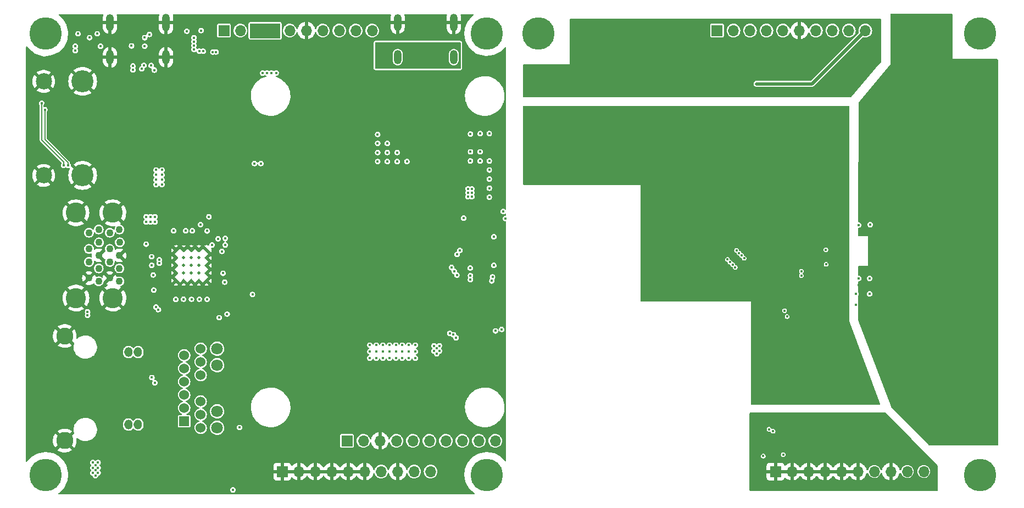
<source format=gbr>
%TF.GenerationSoftware,KiCad,Pcbnew,(6.0.8)*%
%TF.CreationDate,2022-12-13T14:59:49+09:00*%
%TF.ProjectId,audio,61756469-6f2e-46b6-9963-61645f706362,rev?*%
%TF.SameCoordinates,Original*%
%TF.FileFunction,Copper,L2,Inr*%
%TF.FilePolarity,Positive*%
%FSLAX46Y46*%
G04 Gerber Fmt 4.6, Leading zero omitted, Abs format (unit mm)*
G04 Created by KiCad (PCBNEW (6.0.8)) date 2022-12-13 14:59:49*
%MOMM*%
%LPD*%
G01*
G04 APERTURE LIST*
%TA.AperFunction,ComponentPad*%
%ADD10O,1.200000X2.200000*%
%TD*%
%TA.AperFunction,ComponentPad*%
%ADD11O,1.200000X2.700000*%
%TD*%
%TA.AperFunction,ComponentPad*%
%ADD12O,1.200000X2.600000*%
%TD*%
%TA.AperFunction,ComponentPad*%
%ADD13R,1.524000X1.524000*%
%TD*%
%TA.AperFunction,ComponentPad*%
%ADD14C,1.524000*%
%TD*%
%TA.AperFunction,ComponentPad*%
%ADD15C,1.800000*%
%TD*%
%TA.AperFunction,ComponentPad*%
%ADD16O,1.270000X1.524000*%
%TD*%
%TA.AperFunction,ComponentPad*%
%ADD17C,2.630000*%
%TD*%
%TA.AperFunction,ComponentPad*%
%ADD18C,2.610000*%
%TD*%
%TA.AperFunction,ComponentPad*%
%ADD19R,1.700000X1.700000*%
%TD*%
%TA.AperFunction,ComponentPad*%
%ADD20O,1.700000X1.700000*%
%TD*%
%TA.AperFunction,ComponentPad*%
%ADD21C,3.100000*%
%TD*%
%TA.AperFunction,ComponentPad*%
%ADD22C,1.100000*%
%TD*%
%TA.AperFunction,ComponentPad*%
%ADD23C,3.400000*%
%TD*%
%TA.AperFunction,ComponentPad*%
%ADD24C,2.500000*%
%TD*%
%TA.AperFunction,ComponentPad*%
%ADD25C,0.500000*%
%TD*%
%TA.AperFunction,ViaPad*%
%ADD26C,5.000000*%
%TD*%
%TA.AperFunction,ViaPad*%
%ADD27C,0.450000*%
%TD*%
%TA.AperFunction,Conductor*%
%ADD28C,0.170000*%
%TD*%
%TA.AperFunction,Conductor*%
%ADD29C,0.500000*%
%TD*%
G04 APERTURE END LIST*
D10*
%TO.N,GND*%
%TO.C,J5*%
X66420000Y-7110000D03*
X57780000Y-7110000D03*
D11*
X66420000Y-1750000D03*
D12*
X57780000Y-1750000D03*
%TD*%
D13*
%TO.N,/CM4_docker1/CM4_LOW_SPEED/MXCT*%
%TO.C,J2*%
X24877500Y-63237500D03*
D14*
%TO.N,/CM4_docker1/CM4_LOW_SPEED/TRD2_N*%
X24877500Y-61205500D03*
%TO.N,/CM4_docker1/CM4_LOW_SPEED/TRD2_P*%
X24877500Y-59173500D03*
%TO.N,/CM4_docker1/CM4_LOW_SPEED/TRD1_P*%
X24877500Y-57141500D03*
%TO.N,/CM4_docker1/CM4_LOW_SPEED/TRD1_N*%
X24877500Y-55109500D03*
%TO.N,/CM4_docker1/CM4_LOW_SPEED/MXCT*%
X24877500Y-53077500D03*
X27417500Y-64253500D03*
%TO.N,/CM4_docker1/CM4_LOW_SPEED/TRD3_P*%
X27417500Y-62221500D03*
%TO.N,/CM4_docker1/CM4_LOW_SPEED/TRD3_N*%
X27417500Y-60189500D03*
%TO.N,/CM4_docker1/CM4_LOW_SPEED/TRD0_N*%
X27417500Y-56125500D03*
%TO.N,/CM4_docker1/CM4_LOW_SPEED/TRD0_P*%
X27417500Y-54093500D03*
%TO.N,/CM4_docker1/CM4_LOW_SPEED/MXCT*%
X27417500Y-52061500D03*
D15*
%TO.N,/CM4_docker1/3.3V*%
X29957500Y-64253500D03*
%TO.N,/CM4_docker1/CM4_LOW_SPEED/LED_GREEN*%
X29957500Y-61713500D03*
%TO.N,/CM4_docker1/CM4_LOW_SPEED/LED_YELLOW*%
X29957500Y-54601500D03*
%TO.N,/CM4_docker1/3.3V*%
X29957500Y-52061500D03*
D16*
%TO.N,unconnected-(J2-Pad17)*%
X17767500Y-63752500D03*
%TO.N,unconnected-(J2-Pad18)*%
X17767500Y-52572500D03*
%TO.N,unconnected-(J2-Pad19)*%
X16297500Y-63752500D03*
%TO.N,unconnected-(J2-Pad20)*%
X16297500Y-52572500D03*
D17*
%TO.N,GND*%
X6462500Y-66222000D03*
D18*
X6462500Y-50093000D03*
%TD*%
D19*
%TO.N,/CM4_docker1/USB_DEBUG_N*%
%TO.C,J6*%
X31000000Y-3000000D03*
D20*
%TO.N,/CM4_docker1/USB_DEBUG_P*%
X33540000Y-3000000D03*
%TO.N,/CM4_docker1/+5V*%
X36080000Y-3000000D03*
X38620000Y-3000000D03*
%TO.N,/CM4_docker1/I2S_LRCK*%
X41160000Y-3000000D03*
%TO.N,GND*%
X43700000Y-3000000D03*
%TO.N,/CM4_docker1/I2S_ADC*%
X46240000Y-3000000D03*
%TO.N,/CM4_docker1/nRPIBOOT*%
X48780000Y-3000000D03*
%TO.N,/CM4_docker1/I2S_BCLK*%
X51320000Y-3000000D03*
%TO.N,/CM4_docker1/3.3V*%
X53860000Y-3000000D03*
%TD*%
D21*
%TO.N,GND*%
%TO.C,J3*%
X8200000Y-44240000D03*
X13880000Y-44240000D03*
X8200000Y-31100000D03*
X13880000Y-31100000D03*
D22*
%TO.N,/CM4_docker1/xHCI-USB3/VBUS*%
X10200000Y-34170000D03*
%TO.N,/CM4_docker1/xHCI-USB3/PD2_N*%
X10200000Y-36670000D03*
%TO.N,/CM4_docker1/xHCI-USB3/PD2_P*%
X10200000Y-38670000D03*
%TO.N,GND*%
X10200000Y-41170000D03*
%TO.N,/CM4_docker1/xHCI-USB3/SSRX2_P*%
X11700000Y-41670000D03*
%TO.N,/CM4_docker1/xHCI-USB3/SSRX2_N*%
X11700000Y-39670000D03*
%TO.N,GND*%
X11700000Y-37670000D03*
%TO.N,/CM4_docker1/xHCI-USB3/SSTX2_P*%
X11750000Y-35670000D03*
%TO.N,/CM4_docker1/xHCI-USB3/SSTX2_N*%
X11700000Y-33670000D03*
%TO.N,/CM4_docker1/xHCI-USB3/VBUS*%
X13400000Y-34170000D03*
%TO.N,/CM4_docker1/xHCI-USB3/PD1_N*%
X13400000Y-36670000D03*
%TO.N,/CM4_docker1/xHCI-USB3/PD1_P*%
X13400000Y-38670000D03*
%TO.N,GND*%
X13400000Y-41170000D03*
%TO.N,/CM4_docker1/xHCI-USB3/SSRX1_N*%
X14900000Y-41670000D03*
%TO.N,/CM4_docker1/xHCI-USB3/SSRX1_P*%
X14900000Y-39670000D03*
%TO.N,GND*%
X14900000Y-37670000D03*
%TO.N,/CM4_docker1/xHCI-USB3/SSTX1_N*%
X14950000Y-35670000D03*
%TO.N,/CM4_docker1/xHCI-USB3/SSTX1_P*%
X14900000Y-33670000D03*
%TD*%
D19*
%TO.N,/CM4_docker1/+5V*%
%TO.C,J10*%
X49960000Y-66250000D03*
D20*
X52500000Y-66250000D03*
%TO.N,GND*%
X55040000Y-66250000D03*
%TO.N,/CM4_docker1/3.3V*%
X57580000Y-66250000D03*
%TO.N,/CM4_docker1/SD_CMD*%
X60120000Y-66250000D03*
%TO.N,/CM4_docker1/SD_CLK*%
X62660000Y-66250000D03*
%TO.N,/CM4_docker1/SD_DAT3*%
X65200000Y-66250000D03*
%TO.N,/CM4_docker1/SD_DAT2*%
X67740000Y-66250000D03*
%TO.N,/CM4_docker1/SD_DAT1*%
X70280000Y-66250000D03*
%TO.N,/CM4_docker1/SD_DAT0*%
X72820000Y-66250000D03*
%TD*%
D23*
%TO.N,GND*%
%TO.C,J1*%
X9228500Y-10842500D03*
X9228500Y-25342500D03*
D24*
X3228500Y-10842500D03*
X3228500Y-25342500D03*
%TD*%
D19*
%TO.N,GND*%
%TO.C,J7*%
X40000000Y-71000000D03*
D20*
X42540000Y-71000000D03*
X45080000Y-71000000D03*
X47620000Y-71000000D03*
X50160000Y-71000000D03*
X52700000Y-71000000D03*
%TO.N,/CM4_docker1/I2C1_SCL*%
X55240000Y-71000000D03*
%TO.N,GND*%
X57780000Y-71000000D03*
%TO.N,/CM4_docker1/I2C1_SDA*%
X60320000Y-71000000D03*
%TO.N,/CM4_docker1/3.3V*%
X62860000Y-71000000D03*
%TD*%
D10*
%TO.N,GND*%
%TO.C,J4*%
X22090000Y-7130000D03*
X13450000Y-7130000D03*
D11*
X22090000Y-1770000D03*
D12*
X13450000Y-1770000D03*
%TD*%
D25*
%TO.N,GND*%
%TO.C,U3*%
X28332500Y-36860000D03*
X25982500Y-36860000D03*
X27157500Y-39210000D03*
X25982500Y-38035000D03*
X25982500Y-41560000D03*
X24807500Y-40385000D03*
X23632500Y-39210000D03*
X28332500Y-40385000D03*
X24807500Y-36860000D03*
X23632500Y-38035000D03*
X25982500Y-39210000D03*
X23632500Y-41560000D03*
X27157500Y-38035000D03*
X24807500Y-41560000D03*
X27157500Y-41560000D03*
X28332500Y-39210000D03*
X23632500Y-40385000D03*
X25982500Y-40385000D03*
X24807500Y-38035000D03*
X24807500Y-39210000D03*
X27157500Y-36860000D03*
X27157500Y-40385000D03*
X28332500Y-38035000D03*
X23632500Y-36860000D03*
X28332500Y-41560000D03*
%TD*%
D19*
%TO.N,/isolation_module/GND_I2C*%
%TO.C,J9*%
X116000000Y-71000000D03*
D20*
X118540000Y-71000000D03*
X121080000Y-71000000D03*
X123620000Y-71000000D03*
X126160000Y-71000000D03*
X128700000Y-71000000D03*
%TO.N,/isolation_module/I2C1_SCL*%
X131240000Y-71000000D03*
%TO.N,/isolation_module/GND_I2C*%
X133780000Y-71000000D03*
%TO.N,/isolation_module/I2C1_SDA*%
X136320000Y-71000000D03*
%TO.N,/isolation_module/3.3V_I2C*%
X138860000Y-71000000D03*
%TD*%
D19*
%TO.N,/isolation_module/USB_DEBUG_N*%
%TO.C,J8*%
X107000000Y-3000000D03*
D20*
%TO.N,/isolation_module/USB_DEBUG_P*%
X109540000Y-3000000D03*
%TO.N,/isolation_module/+5V*%
X112080000Y-3000000D03*
X114620000Y-3000000D03*
%TO.N,/isolation_module/I2S_LRCK*%
X117160000Y-3000000D03*
%TO.N,/isolation_module/GND*%
X119700000Y-3000000D03*
%TO.N,/isolation_module/I2S_ADC*%
X122240000Y-3000000D03*
%TO.N,/isolation_module/nRPIBOOT*%
X124780000Y-3000000D03*
%TO.N,/isolation_module/I2S_BCLK*%
X127320000Y-3000000D03*
%TO.N,/isolation_module/3.3V*%
X129860000Y-3000000D03*
%TD*%
D26*
%TO.N,*%
X79500000Y-3500000D03*
X147500000Y-71500000D03*
X71500000Y-71500000D03*
X71500000Y-3500000D03*
X3500000Y-3500000D03*
X3500000Y-71500000D03*
X147500000Y-3500000D03*
D27*
%TO.N,/CM4_docker1/3.3V*%
X21450000Y-26000000D03*
X21450000Y-24500000D03*
X32400000Y-73800000D03*
X20550000Y-24500000D03*
X69200000Y-28600000D03*
X69200000Y-28000000D03*
X68600000Y-28600000D03*
X63800000Y-52800000D03*
X68600000Y-28000000D03*
X63400000Y-51600000D03*
X30268881Y-47268881D03*
X20550000Y-25250000D03*
X68600000Y-27400000D03*
X20354500Y-57300000D03*
X69200000Y-27400000D03*
X63400000Y-52400000D03*
X64200000Y-52400000D03*
X33400000Y-64200000D03*
X63800000Y-52000000D03*
X21450000Y-25250000D03*
X21450000Y-26750000D03*
X64200000Y-51600000D03*
X20550000Y-26750000D03*
X20550000Y-26000000D03*
%TO.N,/CM4_docker1/I2S_LRCK*%
X66920000Y-37530000D03*
X68973857Y-39604006D03*
%TO.N,/CM4_docker1/I2S_ADC*%
X72589664Y-39199999D03*
X67390000Y-36880000D03*
%TO.N,/CM4_docker1/I2S_BCLK*%
X72589665Y-34800000D03*
X67960000Y-31910000D03*
%TO.N,/CM4_docker1/I2C1_SCL*%
X66489500Y-40100000D03*
X66380500Y-49900000D03*
%TO.N,/4ch_mic/VDD_GND*%
X78000000Y-25000000D03*
X122800000Y-35600000D03*
X126300000Y-38200000D03*
X113000000Y-46000000D03*
X126000000Y-15000000D03*
X85600000Y-21200000D03*
X126000000Y-18000000D03*
X120700000Y-15000000D03*
X82000000Y-26000000D03*
X127100000Y-35800000D03*
X114000000Y-16000000D03*
X87200000Y-19400000D03*
X126500000Y-31500000D03*
X109000000Y-40000000D03*
X121000000Y-58000000D03*
X126000000Y-21000000D03*
X109000000Y-16000000D03*
X126500000Y-45300000D03*
X124000000Y-32000000D03*
X125300000Y-31500000D03*
X94985539Y-14987733D03*
X78200000Y-20900000D03*
X100000000Y-44000000D03*
X106000000Y-44000000D03*
X111000000Y-44000000D03*
X126300000Y-35800000D03*
X122800000Y-39000000D03*
X126000000Y-24000000D03*
X101500000Y-18200000D03*
X120700000Y-15700000D03*
X100400000Y-18200000D03*
X120700000Y-16300000D03*
X81900000Y-21000000D03*
X126300000Y-37000000D03*
X96000000Y-30000000D03*
X98000000Y-15000000D03*
X113700000Y-55300000D03*
X123688000Y-22012000D03*
X108000000Y-39000000D03*
X117800000Y-58200000D03*
X122800000Y-36800000D03*
X85900000Y-19400000D03*
X119900000Y-29700000D03*
X127100000Y-37000000D03*
X94500000Y-26250000D03*
X90000000Y-18100000D03*
X96000000Y-40000000D03*
X92000000Y-15000000D03*
X96000000Y-44000000D03*
X104000000Y-16000000D03*
X125000000Y-41000000D03*
X126000000Y-58000000D03*
X123688000Y-24545000D03*
X126000000Y-51000000D03*
X119000000Y-16000000D03*
X119000000Y-31500000D03*
X124000000Y-46000000D03*
X127100000Y-38200000D03*
X111000000Y-36000000D03*
X86600000Y-22900000D03*
X79000000Y-16000000D03*
X128000000Y-56000000D03*
X85000000Y-16000000D03*
X80700000Y-21000000D03*
X113000000Y-50000000D03*
X86600000Y-22200000D03*
X85600000Y-23400000D03*
X124000000Y-29000000D03*
X89000000Y-26000000D03*
X96000000Y-35000000D03*
X112000000Y-37000000D03*
X85600000Y-22300000D03*
%TO.N,/4ch_mic/VDD_3.3V*%
X109800000Y-39500000D03*
X111200000Y-38100000D03*
X110400000Y-37300000D03*
X110800000Y-37700000D03*
X108600000Y-38300000D03*
X109000000Y-38700000D03*
X110000000Y-36900000D03*
X109400000Y-39100000D03*
%TO.N,/CM4_docker1/I2C1_SDA*%
X66070000Y-39500000D03*
X65800000Y-49700000D03*
%TO.N,/CM4_docker1/+5V*%
X69000000Y-23100000D03*
X64500000Y-8500000D03*
X64000000Y-8500000D03*
X60500000Y-51500000D03*
X62500000Y-5200000D03*
X69000000Y-21700000D03*
X65500000Y-8500000D03*
X71900000Y-28700000D03*
X27200000Y-6200000D03*
X63000000Y-5200000D03*
X56200000Y-21800000D03*
X56500000Y-52500000D03*
X59500000Y-52500000D03*
X59500000Y-53500000D03*
X58500000Y-8500000D03*
X70500000Y-23100000D03*
X29300000Y-6300000D03*
X53500000Y-52500000D03*
X70500000Y-21700000D03*
X57700000Y-23200000D03*
X71900000Y-23100000D03*
X27800000Y-6200000D03*
X54700000Y-23200000D03*
X60000000Y-5200000D03*
X57500000Y-53500000D03*
X55500000Y-53500000D03*
X65500000Y-5200000D03*
X53500000Y-51500000D03*
X64000000Y-5200000D03*
X71900000Y-18900000D03*
X8100000Y-6100000D03*
X29800000Y-6300000D03*
X61000000Y-5200000D03*
X61500000Y-8500000D03*
X26400000Y-5900000D03*
X55500000Y-51500000D03*
X63500000Y-5200000D03*
X69000000Y-18950000D03*
X61000000Y-8500000D03*
X60500000Y-8500000D03*
X63000000Y-8500000D03*
X54700000Y-19000000D03*
X60500000Y-5200000D03*
X26400000Y-4100000D03*
X57700000Y-21800000D03*
X56500000Y-53500000D03*
X65000000Y-8500000D03*
X57500000Y-52500000D03*
X60500000Y-53500000D03*
X26400000Y-5300000D03*
X59500000Y-8500000D03*
X58500000Y-53500000D03*
X60000000Y-8500000D03*
X55500000Y-52500000D03*
X56200000Y-23200000D03*
X26400000Y-4700000D03*
X71900000Y-24500000D03*
X59000000Y-5200000D03*
X64500000Y-5200000D03*
X54700000Y-20400000D03*
X62500000Y-8500000D03*
X53500000Y-53500000D03*
X54700000Y-21800000D03*
X56200000Y-20400000D03*
X8100000Y-5400000D03*
X54500000Y-53500000D03*
X54500000Y-51500000D03*
X58500000Y-52500000D03*
X71900000Y-27300000D03*
X57500000Y-51500000D03*
X59000000Y-8500000D03*
X54500000Y-52500000D03*
X56500000Y-51500000D03*
X59500000Y-51500000D03*
X62000000Y-5200000D03*
X70500000Y-18900000D03*
X58500000Y-51500000D03*
X65000000Y-5200000D03*
X59200000Y-23200000D03*
X58500000Y-5200000D03*
X60500000Y-52500000D03*
X61500000Y-5200000D03*
X59500000Y-5200000D03*
X71900000Y-25900000D03*
%TO.N,/CM4_docker1/CM4_HIGH_SPEED/USB_OTG_ID*%
X19500000Y-3600000D03*
X20300000Y-9100000D03*
%TO.N,/CM4_docker1/CM4_LOW_SPEED/VBUS*%
X16763162Y-5363162D03*
X12000000Y-5400000D03*
X8500000Y-3500000D03*
X11500000Y-3500000D03*
X18800000Y-5400000D03*
X10304018Y-4095500D03*
%TO.N,/CM4_docker1/CM4_HIGH_SPEED/HDMI0_CEC*%
X36680000Y-23500000D03*
X35710500Y-23500000D03*
%TO.N,GND*%
X17400000Y-25900000D03*
X10000000Y-45700000D03*
X51000000Y-64000000D03*
X61000000Y-36000000D03*
X22900000Y-16800000D03*
X31500000Y-4400000D03*
X52999999Y-33967462D03*
X15000000Y-74000000D03*
X25100000Y-32200000D03*
X71300000Y-45700000D03*
X18100000Y-25900000D03*
X7500000Y-60000000D03*
X20300000Y-16800000D03*
X33110246Y-44286725D03*
X34200000Y-26300000D03*
X8000000Y-14600000D03*
X2000000Y-40000000D03*
X38200000Y-33000000D03*
X30600000Y-4400000D03*
X57000000Y-62000000D03*
X27900000Y-19700000D03*
X27800000Y-5200000D03*
X33600000Y-34600000D03*
X8000000Y-19100000D03*
X28400000Y-5200000D03*
X44000000Y-68000000D03*
X30600000Y-68900000D03*
X18100000Y-24000000D03*
X38200000Y-30600000D03*
X31100000Y-68900000D03*
X50000000Y-14000000D03*
X53200000Y-41784500D03*
X55800000Y-49000000D03*
X38511398Y-51346765D03*
X53000000Y-74000000D03*
X14300000Y-16800000D03*
X11000000Y-74000000D03*
X42000000Y-63000000D03*
X68400000Y-15700000D03*
X38300000Y-24200000D03*
X31100000Y-69900000D03*
X63000000Y-74000000D03*
X17400000Y-35900000D03*
X67000000Y-74000000D03*
X67000000Y-71000000D03*
X30600000Y-69400000D03*
X50000000Y-21000000D03*
X36356607Y-56161876D03*
X72000000Y-37000000D03*
X55800000Y-41784500D03*
X35100000Y-42900000D03*
X69330000Y-44410000D03*
X61000000Y-49000000D03*
X18000000Y-39400000D03*
X71000000Y-7700000D03*
X8000000Y-17600000D03*
X69210000Y-25200000D03*
X38200000Y-29400000D03*
X72000000Y-31000000D03*
X19214500Y-8900000D03*
X30100000Y-69900000D03*
X33000000Y-4400000D03*
X2000000Y-8000000D03*
X24100000Y-24200000D03*
X31100000Y-69400000D03*
X16480000Y-8810000D03*
X2000000Y-13000000D03*
X33000000Y-24800000D03*
X41496799Y-46645963D03*
X34600000Y-3900000D03*
X50000000Y-24000000D03*
X7500000Y-55000000D03*
X70700000Y-48500000D03*
X2000000Y-66000000D03*
X13200000Y-23700000D03*
X69270000Y-43200000D03*
X29100000Y-4200000D03*
X8000000Y-20600000D03*
X53000000Y-30000000D03*
X57000000Y-55000000D03*
X13700000Y-25100000D03*
X67000000Y-69000000D03*
X27200000Y-27200000D03*
X37000000Y-74000000D03*
X31100000Y-22900000D03*
X23200000Y-29390000D03*
X20000000Y-22900000D03*
X2000000Y-56000000D03*
X72410000Y-43200000D03*
X48000000Y-66000000D03*
X16900000Y-22900000D03*
X49600000Y-41854500D03*
X28700000Y-4700000D03*
X42000000Y-57750000D03*
X8000000Y-71000000D03*
X2000000Y-29000000D03*
X2000000Y-51000000D03*
X40000000Y-68000000D03*
X20039250Y-74015106D03*
X40000000Y-57750000D03*
X37800000Y-37500000D03*
X2000000Y-18000000D03*
X50000000Y-37000000D03*
X53000000Y-37000000D03*
X30100000Y-68900000D03*
X18100000Y-26600000D03*
X16500000Y-42300000D03*
X34100000Y-4400000D03*
X59000000Y-49000000D03*
X61000000Y-13000000D03*
X56000000Y-12000000D03*
X32300000Y-4100000D03*
X40000000Y-66000000D03*
X73700000Y-16300000D03*
X25000000Y-16800000D03*
X61000000Y-55000000D03*
X50000000Y-30000000D03*
X9250000Y-47250000D03*
X11500000Y-2300000D03*
X48000000Y-74000000D03*
X50000000Y-18000000D03*
X43071381Y-45071381D03*
X37800000Y-39500000D03*
X2000000Y-23000000D03*
X48000000Y-68000000D03*
X43000000Y-60000000D03*
X56000000Y-10000000D03*
X14600000Y-25100000D03*
X27200000Y-5200000D03*
X34500000Y-1900000D03*
X37800000Y-41200000D03*
X51000000Y-49000000D03*
X36312877Y-51345101D03*
X38200000Y-31800000D03*
X11800000Y-19100000D03*
X28900000Y-28900000D03*
X20000000Y-45300000D03*
X58000000Y-74000000D03*
X46000000Y-58000000D03*
X10750000Y-47250000D03*
X66500000Y-11400000D03*
X14900000Y-23600000D03*
X18000000Y-42300000D03*
X61000000Y-58000000D03*
X58600000Y-41784500D03*
X11871096Y-22092500D03*
X61000000Y-10000000D03*
X1991349Y-60976113D03*
X29100000Y-3500000D03*
X53200000Y-49000000D03*
X43000000Y-74000000D03*
X61000000Y-30000000D03*
X71730000Y-42120000D03*
X68700000Y-48600000D03*
X61000000Y-33000000D03*
X49750000Y-50000000D03*
X44500000Y-55250000D03*
X31000000Y-71000000D03*
X8000000Y-22100000D03*
X53000000Y-27000000D03*
X58000000Y-14000000D03*
X22800000Y-23000000D03*
X11871096Y-20592500D03*
X31300000Y-31400000D03*
X30100000Y-69400000D03*
X7000000Y-21000000D03*
X53000000Y-18000000D03*
X61000000Y-27000000D03*
X7000000Y-14000000D03*
X61000000Y-16000000D03*
X29000000Y-74000000D03*
X74000000Y-7000000D03*
X73600000Y-20200000D03*
X34400000Y-31600000D03*
X32500000Y-44300000D03*
X39000000Y-49000000D03*
X25400000Y-30990000D03*
X17400000Y-16800000D03*
X48000000Y-51750000D03*
X53000000Y-55000000D03*
X5000000Y-35000000D03*
X26300000Y-18000000D03*
X53000000Y-21000000D03*
X38200000Y-25800000D03*
X37800000Y-35400000D03*
X21100000Y-46600000D03*
X50000000Y-27000000D03*
X29500000Y-21300000D03*
X54000000Y-63000000D03*
X43250000Y-56500000D03*
X61000000Y-39000000D03*
X32500000Y-43600000D03*
X72000000Y-53000000D03*
X23300000Y-32300000D03*
X34400000Y-33500000D03*
X53000000Y-24000000D03*
X72000000Y-57000000D03*
X50000000Y-34000000D03*
X33100000Y-43600000D03*
X2000000Y-34000000D03*
X2000000Y-46000000D03*
X74000000Y-10000000D03*
X72000000Y-7700000D03*
X26100000Y-32200000D03*
X50000000Y-56000000D03*
X11800000Y-17600000D03*
X57000000Y-69000000D03*
X25000000Y-74000000D03*
X38200000Y-28200000D03*
X7000000Y-17000000D03*
X59000000Y-60000000D03*
X29600000Y-2500000D03*
X45071381Y-43071381D03*
X61500000Y-41784500D03*
X25700000Y-25700000D03*
X46250000Y-53500000D03*
X17400000Y-26600000D03*
X30600000Y-69900000D03*
X38392883Y-56157301D03*
X38200000Y-27000000D03*
X14600000Y-27100000D03*
%TO.N,/CM4_docker1/xHCI-USB3/A3.3v*%
X20170000Y-43030000D03*
X25100000Y-33880000D03*
X20400000Y-32500000D03*
X30860000Y-40420000D03*
X19700000Y-32500000D03*
X28400000Y-33900000D03*
X24782500Y-44412500D03*
X19870000Y-37870000D03*
X19000000Y-32500000D03*
X23250000Y-33880000D03*
X20400000Y-31700000D03*
X19700000Y-31700000D03*
X31120000Y-41780000D03*
X31210000Y-35040000D03*
X28400000Y-44420000D03*
X19000000Y-31700000D03*
%TO.N,/CM4_docker1/xHCI-USB3/VBUS*%
X36950001Y-9549999D03*
X39050001Y-9549999D03*
X38350001Y-9549999D03*
X37650001Y-9549999D03*
%TO.N,/CM4_docker1/xHCI-USB3/A1.05v*%
X27200000Y-44420000D03*
X11200000Y-71600000D03*
X26000000Y-44420000D03*
X19010000Y-35930000D03*
X11600000Y-69600000D03*
X23600000Y-44430000D03*
X31210000Y-36040000D03*
X26150000Y-33880000D03*
X10800000Y-71200000D03*
X11600000Y-71200000D03*
X19890000Y-39210000D03*
X20100000Y-40680000D03*
X11200000Y-70800000D03*
X10800000Y-70400000D03*
X11600000Y-70400000D03*
X11200000Y-70000000D03*
X10800000Y-69600000D03*
%TO.N,/CM4_docker1/xHCI-USB3/SSTX2_P*%
X9995100Y-46355000D03*
%TO.N,/CM4_docker1/xHCI-USB3/SSTX2_N*%
X9995100Y-46905000D03*
%TO.N,/CM4_docker1/xHCI-USB3/PD2_N*%
X20914290Y-46037119D03*
%TO.N,/CM4_docker1/xHCI-USB3/PD2_P*%
X20525380Y-45648209D03*
%TO.N,/CM4_docker1/xHCI-USB3/PD1_N*%
X21032086Y-38885000D03*
%TO.N,/CM4_docker1/xHCI-USB3/PD1_P*%
X21032086Y-38335000D03*
%TO.N,/CM4_docker1/xHCI-USB3/PWR*%
X6300000Y-23800000D03*
X2900000Y-14200000D03*
X27500000Y-3000000D03*
%TO.N,/CM4_docker1/xHCI-USB3/nEXTRST*%
X30692878Y-37045937D03*
X30100000Y-35100000D03*
%TO.N,/CM4_docker1/xHCI-USB3/nOCS1*%
X7000000Y-23800000D03*
X28700000Y-31700000D03*
X25300000Y-3100000D03*
X27400000Y-32900000D03*
X3400000Y-15200000D03*
%TO.N,/CM4_docker1/CM4_HIGH_SPEED/PCIE_CLK_nREQ*%
X29153000Y-36039500D03*
X35400000Y-43700000D03*
%TO.N,/CM4_docker1/CM4_LOW_SPEED/ETH_LEDY*%
X72300000Y-41600000D03*
X69000000Y-41400000D03*
%TO.N,/CM4_docker1/CM4_LOW_SPEED/ETH_LEDG*%
X69000000Y-40820497D03*
X72400000Y-41000000D03*
%TO.N,/CM4_docker1/CM4_LOW_SPEED/LED_GREEN*%
X19900000Y-56500000D03*
%TO.N,/CM4_docker1/CM4_LOW_SPEED/LED_YELLOW*%
X31500000Y-46700000D03*
%TO.N,/CM4_docker1/USB_DEBUG_N*%
X18360000Y-8910000D03*
X16980000Y-8470000D03*
%TO.N,/CM4_docker1/USB_DEBUG_P*%
X17000000Y-9080000D03*
X18650000Y-8370000D03*
%TO.N,/CM4_docker1/CM4_LOW_SPEED/CC1*%
X19800000Y-8400000D03*
X18800000Y-4095500D03*
%TO.N,/isolation_module/3.3V*%
X114600000Y-11220000D03*
X113080000Y-11220000D03*
%TO.N,/isolation_module/GND*%
X87200000Y-11500000D03*
X90000000Y-10200000D03*
X85900000Y-11500000D03*
X86500000Y-6800000D03*
X80900000Y-11500000D03*
X86500000Y-8000000D03*
X100400000Y-12200000D03*
X101600000Y-12200000D03*
X78300000Y-11500000D03*
%TO.N,/isolation_module/I2C1_SCL*%
X115640000Y-64780000D03*
X117200000Y-68370000D03*
%TO.N,/isolation_module/I2C1_SDA*%
X114130000Y-68610000D03*
X115010000Y-64470000D03*
%TO.N,/4ch_mic/ISO_SDA*%
X120000000Y-40800000D03*
X117400000Y-46200000D03*
%TO.N,/4ch_mic/ISO_SCK*%
X120000000Y-40100000D03*
X117800000Y-47100000D03*
%TO.N,/4ch_mic/VCC_DIO*%
X123780000Y-36800000D03*
X123810000Y-39030000D03*
%TO.N,/4ch_mic/AVCC_3.3V*%
X128800000Y-41220000D03*
X130500000Y-43600000D03*
X130600000Y-32910000D03*
X130500000Y-41200000D03*
X128800000Y-32980000D03*
X128400000Y-43600000D03*
%TO.N,/4ch_mic/AVCC_GND*%
X148200000Y-8625000D03*
X140993415Y-1982698D03*
X131000000Y-13000000D03*
X148200000Y-50875000D03*
X132700000Y-14000000D03*
X129000000Y-30900000D03*
X136000000Y-62000000D03*
X140700000Y-19650000D03*
X145000000Y-9000000D03*
X141000000Y-5000000D03*
X131000000Y-27000000D03*
X134000000Y-59000000D03*
X143375000Y-61750000D03*
X149000000Y-46000000D03*
X148200000Y-40500000D03*
X134800000Y-24550000D03*
X148200000Y-62575000D03*
X136000000Y-2000000D03*
X149000000Y-44000000D03*
X128800000Y-42200000D03*
X130500000Y-45300000D03*
X134100000Y-35700000D03*
X143225000Y-32750000D03*
X135500134Y-14000938D03*
X137700000Y-38100000D03*
X138000000Y-13000000D03*
X142000000Y-8000000D03*
X148200000Y-33650000D03*
X134725000Y-20750000D03*
X134100000Y-36600000D03*
X149000000Y-17000000D03*
X135000000Y-10000000D03*
X131000000Y-50000000D03*
X134000000Y-37700000D03*
X137700000Y-37100000D03*
X136200000Y-15100000D03*
X149000000Y-13000000D03*
X148200000Y-21775000D03*
X148200000Y-52200000D03*
X131785500Y-35700000D03*
X137000000Y-19000000D03*
X149000000Y-31000000D03*
X149000000Y-29000000D03*
X136200000Y-15700000D03*
X149000000Y-60000000D03*
X149000000Y-56000000D03*
X149000000Y-27000000D03*
X149000000Y-15000000D03*
X143450000Y-47250000D03*
X134725000Y-22000000D03*
X148200000Y-23225000D03*
X147000000Y-66000000D03*
X132000000Y-54000000D03*
X142000000Y-66000000D03*
X136000000Y-6000000D03*
X128400000Y-45300000D03*
X149000000Y-42000000D03*
X139000000Y-65000000D03*
X149000000Y-58000000D03*
X136200000Y-16400000D03*
%TO.N,/CM4_docker1/SD_DAT2*%
X72840000Y-49310000D03*
X74066875Y-30919469D03*
%TO.N,/CM4_docker1/SD_DAT1*%
X74400000Y-32000000D03*
X73820000Y-49070000D03*
%TO.N,/CM4_docker1/SD_CMD*%
X66904000Y-40700000D03*
X66800000Y-50400000D03*
%TO.N,/isolation_module/GND_I2C*%
X135000000Y-66000000D03*
X119000000Y-63000000D03*
X113000000Y-73000000D03*
X125000000Y-63000000D03*
X114650000Y-65010000D03*
X122000000Y-63000000D03*
X132000000Y-63000000D03*
X129000000Y-63000000D03*
X137000000Y-68000000D03*
%TD*%
D28*
%TO.N,/CM4_docker1/xHCI-USB3/PWR*%
X6300000Y-23800000D02*
X6300000Y-23300000D01*
X2900000Y-19900000D02*
X2900000Y-14200000D01*
X6300000Y-23300000D02*
X2900000Y-19900000D01*
%TO.N,/CM4_docker1/xHCI-USB3/nOCS1*%
X3400000Y-19777746D02*
X3400000Y-15200000D01*
X7000000Y-23377746D02*
X3400000Y-19777746D01*
X7000000Y-23800000D02*
X7000000Y-23377746D01*
D29*
%TO.N,/isolation_module/3.3V*%
X121640000Y-11220000D02*
X129860000Y-3000000D01*
X113080000Y-11220000D02*
X114600000Y-11220000D01*
X114600000Y-11220000D02*
X121640000Y-11220000D01*
%TD*%
%TA.AperFunction,Conductor*%
%TO.N,/CM4_docker1/+5V*%
G36*
X67459191Y-4818907D02*
G01*
X67495155Y-4868407D01*
X67500000Y-4899000D01*
X67500000Y-8801000D01*
X67481093Y-8859191D01*
X67431593Y-8895155D01*
X67401000Y-8900000D01*
X54399000Y-8900000D01*
X54340809Y-8881093D01*
X54304845Y-8831593D01*
X54300000Y-8801000D01*
X54300000Y-7653822D01*
X57029500Y-7653822D01*
X57044657Y-7783828D01*
X57104369Y-7948331D01*
X57107522Y-7953140D01*
X57107524Y-7953144D01*
X57154058Y-8024119D01*
X57200323Y-8094685D01*
X57204492Y-8098634D01*
X57204495Y-8098638D01*
X57267405Y-8158233D01*
X57327372Y-8215040D01*
X57332342Y-8217927D01*
X57332345Y-8217929D01*
X57473728Y-8300050D01*
X57478702Y-8302939D01*
X57562448Y-8328303D01*
X57640688Y-8352000D01*
X57640690Y-8352000D01*
X57646193Y-8353667D01*
X57774049Y-8361599D01*
X57815122Y-8364147D01*
X57815123Y-8364147D01*
X57820862Y-8364503D01*
X57993340Y-8334866D01*
X58154373Y-8266346D01*
X58295324Y-8162617D01*
X58299047Y-8158235D01*
X58299049Y-8158233D01*
X58404906Y-8033631D01*
X58404907Y-8033630D01*
X58408632Y-8029245D01*
X58488219Y-7873384D01*
X58489586Y-7867798D01*
X58528768Y-7707674D01*
X58528768Y-7707671D01*
X58529815Y-7703394D01*
X58530500Y-7692352D01*
X58530500Y-7653822D01*
X65669500Y-7653822D01*
X65684657Y-7783828D01*
X65744369Y-7948331D01*
X65747522Y-7953140D01*
X65747524Y-7953144D01*
X65794058Y-8024119D01*
X65840323Y-8094685D01*
X65844492Y-8098634D01*
X65844495Y-8098638D01*
X65907405Y-8158233D01*
X65967372Y-8215040D01*
X65972342Y-8217927D01*
X65972345Y-8217929D01*
X66113728Y-8300050D01*
X66118702Y-8302939D01*
X66202448Y-8328303D01*
X66280688Y-8352000D01*
X66280690Y-8352000D01*
X66286193Y-8353667D01*
X66414049Y-8361599D01*
X66455122Y-8364147D01*
X66455123Y-8364147D01*
X66460862Y-8364503D01*
X66633340Y-8334866D01*
X66794373Y-8266346D01*
X66935324Y-8162617D01*
X66939047Y-8158235D01*
X66939049Y-8158233D01*
X67044906Y-8033631D01*
X67044907Y-8033630D01*
X67048632Y-8029245D01*
X67128219Y-7873384D01*
X67129586Y-7867798D01*
X67168768Y-7707674D01*
X67168768Y-7707671D01*
X67169815Y-7703394D01*
X67170500Y-7692352D01*
X67170500Y-6566178D01*
X67155343Y-6436172D01*
X67095631Y-6271669D01*
X67092478Y-6266860D01*
X67092476Y-6266856D01*
X67002829Y-6130123D01*
X66999677Y-6125315D01*
X66995508Y-6121366D01*
X66995505Y-6121362D01*
X66876804Y-6008916D01*
X66872628Y-6004960D01*
X66867658Y-6002073D01*
X66867655Y-6002071D01*
X66726272Y-5919950D01*
X66726271Y-5919950D01*
X66721298Y-5917061D01*
X66615883Y-5885134D01*
X66559312Y-5868000D01*
X66559310Y-5868000D01*
X66553807Y-5866333D01*
X66425951Y-5858401D01*
X66384878Y-5855853D01*
X66384877Y-5855853D01*
X66379138Y-5855497D01*
X66206660Y-5885134D01*
X66045627Y-5953654D01*
X65904676Y-6057383D01*
X65900953Y-6061765D01*
X65900951Y-6061767D01*
X65795094Y-6186369D01*
X65791368Y-6190755D01*
X65711781Y-6346616D01*
X65710414Y-6352201D01*
X65710414Y-6352202D01*
X65691191Y-6430763D01*
X65670185Y-6516606D01*
X65669500Y-6527648D01*
X65669500Y-7653822D01*
X58530500Y-7653822D01*
X58530500Y-6566178D01*
X58515343Y-6436172D01*
X58455631Y-6271669D01*
X58452478Y-6266860D01*
X58452476Y-6266856D01*
X58362829Y-6130123D01*
X58359677Y-6125315D01*
X58355508Y-6121366D01*
X58355505Y-6121362D01*
X58236804Y-6008916D01*
X58232628Y-6004960D01*
X58227658Y-6002073D01*
X58227655Y-6002071D01*
X58086272Y-5919950D01*
X58086271Y-5919950D01*
X58081298Y-5917061D01*
X57975883Y-5885134D01*
X57919312Y-5868000D01*
X57919310Y-5868000D01*
X57913807Y-5866333D01*
X57785951Y-5858401D01*
X57744878Y-5855853D01*
X57744877Y-5855853D01*
X57739138Y-5855497D01*
X57566660Y-5885134D01*
X57405627Y-5953654D01*
X57264676Y-6057383D01*
X57260953Y-6061765D01*
X57260951Y-6061767D01*
X57155094Y-6186369D01*
X57151368Y-6190755D01*
X57071781Y-6346616D01*
X57070414Y-6352201D01*
X57070414Y-6352202D01*
X57051191Y-6430763D01*
X57030185Y-6516606D01*
X57029500Y-6527648D01*
X57029500Y-7653822D01*
X54300000Y-7653822D01*
X54300000Y-4899000D01*
X54318907Y-4840809D01*
X54368407Y-4804845D01*
X54399000Y-4800000D01*
X67401000Y-4800000D01*
X67459191Y-4818907D01*
G37*
%TD.AperFunction*%
%TD*%
%TA.AperFunction,Conductor*%
%TO.N,GND*%
G36*
X33000000Y-70300000D02*
G01*
X29800000Y-70300000D01*
X29800000Y-68600000D01*
X33000000Y-68600000D01*
X33000000Y-70300000D01*
G37*
%TD.AperFunction*%
%TD*%
%TA.AperFunction,Conductor*%
%TO.N,/CM4_docker1/+5V*%
G36*
X39659191Y-1918907D02*
G01*
X39695155Y-1968407D01*
X39700000Y-1999000D01*
X39700000Y-4101000D01*
X39681093Y-4159191D01*
X39631593Y-4195155D01*
X39601000Y-4200000D01*
X35099000Y-4200000D01*
X35040809Y-4181093D01*
X35004845Y-4131593D01*
X35000000Y-4101000D01*
X35000000Y-3974432D01*
X35001219Y-3958945D01*
X35009336Y-3907696D01*
X35010555Y-3900000D01*
X35001219Y-3841055D01*
X35000000Y-3825568D01*
X35000000Y-1999000D01*
X35018907Y-1940809D01*
X35068407Y-1904845D01*
X35099000Y-1900000D01*
X39601000Y-1900000D01*
X39659191Y-1918907D01*
G37*
%TD.AperFunction*%
%TD*%
%TA.AperFunction,Conductor*%
%TO.N,/isolation_module/GND_I2C*%
G36*
X133011702Y-61919962D02*
G01*
X133043853Y-61944949D01*
X140938570Y-70037034D01*
X140957652Y-70056593D01*
X140995388Y-70123859D01*
X141000000Y-70160643D01*
X141000000Y-73851000D01*
X140980038Y-73925500D01*
X140925500Y-73980038D01*
X140851000Y-74000000D01*
X112149000Y-74000000D01*
X112074500Y-73980038D01*
X112019962Y-73925500D01*
X112000000Y-73851000D01*
X112000000Y-71894060D01*
X114642001Y-71894060D01*
X114642436Y-71902091D01*
X114647740Y-71950923D01*
X114652027Y-71968953D01*
X114696101Y-72086520D01*
X114706196Y-72104959D01*
X114780728Y-72204407D01*
X114795593Y-72219272D01*
X114895041Y-72293804D01*
X114913480Y-72303899D01*
X115031044Y-72347972D01*
X115049079Y-72352261D01*
X115097912Y-72357566D01*
X115105938Y-72358000D01*
X115726384Y-72358000D01*
X115741855Y-72353855D01*
X115746000Y-72338384D01*
X115746000Y-72338383D01*
X116254000Y-72338383D01*
X116258145Y-72353854D01*
X116273616Y-72357999D01*
X116894060Y-72357999D01*
X116902091Y-72357564D01*
X116950923Y-72352260D01*
X116968953Y-72347973D01*
X117086520Y-72303899D01*
X117104959Y-72293804D01*
X117204407Y-72219272D01*
X117219272Y-72204407D01*
X117293804Y-72104959D01*
X117303899Y-72086519D01*
X117330841Y-72014653D01*
X117375684Y-71951901D01*
X117445896Y-71919978D01*
X117522662Y-71927438D01*
X117577407Y-71965521D01*
X117578231Y-71964680D01*
X117591311Y-71977489D01*
X117753716Y-72112320D01*
X117763686Y-72119302D01*
X117945945Y-72225805D01*
X117956920Y-72231064D01*
X118154127Y-72306370D01*
X118165817Y-72309766D01*
X118266778Y-72330306D01*
X118282765Y-72329328D01*
X118286000Y-72322840D01*
X118286000Y-72317016D01*
X118794000Y-72317016D01*
X118798145Y-72332487D01*
X118807271Y-72334932D01*
X118817244Y-72333654D01*
X118829167Y-72331120D01*
X119031348Y-72270463D01*
X119042691Y-72266017D01*
X119232245Y-72173156D01*
X119242715Y-72166915D01*
X119414552Y-72044345D01*
X119423874Y-72036467D01*
X119573381Y-71887480D01*
X119581281Y-71878198D01*
X119690103Y-71726756D01*
X119749787Y-71677905D01*
X119825902Y-71665441D01*
X119898051Y-71692704D01*
X119938146Y-71735852D01*
X119977190Y-71799566D01*
X119984403Y-71809422D01*
X120122591Y-71968950D01*
X120131311Y-71977489D01*
X120293716Y-72112320D01*
X120303686Y-72119302D01*
X120485945Y-72225805D01*
X120496920Y-72231064D01*
X120694127Y-72306370D01*
X120705817Y-72309766D01*
X120806778Y-72330306D01*
X120822765Y-72329328D01*
X120826000Y-72322840D01*
X120826000Y-72317016D01*
X121334000Y-72317016D01*
X121338145Y-72332487D01*
X121347271Y-72334932D01*
X121357244Y-72333654D01*
X121369167Y-72331120D01*
X121571348Y-72270463D01*
X121582691Y-72266017D01*
X121772245Y-72173156D01*
X121782715Y-72166915D01*
X121954552Y-72044345D01*
X121963874Y-72036467D01*
X122113381Y-71887480D01*
X122121281Y-71878198D01*
X122230103Y-71726756D01*
X122289787Y-71677905D01*
X122365902Y-71665441D01*
X122438051Y-71692704D01*
X122478146Y-71735852D01*
X122517190Y-71799566D01*
X122524403Y-71809422D01*
X122662591Y-71968950D01*
X122671311Y-71977489D01*
X122833716Y-72112320D01*
X122843686Y-72119302D01*
X123025945Y-72225805D01*
X123036920Y-72231064D01*
X123234127Y-72306370D01*
X123245817Y-72309766D01*
X123346778Y-72330306D01*
X123362765Y-72329328D01*
X123366000Y-72322840D01*
X123366000Y-72317016D01*
X123874000Y-72317016D01*
X123878145Y-72332487D01*
X123887271Y-72334932D01*
X123897244Y-72333654D01*
X123909167Y-72331120D01*
X124111348Y-72270463D01*
X124122691Y-72266017D01*
X124312245Y-72173156D01*
X124322715Y-72166915D01*
X124494552Y-72044345D01*
X124503874Y-72036467D01*
X124653381Y-71887480D01*
X124661281Y-71878198D01*
X124770103Y-71726756D01*
X124829787Y-71677905D01*
X124905902Y-71665441D01*
X124978051Y-71692704D01*
X125018146Y-71735852D01*
X125057190Y-71799566D01*
X125064403Y-71809422D01*
X125202591Y-71968950D01*
X125211311Y-71977489D01*
X125373716Y-72112320D01*
X125383686Y-72119302D01*
X125565945Y-72225805D01*
X125576920Y-72231064D01*
X125774127Y-72306370D01*
X125785817Y-72309766D01*
X125886778Y-72330306D01*
X125902765Y-72329328D01*
X125906000Y-72322840D01*
X125906000Y-72317016D01*
X126414000Y-72317016D01*
X126418145Y-72332487D01*
X126427271Y-72334932D01*
X126437244Y-72333654D01*
X126449167Y-72331120D01*
X126651348Y-72270463D01*
X126662691Y-72266017D01*
X126852245Y-72173156D01*
X126862715Y-72166915D01*
X127034552Y-72044345D01*
X127043874Y-72036467D01*
X127193381Y-71887480D01*
X127201281Y-71878198D01*
X127310103Y-71726756D01*
X127369787Y-71677905D01*
X127445902Y-71665441D01*
X127518051Y-71692704D01*
X127558146Y-71735852D01*
X127597190Y-71799566D01*
X127604403Y-71809422D01*
X127742591Y-71968950D01*
X127751311Y-71977489D01*
X127913716Y-72112320D01*
X127923686Y-72119302D01*
X128105945Y-72225805D01*
X128116920Y-72231064D01*
X128314127Y-72306370D01*
X128325817Y-72309766D01*
X128426778Y-72330306D01*
X128442765Y-72329328D01*
X128446000Y-72322840D01*
X128446000Y-72317016D01*
X128954000Y-72317016D01*
X128958145Y-72332487D01*
X128967271Y-72334932D01*
X128977244Y-72333654D01*
X128989167Y-72331120D01*
X129191348Y-72270463D01*
X129202691Y-72266017D01*
X129392245Y-72173156D01*
X129402715Y-72166915D01*
X129574552Y-72044345D01*
X129583874Y-72036467D01*
X129733381Y-71887480D01*
X129741281Y-71878198D01*
X129864451Y-71706789D01*
X129870734Y-71696332D01*
X129964254Y-71507109D01*
X129968742Y-71495775D01*
X130024413Y-71312540D01*
X130065170Y-71247061D01*
X130133207Y-71210733D01*
X130210293Y-71213290D01*
X130275772Y-71254047D01*
X130310206Y-71314786D01*
X130321933Y-71355686D01*
X130321934Y-71355688D01*
X130323943Y-71362693D01*
X130411837Y-71533715D01*
X130531275Y-71684408D01*
X130536821Y-71689128D01*
X130591722Y-71735852D01*
X130677708Y-71809032D01*
X130845559Y-71902841D01*
X131028433Y-71962261D01*
X131136216Y-71975113D01*
X131212136Y-71984166D01*
X131212138Y-71984166D01*
X131219367Y-71985028D01*
X131328489Y-71976632D01*
X131403824Y-71970835D01*
X131403826Y-71970835D01*
X131411086Y-71970276D01*
X131480400Y-71950923D01*
X131589270Y-71920526D01*
X131589275Y-71920524D01*
X131596288Y-71918566D01*
X131767920Y-71831869D01*
X131919444Y-71713486D01*
X132045087Y-71567926D01*
X132140065Y-71400735D01*
X132142363Y-71393827D01*
X132142367Y-71393818D01*
X132172611Y-71302902D01*
X132215068Y-71238512D01*
X132284033Y-71203977D01*
X132361025Y-71208552D01*
X132425415Y-71251009D01*
X132459348Y-71317177D01*
X132478357Y-71401526D01*
X132482001Y-71413153D01*
X132561414Y-71608725D01*
X132566910Y-71619606D01*
X132677190Y-71799566D01*
X132684403Y-71809422D01*
X132822591Y-71968950D01*
X132831311Y-71977489D01*
X132993716Y-72112320D01*
X133003686Y-72119302D01*
X133185945Y-72225805D01*
X133196920Y-72231064D01*
X133394127Y-72306370D01*
X133405817Y-72309766D01*
X133506778Y-72330306D01*
X133522765Y-72329328D01*
X133526000Y-72322840D01*
X133526000Y-72317016D01*
X134034000Y-72317016D01*
X134038145Y-72332487D01*
X134047271Y-72334932D01*
X134057244Y-72333654D01*
X134069167Y-72331120D01*
X134271348Y-72270463D01*
X134282691Y-72266017D01*
X134472245Y-72173156D01*
X134482715Y-72166915D01*
X134654552Y-72044345D01*
X134663874Y-72036467D01*
X134813381Y-71887480D01*
X134821281Y-71878198D01*
X134944451Y-71706789D01*
X134950734Y-71696332D01*
X135044254Y-71507109D01*
X135048742Y-71495775D01*
X135104413Y-71312540D01*
X135145170Y-71247061D01*
X135213207Y-71210733D01*
X135290293Y-71213290D01*
X135355772Y-71254047D01*
X135390206Y-71314786D01*
X135401933Y-71355686D01*
X135401934Y-71355688D01*
X135403943Y-71362693D01*
X135491837Y-71533715D01*
X135611275Y-71684408D01*
X135616821Y-71689128D01*
X135671722Y-71735852D01*
X135757708Y-71809032D01*
X135925559Y-71902841D01*
X136108433Y-71962261D01*
X136216216Y-71975113D01*
X136292136Y-71984166D01*
X136292138Y-71984166D01*
X136299367Y-71985028D01*
X136408489Y-71976632D01*
X136483824Y-71970835D01*
X136483826Y-71970835D01*
X136491086Y-71970276D01*
X136560400Y-71950923D01*
X136669270Y-71920526D01*
X136669275Y-71920524D01*
X136676288Y-71918566D01*
X136847920Y-71831869D01*
X136999444Y-71713486D01*
X137125087Y-71567926D01*
X137220065Y-71400735D01*
X137247861Y-71317177D01*
X137278461Y-71225191D01*
X137278462Y-71225188D01*
X137280760Y-71218279D01*
X137304860Y-71027510D01*
X137305244Y-71000000D01*
X137303895Y-70986244D01*
X137874852Y-70986244D01*
X137890942Y-71177855D01*
X137892952Y-71184864D01*
X137892952Y-71184865D01*
X137941934Y-71355686D01*
X137943943Y-71362693D01*
X138031837Y-71533715D01*
X138151275Y-71684408D01*
X138156821Y-71689128D01*
X138211722Y-71735852D01*
X138297708Y-71809032D01*
X138465559Y-71902841D01*
X138648433Y-71962261D01*
X138756216Y-71975113D01*
X138832136Y-71984166D01*
X138832138Y-71984166D01*
X138839367Y-71985028D01*
X138948489Y-71976632D01*
X139023824Y-71970835D01*
X139023826Y-71970835D01*
X139031086Y-71970276D01*
X139100400Y-71950923D01*
X139209270Y-71920526D01*
X139209275Y-71920524D01*
X139216288Y-71918566D01*
X139387920Y-71831869D01*
X139539444Y-71713486D01*
X139665087Y-71567926D01*
X139760065Y-71400735D01*
X139787861Y-71317177D01*
X139818461Y-71225191D01*
X139818462Y-71225188D01*
X139820760Y-71218279D01*
X139844860Y-71027510D01*
X139845244Y-71000000D01*
X139826480Y-70808632D01*
X139822412Y-70795156D01*
X139773009Y-70631528D01*
X139773009Y-70631527D01*
X139770903Y-70624553D01*
X139680631Y-70454774D01*
X139559100Y-70305763D01*
X139410941Y-70183196D01*
X139241797Y-70091740D01*
X139234835Y-70089585D01*
X139234833Y-70089584D01*
X139065073Y-70037034D01*
X139065072Y-70037034D01*
X139058111Y-70034879D01*
X138866878Y-70014780D01*
X138675384Y-70032207D01*
X138490921Y-70086498D01*
X138320517Y-70175583D01*
X138170661Y-70296070D01*
X138047062Y-70443370D01*
X137954427Y-70611871D01*
X137952227Y-70618808D01*
X137952226Y-70618809D01*
X137918102Y-70726384D01*
X137896286Y-70795156D01*
X137874852Y-70986244D01*
X137303895Y-70986244D01*
X137286480Y-70808632D01*
X137282412Y-70795156D01*
X137233009Y-70631528D01*
X137233009Y-70631527D01*
X137230903Y-70624553D01*
X137140631Y-70454774D01*
X137019100Y-70305763D01*
X136870941Y-70183196D01*
X136701797Y-70091740D01*
X136694835Y-70089585D01*
X136694833Y-70089584D01*
X136525073Y-70037034D01*
X136525072Y-70037034D01*
X136518111Y-70034879D01*
X136326878Y-70014780D01*
X136135384Y-70032207D01*
X135950921Y-70086498D01*
X135780517Y-70175583D01*
X135630661Y-70296070D01*
X135507062Y-70443370D01*
X135414427Y-70611871D01*
X135412226Y-70618809D01*
X135412225Y-70618812D01*
X135388018Y-70695123D01*
X135346464Y-70760100D01*
X135277988Y-70795595D01*
X135200940Y-70792097D01*
X135135963Y-70750543D01*
X135101481Y-70686371D01*
X135071444Y-70566791D01*
X135067516Y-70555254D01*
X134983350Y-70361685D01*
X134977590Y-70350942D01*
X134862937Y-70173716D01*
X134855504Y-70164063D01*
X134713440Y-70007937D01*
X134704534Y-69999632D01*
X134538880Y-69868807D01*
X134528725Y-69862060D01*
X134343939Y-69760053D01*
X134332813Y-69755053D01*
X134133859Y-69684599D01*
X134122057Y-69681480D01*
X134053310Y-69669235D01*
X134037355Y-69670603D01*
X134034000Y-69677764D01*
X134034000Y-72317016D01*
X133526000Y-72317016D01*
X133526000Y-69684603D01*
X133521855Y-69669132D01*
X133513515Y-69666898D01*
X133470256Y-69673517D01*
X133458394Y-69676343D01*
X133257759Y-69741920D01*
X133246532Y-69746639D01*
X133059300Y-69844107D01*
X133048981Y-69850605D01*
X132880185Y-69977341D01*
X132871073Y-69985431D01*
X132725248Y-70138029D01*
X132717573Y-70147505D01*
X132598621Y-70321883D01*
X132592607Y-70332470D01*
X132503734Y-70523931D01*
X132499524Y-70535372D01*
X132457227Y-70687888D01*
X132418081Y-70754344D01*
X132350952Y-70792323D01*
X132273827Y-70791650D01*
X132207371Y-70752504D01*
X132171005Y-70691134D01*
X132153010Y-70631531D01*
X132153009Y-70631528D01*
X132150903Y-70624553D01*
X132060631Y-70454774D01*
X131939100Y-70305763D01*
X131790941Y-70183196D01*
X131621797Y-70091740D01*
X131614835Y-70089585D01*
X131614833Y-70089584D01*
X131445073Y-70037034D01*
X131445072Y-70037034D01*
X131438111Y-70034879D01*
X131246878Y-70014780D01*
X131055384Y-70032207D01*
X130870921Y-70086498D01*
X130700517Y-70175583D01*
X130550661Y-70296070D01*
X130427062Y-70443370D01*
X130334427Y-70611871D01*
X130332226Y-70618809D01*
X130332225Y-70618812D01*
X130308018Y-70695123D01*
X130266464Y-70760100D01*
X130197988Y-70795595D01*
X130120940Y-70792097D01*
X130055963Y-70750543D01*
X130021481Y-70686371D01*
X129991444Y-70566791D01*
X129987516Y-70555254D01*
X129903350Y-70361685D01*
X129897590Y-70350942D01*
X129782937Y-70173716D01*
X129775504Y-70164063D01*
X129633440Y-70007937D01*
X129624534Y-69999632D01*
X129458880Y-69868807D01*
X129448725Y-69862060D01*
X129263939Y-69760053D01*
X129252813Y-69755053D01*
X129053859Y-69684599D01*
X129042057Y-69681480D01*
X128973310Y-69669235D01*
X128957355Y-69670603D01*
X128954000Y-69677764D01*
X128954000Y-72317016D01*
X128446000Y-72317016D01*
X128446000Y-71273616D01*
X128441855Y-71258145D01*
X128426384Y-71254000D01*
X126433616Y-71254000D01*
X126418145Y-71258145D01*
X126414000Y-71273616D01*
X126414000Y-72317016D01*
X125906000Y-72317016D01*
X125906000Y-71273616D01*
X125901855Y-71258145D01*
X125886384Y-71254000D01*
X123893616Y-71254000D01*
X123878145Y-71258145D01*
X123874000Y-71273616D01*
X123874000Y-72317016D01*
X123366000Y-72317016D01*
X123366000Y-71273616D01*
X123361855Y-71258145D01*
X123346384Y-71254000D01*
X121353616Y-71254000D01*
X121338145Y-71258145D01*
X121334000Y-71273616D01*
X121334000Y-72317016D01*
X120826000Y-72317016D01*
X120826000Y-71273616D01*
X120821855Y-71258145D01*
X120806384Y-71254000D01*
X118813616Y-71254000D01*
X118798145Y-71258145D01*
X118794000Y-71273616D01*
X118794000Y-72317016D01*
X118286000Y-72317016D01*
X118286000Y-71273616D01*
X118281855Y-71258145D01*
X118266384Y-71254000D01*
X116273616Y-71254000D01*
X116258145Y-71258145D01*
X116254000Y-71273616D01*
X116254000Y-72338383D01*
X115746000Y-72338383D01*
X115746000Y-71273616D01*
X115741855Y-71258145D01*
X115726384Y-71254000D01*
X114661617Y-71254000D01*
X114646146Y-71258145D01*
X114642001Y-71273616D01*
X114642001Y-71894060D01*
X112000000Y-71894060D01*
X112000000Y-70726384D01*
X114642000Y-70726384D01*
X114646145Y-70741855D01*
X114661616Y-70746000D01*
X115726384Y-70746000D01*
X115741855Y-70741855D01*
X115746000Y-70726384D01*
X116254000Y-70726384D01*
X116258145Y-70741855D01*
X116273616Y-70746000D01*
X118266384Y-70746000D01*
X118281855Y-70741855D01*
X118286000Y-70726384D01*
X118794000Y-70726384D01*
X118798145Y-70741855D01*
X118813616Y-70746000D01*
X120806384Y-70746000D01*
X120821855Y-70741855D01*
X120826000Y-70726384D01*
X121334000Y-70726384D01*
X121338145Y-70741855D01*
X121353616Y-70746000D01*
X123346384Y-70746000D01*
X123361855Y-70741855D01*
X123366000Y-70726384D01*
X123874000Y-70726384D01*
X123878145Y-70741855D01*
X123893616Y-70746000D01*
X125886384Y-70746000D01*
X125901855Y-70741855D01*
X125906000Y-70726384D01*
X126414000Y-70726384D01*
X126418145Y-70741855D01*
X126433616Y-70746000D01*
X128426384Y-70746000D01*
X128441855Y-70741855D01*
X128446000Y-70726384D01*
X128446000Y-69684603D01*
X128441855Y-69669132D01*
X128433515Y-69666898D01*
X128390256Y-69673517D01*
X128378394Y-69676343D01*
X128177759Y-69741920D01*
X128166532Y-69746639D01*
X127979300Y-69844107D01*
X127968981Y-69850605D01*
X127800185Y-69977341D01*
X127791073Y-69985431D01*
X127645248Y-70138029D01*
X127637573Y-70147505D01*
X127552701Y-70271923D01*
X127494227Y-70322218D01*
X127418440Y-70336538D01*
X127345646Y-70311046D01*
X127304509Y-70268890D01*
X127242938Y-70173716D01*
X127235504Y-70164063D01*
X127093440Y-70007937D01*
X127084534Y-69999632D01*
X126918880Y-69868807D01*
X126908725Y-69862060D01*
X126723939Y-69760053D01*
X126712813Y-69755053D01*
X126513859Y-69684599D01*
X126502057Y-69681480D01*
X126433310Y-69669235D01*
X126417355Y-69670603D01*
X126414000Y-69677764D01*
X126414000Y-70726384D01*
X125906000Y-70726384D01*
X125906000Y-69684603D01*
X125901855Y-69669132D01*
X125893515Y-69666898D01*
X125850256Y-69673517D01*
X125838394Y-69676343D01*
X125637759Y-69741920D01*
X125626532Y-69746639D01*
X125439300Y-69844107D01*
X125428981Y-69850605D01*
X125260185Y-69977341D01*
X125251073Y-69985431D01*
X125105248Y-70138029D01*
X125097573Y-70147505D01*
X125012701Y-70271923D01*
X124954227Y-70322218D01*
X124878440Y-70336538D01*
X124805646Y-70311046D01*
X124764509Y-70268890D01*
X124702938Y-70173716D01*
X124695504Y-70164063D01*
X124553440Y-70007937D01*
X124544534Y-69999632D01*
X124378880Y-69868807D01*
X124368725Y-69862060D01*
X124183939Y-69760053D01*
X124172813Y-69755053D01*
X123973859Y-69684599D01*
X123962057Y-69681480D01*
X123893310Y-69669235D01*
X123877355Y-69670603D01*
X123874000Y-69677764D01*
X123874000Y-70726384D01*
X123366000Y-70726384D01*
X123366000Y-69684603D01*
X123361855Y-69669132D01*
X123353515Y-69666898D01*
X123310256Y-69673517D01*
X123298394Y-69676343D01*
X123097759Y-69741920D01*
X123086532Y-69746639D01*
X122899300Y-69844107D01*
X122888981Y-69850605D01*
X122720185Y-69977341D01*
X122711073Y-69985431D01*
X122565248Y-70138029D01*
X122557573Y-70147505D01*
X122472701Y-70271923D01*
X122414227Y-70322218D01*
X122338440Y-70336538D01*
X122265646Y-70311046D01*
X122224509Y-70268890D01*
X122162938Y-70173716D01*
X122155504Y-70164063D01*
X122013440Y-70007937D01*
X122004534Y-69999632D01*
X121838880Y-69868807D01*
X121828725Y-69862060D01*
X121643939Y-69760053D01*
X121632813Y-69755053D01*
X121433859Y-69684599D01*
X121422057Y-69681480D01*
X121353310Y-69669235D01*
X121337355Y-69670603D01*
X121334000Y-69677764D01*
X121334000Y-70726384D01*
X120826000Y-70726384D01*
X120826000Y-69684603D01*
X120821855Y-69669132D01*
X120813515Y-69666898D01*
X120770256Y-69673517D01*
X120758394Y-69676343D01*
X120557759Y-69741920D01*
X120546532Y-69746639D01*
X120359300Y-69844107D01*
X120348981Y-69850605D01*
X120180185Y-69977341D01*
X120171073Y-69985431D01*
X120025248Y-70138029D01*
X120017573Y-70147505D01*
X119932701Y-70271923D01*
X119874227Y-70322218D01*
X119798440Y-70336538D01*
X119725646Y-70311046D01*
X119684509Y-70268890D01*
X119622938Y-70173716D01*
X119615504Y-70164063D01*
X119473440Y-70007937D01*
X119464534Y-69999632D01*
X119298880Y-69868807D01*
X119288725Y-69862060D01*
X119103939Y-69760053D01*
X119092813Y-69755053D01*
X118893859Y-69684599D01*
X118882057Y-69681480D01*
X118813310Y-69669235D01*
X118797355Y-69670603D01*
X118794000Y-69677764D01*
X118794000Y-70726384D01*
X118286000Y-70726384D01*
X118286000Y-69684603D01*
X118281855Y-69669132D01*
X118273515Y-69666898D01*
X118230256Y-69673517D01*
X118218394Y-69676343D01*
X118017759Y-69741920D01*
X118006532Y-69746639D01*
X117819300Y-69844107D01*
X117808981Y-69850605D01*
X117640185Y-69977341D01*
X117631073Y-69985431D01*
X117579400Y-70039504D01*
X117513497Y-70079574D01*
X117436389Y-70081324D01*
X117368737Y-70044285D01*
X117332160Y-69988866D01*
X117303899Y-69913480D01*
X117293804Y-69895041D01*
X117219272Y-69795593D01*
X117204407Y-69780728D01*
X117104959Y-69706196D01*
X117086520Y-69696101D01*
X116968956Y-69652028D01*
X116950921Y-69647739D01*
X116902088Y-69642434D01*
X116894062Y-69642000D01*
X116273616Y-69642000D01*
X116258145Y-69646145D01*
X116254000Y-69661616D01*
X116254000Y-70726384D01*
X115746000Y-70726384D01*
X115746000Y-69661617D01*
X115741855Y-69646146D01*
X115726384Y-69642001D01*
X115105940Y-69642001D01*
X115097909Y-69642436D01*
X115049077Y-69647740D01*
X115031047Y-69652027D01*
X114913480Y-69696101D01*
X114895041Y-69706196D01*
X114795593Y-69780728D01*
X114780728Y-69795593D01*
X114706196Y-69895041D01*
X114696101Y-69913480D01*
X114652028Y-70031044D01*
X114647739Y-70049079D01*
X114642434Y-70097912D01*
X114642000Y-70105938D01*
X114642000Y-70726384D01*
X112000000Y-70726384D01*
X112000000Y-68610000D01*
X113770069Y-68610000D01*
X113771903Y-68621580D01*
X113778177Y-68661190D01*
X113787685Y-68721225D01*
X113793006Y-68731668D01*
X113793007Y-68731671D01*
X113829083Y-68802472D01*
X113838810Y-68821562D01*
X113918438Y-68901190D01*
X113928883Y-68906512D01*
X114008329Y-68946993D01*
X114008332Y-68946994D01*
X114018775Y-68952315D01*
X114030353Y-68954149D01*
X114030354Y-68954149D01*
X114118420Y-68968097D01*
X114130000Y-68969931D01*
X114141580Y-68968097D01*
X114229646Y-68954149D01*
X114229647Y-68954149D01*
X114241225Y-68952315D01*
X114251668Y-68946994D01*
X114251671Y-68946993D01*
X114331117Y-68906512D01*
X114341562Y-68901190D01*
X114421190Y-68821562D01*
X114430917Y-68802472D01*
X114466993Y-68731671D01*
X114466994Y-68731668D01*
X114472315Y-68721225D01*
X114481824Y-68661190D01*
X114488097Y-68621580D01*
X114489931Y-68610000D01*
X114472315Y-68498775D01*
X114466994Y-68488332D01*
X114466993Y-68488329D01*
X114426512Y-68408883D01*
X114421190Y-68398438D01*
X114392752Y-68370000D01*
X116840069Y-68370000D01*
X116857685Y-68481225D01*
X116863006Y-68491668D01*
X116863007Y-68491671D01*
X116866627Y-68498775D01*
X116908810Y-68581562D01*
X116988438Y-68661190D01*
X116998883Y-68666512D01*
X117078329Y-68706993D01*
X117078332Y-68706994D01*
X117088775Y-68712315D01*
X117100353Y-68714149D01*
X117100354Y-68714149D01*
X117188420Y-68728097D01*
X117200000Y-68729931D01*
X117211580Y-68728097D01*
X117299646Y-68714149D01*
X117299647Y-68714149D01*
X117311225Y-68712315D01*
X117321668Y-68706994D01*
X117321671Y-68706993D01*
X117401117Y-68666512D01*
X117411562Y-68661190D01*
X117491190Y-68581562D01*
X117533373Y-68498775D01*
X117536993Y-68491671D01*
X117536994Y-68491668D01*
X117542315Y-68481225D01*
X117559931Y-68370000D01*
X117553136Y-68327099D01*
X117544149Y-68270354D01*
X117544149Y-68270353D01*
X117542315Y-68258775D01*
X117536994Y-68248332D01*
X117536993Y-68248329D01*
X117496512Y-68168883D01*
X117491190Y-68158438D01*
X117411562Y-68078810D01*
X117392472Y-68069083D01*
X117321671Y-68033007D01*
X117321668Y-68033006D01*
X117311225Y-68027685D01*
X117299647Y-68025851D01*
X117299646Y-68025851D01*
X117211580Y-68011903D01*
X117200000Y-68010069D01*
X117188420Y-68011903D01*
X117100354Y-68025851D01*
X117100353Y-68025851D01*
X117088775Y-68027685D01*
X117078332Y-68033006D01*
X117078329Y-68033007D01*
X117007528Y-68069083D01*
X116988438Y-68078810D01*
X116908810Y-68158438D01*
X116903488Y-68168883D01*
X116863007Y-68248329D01*
X116863006Y-68248332D01*
X116857685Y-68258775D01*
X116855851Y-68270353D01*
X116855851Y-68270354D01*
X116846864Y-68327099D01*
X116840069Y-68370000D01*
X114392752Y-68370000D01*
X114341562Y-68318810D01*
X114322472Y-68309083D01*
X114251671Y-68273007D01*
X114251668Y-68273006D01*
X114241225Y-68267685D01*
X114229647Y-68265851D01*
X114229646Y-68265851D01*
X114141580Y-68251903D01*
X114130000Y-68250069D01*
X114118420Y-68251903D01*
X114030354Y-68265851D01*
X114030353Y-68265851D01*
X114018775Y-68267685D01*
X114008332Y-68273006D01*
X114008329Y-68273007D01*
X113937528Y-68309083D01*
X113918438Y-68318810D01*
X113838810Y-68398438D01*
X113833488Y-68408883D01*
X113793007Y-68488329D01*
X113793006Y-68488332D01*
X113787685Y-68498775D01*
X113770069Y-68610000D01*
X112000000Y-68610000D01*
X112000000Y-64470000D01*
X114650069Y-64470000D01*
X114667685Y-64581225D01*
X114673006Y-64591668D01*
X114673007Y-64591671D01*
X114697668Y-64640069D01*
X114718810Y-64681562D01*
X114798438Y-64761190D01*
X114817528Y-64770917D01*
X114888329Y-64806993D01*
X114888332Y-64806994D01*
X114898775Y-64812315D01*
X114910353Y-64814149D01*
X114910354Y-64814149D01*
X114998420Y-64828097D01*
X115010000Y-64829931D01*
X115021580Y-64828097D01*
X115109647Y-64814149D01*
X115109649Y-64814148D01*
X115121225Y-64812315D01*
X115122993Y-64811414D01*
X115194138Y-64807686D01*
X115262859Y-64842703D01*
X115295196Y-64892493D01*
X115297685Y-64891225D01*
X115348810Y-64991562D01*
X115428438Y-65071190D01*
X115438883Y-65076512D01*
X115518329Y-65116993D01*
X115518332Y-65116994D01*
X115528775Y-65122315D01*
X115540353Y-65124149D01*
X115540354Y-65124149D01*
X115628420Y-65138097D01*
X115640000Y-65139931D01*
X115651580Y-65138097D01*
X115739646Y-65124149D01*
X115739647Y-65124149D01*
X115751225Y-65122315D01*
X115761668Y-65116994D01*
X115761671Y-65116993D01*
X115841117Y-65076512D01*
X115851562Y-65071190D01*
X115931190Y-64991562D01*
X115940917Y-64972472D01*
X115976993Y-64901671D01*
X115976994Y-64901668D01*
X115982315Y-64891225D01*
X115999931Y-64780000D01*
X115982315Y-64668775D01*
X115976994Y-64658332D01*
X115976993Y-64658329D01*
X115936512Y-64578883D01*
X115931190Y-64568438D01*
X115851562Y-64488810D01*
X115814646Y-64470000D01*
X115761671Y-64443007D01*
X115761668Y-64443006D01*
X115751225Y-64437685D01*
X115739647Y-64435851D01*
X115739646Y-64435851D01*
X115651580Y-64421903D01*
X115640000Y-64420069D01*
X115628420Y-64421903D01*
X115540353Y-64435851D01*
X115540351Y-64435852D01*
X115528775Y-64437685D01*
X115527007Y-64438586D01*
X115455862Y-64442314D01*
X115387141Y-64407297D01*
X115354804Y-64357507D01*
X115352315Y-64358775D01*
X115306512Y-64268883D01*
X115301190Y-64258438D01*
X115221562Y-64178810D01*
X115202472Y-64169083D01*
X115131671Y-64133007D01*
X115131668Y-64133006D01*
X115121225Y-64127685D01*
X115109647Y-64125851D01*
X115109646Y-64125851D01*
X115021580Y-64111903D01*
X115010000Y-64110069D01*
X114998420Y-64111903D01*
X114910354Y-64125851D01*
X114910353Y-64125851D01*
X114898775Y-64127685D01*
X114888332Y-64133006D01*
X114888329Y-64133007D01*
X114817528Y-64169083D01*
X114798438Y-64178810D01*
X114718810Y-64258438D01*
X114713488Y-64268883D01*
X114673007Y-64348329D01*
X114673006Y-64348332D01*
X114667685Y-64358775D01*
X114650069Y-64470000D01*
X112000000Y-64470000D01*
X112000000Y-62049000D01*
X112019962Y-61974500D01*
X112074500Y-61919962D01*
X112149000Y-61900000D01*
X132937202Y-61900000D01*
X133011702Y-61919962D01*
G37*
%TD.AperFunction*%
%TD*%
%TA.AperFunction,Conductor*%
%TO.N,/4ch_mic/AVCC_GND*%
G36*
X143225500Y-419962D02*
G01*
X143280038Y-474500D01*
X143300000Y-549000D01*
X143300000Y-7400000D01*
X150151000Y-7400000D01*
X150225500Y-7419962D01*
X150280038Y-7474500D01*
X150300000Y-7549000D01*
X150300000Y-66851000D01*
X150280038Y-66925500D01*
X150225500Y-66980038D01*
X150151000Y-67000000D01*
X139762453Y-67000000D01*
X139687953Y-66980038D01*
X139656212Y-66955470D01*
X133821902Y-61022273D01*
X133788888Y-60970803D01*
X128709827Y-47625819D01*
X128700083Y-47572373D01*
X128710929Y-43949819D01*
X128731114Y-43875379D01*
X128739384Y-43862686D01*
X128740239Y-43861509D01*
X128748528Y-43853220D01*
X128809719Y-43733126D01*
X128830804Y-43600000D01*
X130069196Y-43600000D01*
X130090281Y-43733126D01*
X130151472Y-43853220D01*
X130246780Y-43948528D01*
X130366874Y-44009719D01*
X130500000Y-44030804D01*
X130633126Y-44009719D01*
X130753220Y-43948528D01*
X130848528Y-43853220D01*
X130909719Y-43733126D01*
X130930804Y-43600000D01*
X130909719Y-43466874D01*
X130848528Y-43346780D01*
X130753220Y-43251472D01*
X130633126Y-43190281D01*
X130500000Y-43169196D01*
X130366874Y-43190281D01*
X130246780Y-43251472D01*
X130151472Y-43346780D01*
X130090281Y-43466874D01*
X130069196Y-43600000D01*
X128830804Y-43600000D01*
X128809719Y-43466874D01*
X128748528Y-43346780D01*
X128741183Y-43339435D01*
X128713832Y-43268186D01*
X128713017Y-43252164D01*
X128713187Y-43195604D01*
X128717393Y-41790700D01*
X128737578Y-41716260D01*
X128792279Y-41661886D01*
X128843083Y-41643980D01*
X128933126Y-41629719D01*
X129053220Y-41568528D01*
X129148528Y-41473220D01*
X129209719Y-41353126D01*
X129230804Y-41220000D01*
X129227636Y-41200000D01*
X130069196Y-41200000D01*
X130090281Y-41333126D01*
X130151472Y-41453220D01*
X130246780Y-41548528D01*
X130366874Y-41609719D01*
X130500000Y-41630804D01*
X130633126Y-41609719D01*
X130753220Y-41548528D01*
X130848528Y-41453220D01*
X130909719Y-41333126D01*
X130930804Y-41200000D01*
X130909719Y-41066874D01*
X130848528Y-40946780D01*
X130753220Y-40851472D01*
X130633126Y-40790281D01*
X130500000Y-40769196D01*
X130366874Y-40790281D01*
X130246780Y-40851472D01*
X130151472Y-40946780D01*
X130090281Y-41066874D01*
X130069196Y-41200000D01*
X129227636Y-41200000D01*
X129209719Y-41086874D01*
X129148528Y-40966780D01*
X129053220Y-40871472D01*
X128933126Y-40810281D01*
X128895960Y-40804394D01*
X128846502Y-40796561D01*
X128776042Y-40765190D01*
X128730707Y-40702792D01*
X128720812Y-40648949D01*
X128722506Y-40082997D01*
X128724406Y-39448552D01*
X128744590Y-39374114D01*
X128799291Y-39319740D01*
X128873404Y-39300000D01*
X130300000Y-39300000D01*
X130300000Y-34700000D01*
X128888069Y-34700000D01*
X128813569Y-34680038D01*
X128759031Y-34625500D01*
X128739070Y-34550554D01*
X128742076Y-33546791D01*
X128762261Y-33472351D01*
X128816962Y-33417977D01*
X128867766Y-33400071D01*
X128883771Y-33397536D01*
X128933126Y-33389719D01*
X129053220Y-33328528D01*
X129148528Y-33233220D01*
X129209719Y-33113126D01*
X129230804Y-32980000D01*
X129219717Y-32910000D01*
X130169196Y-32910000D01*
X130190281Y-33043126D01*
X130195604Y-33053573D01*
X130225948Y-33113126D01*
X130251472Y-33163220D01*
X130346780Y-33258528D01*
X130466874Y-33319719D01*
X130600000Y-33340804D01*
X130733126Y-33319719D01*
X130853220Y-33258528D01*
X130948528Y-33163220D01*
X130974052Y-33113126D01*
X131004396Y-33053573D01*
X131009719Y-33043126D01*
X131030804Y-32910000D01*
X131009719Y-32776874D01*
X130948528Y-32656780D01*
X130853220Y-32561472D01*
X130733126Y-32500281D01*
X130600000Y-32479196D01*
X130466874Y-32500281D01*
X130346780Y-32561472D01*
X130251472Y-32656780D01*
X130190281Y-32776874D01*
X130169196Y-32910000D01*
X129219717Y-32910000D01*
X129209719Y-32846874D01*
X129179953Y-32788454D01*
X129153850Y-32737225D01*
X129148528Y-32726780D01*
X129053220Y-32631472D01*
X128933126Y-32570281D01*
X128871160Y-32560467D01*
X128800701Y-32529096D01*
X128755366Y-32466699D01*
X128745470Y-32412855D01*
X128799842Y-14252860D01*
X128820027Y-14178420D01*
X128833436Y-14159058D01*
X129103111Y-13828843D01*
X133700000Y-8200000D01*
X133700000Y-549000D01*
X133719962Y-474500D01*
X133774500Y-419962D01*
X133849000Y-400000D01*
X143151000Y-400000D01*
X143225500Y-419962D01*
G37*
%TD.AperFunction*%
%TD*%
%TA.AperFunction,Conductor*%
%TO.N,GND*%
G36*
X12396667Y-518907D02*
G01*
X12432631Y-568407D01*
X12432631Y-629593D01*
X12430299Y-636006D01*
X12384556Y-749508D01*
X12381893Y-758497D01*
X12342954Y-957891D01*
X12342098Y-964944D01*
X12342060Y-965727D01*
X12342000Y-968174D01*
X12342000Y-1500320D01*
X12346122Y-1513005D01*
X12350243Y-1516000D01*
X14542320Y-1516000D01*
X14555005Y-1511878D01*
X14558000Y-1507757D01*
X14558000Y-1019535D01*
X14557775Y-1014821D01*
X14543407Y-864224D01*
X14541631Y-855003D01*
X14484769Y-661177D01*
X14481284Y-652462D01*
X14477096Y-644331D01*
X14467260Y-583941D01*
X14494799Y-529304D01*
X14549193Y-501288D01*
X14565108Y-500000D01*
X20958325Y-500000D01*
X21016516Y-518907D01*
X21052480Y-568407D01*
X21052480Y-629593D01*
X21050149Y-636006D01*
X21024553Y-699517D01*
X21021893Y-708497D01*
X20982954Y-907891D01*
X20982098Y-914944D01*
X20982060Y-915727D01*
X20982000Y-918174D01*
X20982000Y-1500320D01*
X20986122Y-1513005D01*
X20990243Y-1516000D01*
X23182320Y-1516000D01*
X23195005Y-1511878D01*
X23198000Y-1507757D01*
X23198000Y-969535D01*
X23197775Y-964821D01*
X23183407Y-814224D01*
X23181633Y-805013D01*
X23129372Y-626869D01*
X23131134Y-565709D01*
X23168509Y-517265D01*
X23224369Y-500000D01*
X56660415Y-500000D01*
X56718606Y-518907D01*
X56754570Y-568407D01*
X56754570Y-629593D01*
X56752239Y-636006D01*
X56714553Y-729517D01*
X56711893Y-738497D01*
X56672954Y-937891D01*
X56672098Y-944944D01*
X56672060Y-945727D01*
X56672000Y-948174D01*
X56672000Y-1480320D01*
X56676122Y-1493005D01*
X56680243Y-1496000D01*
X58872320Y-1496000D01*
X58885005Y-1491878D01*
X58888000Y-1487757D01*
X58888000Y-999535D01*
X58887775Y-994821D01*
X58873407Y-844224D01*
X58871631Y-835003D01*
X58814769Y-641176D01*
X58812604Y-635763D01*
X58808551Y-574712D01*
X58841156Y-522938D01*
X58897967Y-500217D01*
X58904525Y-500000D01*
X65280266Y-500000D01*
X65338457Y-518907D01*
X65374421Y-568407D01*
X65374421Y-629593D01*
X65372089Y-636006D01*
X65354558Y-679506D01*
X65351892Y-688504D01*
X65312954Y-887891D01*
X65312098Y-894944D01*
X65312060Y-895727D01*
X65312000Y-898174D01*
X65312000Y-1480320D01*
X65316122Y-1493005D01*
X65320243Y-1496000D01*
X67512320Y-1496000D01*
X67525005Y-1491878D01*
X67528000Y-1487757D01*
X67528000Y-949535D01*
X67527775Y-944821D01*
X67513407Y-794224D01*
X67511631Y-785003D01*
X67465240Y-626869D01*
X67467001Y-565709D01*
X67504376Y-517265D01*
X67560236Y-500000D01*
X69422651Y-500000D01*
X69480842Y-518907D01*
X69516806Y-568407D01*
X69516806Y-629593D01*
X69480842Y-679093D01*
X69470731Y-685541D01*
X69317647Y-770588D01*
X68517647Y-1670588D01*
X68514459Y-1678559D01*
X68514458Y-1678560D01*
X68126708Y-2647936D01*
X68117647Y-2670588D01*
X68017647Y-3570588D01*
X68217647Y-4570588D01*
X68817647Y-5670588D01*
X69917647Y-6570588D01*
X71317647Y-6970588D01*
X72517647Y-6770588D01*
X72786179Y-6648528D01*
X73609543Y-6274272D01*
X73609545Y-6274271D01*
X73617647Y-6270588D01*
X74330996Y-5557239D01*
X74385513Y-5529462D01*
X74445945Y-5539033D01*
X74489210Y-5582298D01*
X74500000Y-5627243D01*
X74500000Y-30511838D01*
X74481093Y-30570029D01*
X74431593Y-30605993D01*
X74370407Y-30605993D01*
X74330996Y-30581842D01*
X74320095Y-30570941D01*
X74313158Y-30567406D01*
X74313156Y-30567405D01*
X74206941Y-30513286D01*
X74206940Y-30513286D01*
X74200001Y-30509750D01*
X74192307Y-30508531D01*
X74192306Y-30508531D01*
X74074571Y-30489884D01*
X74066875Y-30488665D01*
X74059179Y-30489884D01*
X73941444Y-30508531D01*
X73941443Y-30508531D01*
X73933749Y-30509750D01*
X73926810Y-30513286D01*
X73926809Y-30513286D01*
X73820594Y-30567405D01*
X73820592Y-30567406D01*
X73813655Y-30570941D01*
X73718347Y-30666249D01*
X73657156Y-30786343D01*
X73655937Y-30794037D01*
X73655937Y-30794038D01*
X73652341Y-30816741D01*
X73636071Y-30919469D01*
X73657156Y-31052595D01*
X73660692Y-31059534D01*
X73660692Y-31059535D01*
X73702339Y-31141271D01*
X73718347Y-31172689D01*
X73813655Y-31267997D01*
X73820592Y-31271532D01*
X73820594Y-31271533D01*
X73926809Y-31325652D01*
X73933749Y-31329188D01*
X73941443Y-31330407D01*
X73941444Y-31330407D01*
X74059179Y-31349054D01*
X74066875Y-31350273D01*
X74074571Y-31349054D01*
X74192306Y-31330407D01*
X74192307Y-31330407D01*
X74200001Y-31329188D01*
X74206941Y-31325652D01*
X74313156Y-31271533D01*
X74313158Y-31271532D01*
X74320095Y-31267997D01*
X74330996Y-31257096D01*
X74385513Y-31229319D01*
X74445945Y-31238890D01*
X74489210Y-31282155D01*
X74500000Y-31327100D01*
X74500000Y-31471415D01*
X74481093Y-31529606D01*
X74431593Y-31565570D01*
X74404348Y-31569885D01*
X74400000Y-31569196D01*
X74392304Y-31570415D01*
X74274569Y-31589062D01*
X74274568Y-31589062D01*
X74266874Y-31590281D01*
X74259935Y-31593817D01*
X74259934Y-31593817D01*
X74153719Y-31647936D01*
X74153717Y-31647937D01*
X74146780Y-31651472D01*
X74051472Y-31746780D01*
X74047937Y-31753717D01*
X74047936Y-31753719D01*
X74011397Y-31825431D01*
X73990281Y-31866874D01*
X73989062Y-31874568D01*
X73989062Y-31874569D01*
X73977704Y-31946281D01*
X73969196Y-32000000D01*
X73970415Y-32007696D01*
X73986014Y-32106183D01*
X73990281Y-32133126D01*
X73993817Y-32140065D01*
X73993817Y-32140066D01*
X74005615Y-32163220D01*
X74051472Y-32253220D01*
X74146780Y-32348528D01*
X74153717Y-32352063D01*
X74153719Y-32352064D01*
X74197888Y-32374569D01*
X74266874Y-32409719D01*
X74274568Y-32410938D01*
X74274569Y-32410938D01*
X74363022Y-32424947D01*
X74400000Y-32430804D01*
X74403195Y-32430298D01*
X74459191Y-32448492D01*
X74495155Y-32497992D01*
X74500000Y-32528585D01*
X74500000Y-69318062D01*
X74481093Y-69376253D01*
X74431593Y-69412217D01*
X74370407Y-69412217D01*
X74322323Y-69378153D01*
X74320920Y-69376316D01*
X74317647Y-69370588D01*
X73617647Y-68670588D01*
X72903321Y-68273740D01*
X72725332Y-68174857D01*
X72725330Y-68174856D01*
X72717647Y-68170588D01*
X72708959Y-68169251D01*
X72708958Y-68169251D01*
X71427403Y-67972089D01*
X71417647Y-67970588D01*
X71408071Y-67972982D01*
X71408070Y-67972982D01*
X70223945Y-68269013D01*
X70223942Y-68269014D01*
X70217647Y-68270588D01*
X69317647Y-68770588D01*
X68517647Y-69670588D01*
X68514459Y-69678559D01*
X68514458Y-69678560D01*
X68144930Y-70602380D01*
X68117647Y-70670588D01*
X68017647Y-71570588D01*
X68217647Y-72570588D01*
X68817647Y-73670588D01*
X69616724Y-74324378D01*
X69649788Y-74375860D01*
X69646277Y-74436945D01*
X69607532Y-74484300D01*
X69554033Y-74500000D01*
X5569985Y-74500000D01*
X5511794Y-74481093D01*
X5475830Y-74431593D01*
X5475830Y-74370407D01*
X5511794Y-74320907D01*
X5529018Y-74310874D01*
X5609544Y-74274271D01*
X5617647Y-74270588D01*
X6088235Y-73800000D01*
X31969196Y-73800000D01*
X31990281Y-73933126D01*
X32051472Y-74053220D01*
X32146780Y-74148528D01*
X32153717Y-74152063D01*
X32153719Y-74152064D01*
X32259934Y-74206183D01*
X32266874Y-74209719D01*
X32274568Y-74210938D01*
X32274569Y-74210938D01*
X32392304Y-74229585D01*
X32400000Y-74230804D01*
X32407696Y-74229585D01*
X32525431Y-74210938D01*
X32525432Y-74210938D01*
X32533126Y-74209719D01*
X32540066Y-74206183D01*
X32646281Y-74152064D01*
X32646283Y-74152063D01*
X32653220Y-74148528D01*
X32748528Y-74053220D01*
X32809719Y-73933126D01*
X32830804Y-73800000D01*
X32809719Y-73666874D01*
X32789526Y-73627243D01*
X32752064Y-73553719D01*
X32752063Y-73553717D01*
X32748528Y-73546780D01*
X32653220Y-73451472D01*
X32646283Y-73447937D01*
X32646281Y-73447936D01*
X32540066Y-73393817D01*
X32540065Y-73393817D01*
X32533126Y-73390281D01*
X32525432Y-73389062D01*
X32525431Y-73389062D01*
X32407696Y-73370415D01*
X32400000Y-73369196D01*
X32392304Y-73370415D01*
X32274569Y-73389062D01*
X32274568Y-73389062D01*
X32266874Y-73390281D01*
X32259935Y-73393817D01*
X32259934Y-73393817D01*
X32153719Y-73447936D01*
X32153717Y-73447937D01*
X32146780Y-73451472D01*
X32051472Y-73546780D01*
X32047937Y-73553717D01*
X32047936Y-73553719D01*
X32010474Y-73627243D01*
X31990281Y-73666874D01*
X31969196Y-73800000D01*
X6088235Y-73800000D01*
X6417647Y-73470588D01*
X6423834Y-73456978D01*
X6826738Y-72570588D01*
X6917647Y-72370588D01*
X6919203Y-72351923D01*
X6977982Y-71646568D01*
X7015196Y-71200000D01*
X10369196Y-71200000D01*
X10390281Y-71333126D01*
X10393817Y-71340065D01*
X10393817Y-71340066D01*
X10441450Y-71433550D01*
X10451472Y-71453220D01*
X10546780Y-71548528D01*
X10553717Y-71552063D01*
X10553719Y-71552064D01*
X10656160Y-71604260D01*
X10666874Y-71609719D01*
X10674567Y-71610938D01*
X10674569Y-71610938D01*
X10693844Y-71613991D01*
X10702365Y-71615340D01*
X10756882Y-71643117D01*
X10784660Y-71697635D01*
X10790281Y-71733126D01*
X10793817Y-71740065D01*
X10793817Y-71740066D01*
X10825029Y-71801322D01*
X10851472Y-71853220D01*
X10946780Y-71948528D01*
X10953717Y-71952063D01*
X10953719Y-71952064D01*
X11059934Y-72006183D01*
X11066874Y-72009719D01*
X11074568Y-72010938D01*
X11074569Y-72010938D01*
X11163022Y-72024947D01*
X11191534Y-72029463D01*
X11192304Y-72029585D01*
X11200000Y-72030804D01*
X11207696Y-72029585D01*
X11208467Y-72029463D01*
X11236978Y-72024947D01*
X11325431Y-72010938D01*
X11325432Y-72010938D01*
X11333126Y-72009719D01*
X11340066Y-72006183D01*
X11446281Y-71952064D01*
X11446283Y-71952063D01*
X11453220Y-71948528D01*
X11506337Y-71895411D01*
X38642001Y-71895411D01*
X38642290Y-71900751D01*
X38648078Y-71954035D01*
X38650927Y-71966020D01*
X38697351Y-72089855D01*
X38704059Y-72102108D01*
X38782863Y-72207256D01*
X38792744Y-72217137D01*
X38897892Y-72295941D01*
X38910145Y-72302649D01*
X39033978Y-72349072D01*
X39045967Y-72351923D01*
X39099252Y-72357711D01*
X39104586Y-72358000D01*
X39730320Y-72358000D01*
X39743005Y-72353878D01*
X39746000Y-72349757D01*
X39746000Y-72342319D01*
X40254000Y-72342319D01*
X40258122Y-72355004D01*
X40262243Y-72357999D01*
X40895411Y-72357999D01*
X40900751Y-72357710D01*
X40954035Y-72351922D01*
X40966020Y-72349073D01*
X41089855Y-72302649D01*
X41102108Y-72295941D01*
X41207256Y-72217137D01*
X41217137Y-72207256D01*
X41295941Y-72102108D01*
X41302649Y-72089855D01*
X41349072Y-71966022D01*
X41353358Y-71947997D01*
X41355269Y-71948451D01*
X41376729Y-71900684D01*
X41429820Y-71870271D01*
X41490649Y-71876871D01*
X41524906Y-71902356D01*
X41583941Y-71970507D01*
X41589729Y-71976176D01*
X41755292Y-72113629D01*
X41761921Y-72118270D01*
X41947713Y-72226838D01*
X41955008Y-72230334D01*
X42156038Y-72307099D01*
X42163808Y-72309357D01*
X42270637Y-72331091D01*
X42283846Y-72329586D01*
X42286000Y-72321405D01*
X42286000Y-72320952D01*
X42794000Y-72320952D01*
X42798122Y-72333637D01*
X42799650Y-72334748D01*
X42804884Y-72335238D01*
X42819291Y-72333392D01*
X42827200Y-72331710D01*
X43033304Y-72269876D01*
X43040852Y-72266918D01*
X43234087Y-72172253D01*
X43241046Y-72168104D01*
X43416231Y-72043148D01*
X43422412Y-72037924D01*
X43574831Y-71886035D01*
X43580088Y-71879858D01*
X43705651Y-71705119D01*
X43709823Y-71698176D01*
X43721990Y-71673557D01*
X43764723Y-71629767D01*
X43825033Y-71619458D01*
X43879885Y-71646568D01*
X43895153Y-71665694D01*
X43978266Y-71801322D01*
X43983056Y-71807867D01*
X44123935Y-71970502D01*
X44129729Y-71976176D01*
X44295292Y-72113629D01*
X44301921Y-72118270D01*
X44487713Y-72226838D01*
X44495008Y-72230334D01*
X44696038Y-72307099D01*
X44703808Y-72309357D01*
X44810637Y-72331091D01*
X44823846Y-72329586D01*
X44826000Y-72321405D01*
X44826000Y-72320952D01*
X45334000Y-72320952D01*
X45338122Y-72333637D01*
X45339650Y-72334748D01*
X45344884Y-72335238D01*
X45359291Y-72333392D01*
X45367200Y-72331710D01*
X45573304Y-72269876D01*
X45580852Y-72266918D01*
X45774087Y-72172253D01*
X45781046Y-72168104D01*
X45956231Y-72043148D01*
X45962412Y-72037924D01*
X46114831Y-71886035D01*
X46120088Y-71879858D01*
X46245651Y-71705119D01*
X46249823Y-71698176D01*
X46261990Y-71673557D01*
X46304723Y-71629767D01*
X46365033Y-71619458D01*
X46419885Y-71646568D01*
X46435153Y-71665694D01*
X46518266Y-71801322D01*
X46523056Y-71807867D01*
X46663935Y-71970502D01*
X46669729Y-71976176D01*
X46835292Y-72113629D01*
X46841921Y-72118270D01*
X47027713Y-72226838D01*
X47035008Y-72230334D01*
X47236038Y-72307099D01*
X47243808Y-72309357D01*
X47350637Y-72331091D01*
X47363846Y-72329586D01*
X47366000Y-72321405D01*
X47366000Y-72320952D01*
X47874000Y-72320952D01*
X47878122Y-72333637D01*
X47879650Y-72334748D01*
X47884884Y-72335238D01*
X47899291Y-72333392D01*
X47907200Y-72331710D01*
X48113304Y-72269876D01*
X48120852Y-72266918D01*
X48314087Y-72172253D01*
X48321046Y-72168104D01*
X48496231Y-72043148D01*
X48502412Y-72037924D01*
X48654831Y-71886035D01*
X48660088Y-71879858D01*
X48785651Y-71705119D01*
X48789823Y-71698176D01*
X48801990Y-71673557D01*
X48844723Y-71629767D01*
X48905033Y-71619458D01*
X48959885Y-71646568D01*
X48975153Y-71665694D01*
X49058266Y-71801322D01*
X49063056Y-71807867D01*
X49203935Y-71970502D01*
X49209729Y-71976176D01*
X49375292Y-72113629D01*
X49381921Y-72118270D01*
X49567713Y-72226838D01*
X49575008Y-72230334D01*
X49776038Y-72307099D01*
X49783808Y-72309357D01*
X49890637Y-72331091D01*
X49903846Y-72329586D01*
X49906000Y-72321405D01*
X49906000Y-72320952D01*
X50414000Y-72320952D01*
X50418122Y-72333637D01*
X50419650Y-72334748D01*
X50424884Y-72335238D01*
X50439291Y-72333392D01*
X50447200Y-72331710D01*
X50653304Y-72269876D01*
X50660852Y-72266918D01*
X50854087Y-72172253D01*
X50861046Y-72168104D01*
X51036231Y-72043148D01*
X51042412Y-72037924D01*
X51194831Y-71886035D01*
X51200088Y-71879858D01*
X51325651Y-71705119D01*
X51329823Y-71698176D01*
X51341990Y-71673557D01*
X51384723Y-71629767D01*
X51445033Y-71619458D01*
X51499885Y-71646568D01*
X51515153Y-71665694D01*
X51598266Y-71801322D01*
X51603056Y-71807867D01*
X51743935Y-71970502D01*
X51749729Y-71976176D01*
X51915292Y-72113629D01*
X51921921Y-72118270D01*
X52107713Y-72226838D01*
X52115008Y-72230334D01*
X52316038Y-72307099D01*
X52323808Y-72309357D01*
X52430637Y-72331091D01*
X52443846Y-72329586D01*
X52446000Y-72321405D01*
X52446000Y-72320952D01*
X52954000Y-72320952D01*
X52958122Y-72333637D01*
X52959650Y-72334748D01*
X52964884Y-72335238D01*
X52979291Y-72333392D01*
X52987200Y-72331710D01*
X53193304Y-72269876D01*
X53200852Y-72266918D01*
X53394087Y-72172253D01*
X53401046Y-72168104D01*
X53576231Y-72043148D01*
X53582412Y-72037924D01*
X53734831Y-71886035D01*
X53740088Y-71879858D01*
X53865651Y-71705119D01*
X53869823Y-71698176D01*
X53965164Y-71505268D01*
X53968144Y-71497744D01*
X54030700Y-71291847D01*
X54033268Y-71279967D01*
X54035177Y-71280380D01*
X54058372Y-71231811D01*
X54112156Y-71202641D01*
X54172814Y-71210656D01*
X54217176Y-71252795D01*
X54225314Y-71272699D01*
X54258544Y-71388586D01*
X54352712Y-71571818D01*
X54480677Y-71733270D01*
X54484357Y-71736402D01*
X54484359Y-71736404D01*
X54560638Y-71801322D01*
X54637564Y-71866791D01*
X54641787Y-71869151D01*
X54641791Y-71869154D01*
X54758702Y-71934493D01*
X54817398Y-71967297D01*
X54821996Y-71968791D01*
X55008724Y-72029463D01*
X55008726Y-72029464D01*
X55013329Y-72030959D01*
X55217894Y-72055351D01*
X55222716Y-72054980D01*
X55222719Y-72054980D01*
X55290541Y-72049761D01*
X55423300Y-72039546D01*
X55621725Y-71984145D01*
X55626038Y-71981966D01*
X55626044Y-71981964D01*
X55801289Y-71893441D01*
X55801291Y-71893440D01*
X55805610Y-71891258D01*
X55812295Y-71886035D01*
X55964135Y-71767406D01*
X55964139Y-71767402D01*
X55967951Y-71764424D01*
X55994967Y-71733126D01*
X56027313Y-71695651D01*
X56102564Y-71608472D01*
X56104957Y-71604260D01*
X56201934Y-71433550D01*
X56201935Y-71433547D01*
X56204323Y-71429344D01*
X56210340Y-71411258D01*
X56259122Y-71264612D01*
X56295431Y-71215364D01*
X56353752Y-71196863D01*
X56411809Y-71216177D01*
X56447427Y-71265926D01*
X56449639Y-71274096D01*
X56478807Y-71403524D01*
X56481231Y-71411258D01*
X56562183Y-71610620D01*
X56565840Y-71617860D01*
X56678266Y-71801322D01*
X56683056Y-71807867D01*
X56823935Y-71970502D01*
X56829729Y-71976176D01*
X56995292Y-72113629D01*
X57001921Y-72118270D01*
X57187713Y-72226838D01*
X57195008Y-72230334D01*
X57396038Y-72307099D01*
X57403808Y-72309357D01*
X57510637Y-72331091D01*
X57523846Y-72329586D01*
X57526000Y-72321405D01*
X57526000Y-72320952D01*
X58034000Y-72320952D01*
X58038122Y-72333637D01*
X58039650Y-72334748D01*
X58044884Y-72335238D01*
X58059291Y-72333392D01*
X58067200Y-72331710D01*
X58273304Y-72269876D01*
X58280852Y-72266918D01*
X58474087Y-72172253D01*
X58481046Y-72168104D01*
X58656231Y-72043148D01*
X58662412Y-72037924D01*
X58814831Y-71886035D01*
X58820088Y-71879858D01*
X58945651Y-71705119D01*
X58949823Y-71698176D01*
X59045164Y-71505268D01*
X59048144Y-71497744D01*
X59110700Y-71291847D01*
X59113268Y-71279967D01*
X59115177Y-71280380D01*
X59138372Y-71231811D01*
X59192156Y-71202641D01*
X59252814Y-71210656D01*
X59297176Y-71252795D01*
X59305314Y-71272699D01*
X59338544Y-71388586D01*
X59432712Y-71571818D01*
X59560677Y-71733270D01*
X59564357Y-71736402D01*
X59564359Y-71736404D01*
X59640638Y-71801322D01*
X59717564Y-71866791D01*
X59721787Y-71869151D01*
X59721791Y-71869154D01*
X59838702Y-71934493D01*
X59897398Y-71967297D01*
X59901996Y-71968791D01*
X60088724Y-72029463D01*
X60088726Y-72029464D01*
X60093329Y-72030959D01*
X60297894Y-72055351D01*
X60302716Y-72054980D01*
X60302719Y-72054980D01*
X60370541Y-72049761D01*
X60503300Y-72039546D01*
X60701725Y-71984145D01*
X60706038Y-71981966D01*
X60706044Y-71981964D01*
X60881289Y-71893441D01*
X60881291Y-71893440D01*
X60885610Y-71891258D01*
X60892295Y-71886035D01*
X61044135Y-71767406D01*
X61044139Y-71767402D01*
X61047951Y-71764424D01*
X61074967Y-71733126D01*
X61107313Y-71695651D01*
X61182564Y-71608472D01*
X61184957Y-71604260D01*
X61281934Y-71433550D01*
X61281935Y-71433547D01*
X61284323Y-71429344D01*
X61290340Y-71411258D01*
X61347824Y-71238454D01*
X61347824Y-71238452D01*
X61349351Y-71233863D01*
X61357345Y-71170588D01*
X61374823Y-71032228D01*
X61375171Y-71029474D01*
X61375583Y-71000000D01*
X61374138Y-70985262D01*
X61804520Y-70985262D01*
X61811373Y-71066874D01*
X61820808Y-71179225D01*
X61821759Y-71190553D01*
X61823092Y-71195201D01*
X61823092Y-71195202D01*
X61860435Y-71325431D01*
X61878544Y-71388586D01*
X61972712Y-71571818D01*
X62100677Y-71733270D01*
X62104357Y-71736402D01*
X62104359Y-71736404D01*
X62180638Y-71801322D01*
X62257564Y-71866791D01*
X62261787Y-71869151D01*
X62261791Y-71869154D01*
X62378702Y-71934493D01*
X62437398Y-71967297D01*
X62441996Y-71968791D01*
X62628724Y-72029463D01*
X62628726Y-72029464D01*
X62633329Y-72030959D01*
X62837894Y-72055351D01*
X62842716Y-72054980D01*
X62842719Y-72054980D01*
X62910541Y-72049761D01*
X63043300Y-72039546D01*
X63241725Y-71984145D01*
X63246038Y-71981966D01*
X63246044Y-71981964D01*
X63421289Y-71893441D01*
X63421291Y-71893440D01*
X63425610Y-71891258D01*
X63432295Y-71886035D01*
X63584135Y-71767406D01*
X63584139Y-71767402D01*
X63587951Y-71764424D01*
X63614967Y-71733126D01*
X63647313Y-71695651D01*
X63722564Y-71608472D01*
X63724957Y-71604260D01*
X63821934Y-71433550D01*
X63821935Y-71433547D01*
X63824323Y-71429344D01*
X63830340Y-71411258D01*
X63887824Y-71238454D01*
X63887824Y-71238452D01*
X63889351Y-71233863D01*
X63897345Y-71170588D01*
X63914823Y-71032228D01*
X63915171Y-71029474D01*
X63915583Y-71000000D01*
X63896253Y-70802849D01*
X63895952Y-70799780D01*
X63895951Y-70799776D01*
X63895480Y-70794970D01*
X63879451Y-70741878D01*
X63837333Y-70602380D01*
X63835935Y-70597749D01*
X63739218Y-70415849D01*
X63609011Y-70256200D01*
X63507227Y-70171997D01*
X63454002Y-70127965D01*
X63454000Y-70127964D01*
X63450275Y-70124882D01*
X63269055Y-70026897D01*
X63182165Y-70000000D01*
X63076875Y-69967407D01*
X63076871Y-69967406D01*
X63072254Y-69965977D01*
X63067446Y-69965472D01*
X63067443Y-69965471D01*
X62872185Y-69944949D01*
X62872183Y-69944949D01*
X62867369Y-69944443D01*
X62807354Y-69949905D01*
X62667022Y-69962675D01*
X62667017Y-69962676D01*
X62662203Y-69963114D01*
X62464572Y-70021280D01*
X62460288Y-70023519D01*
X62460287Y-70023520D01*
X62449428Y-70029197D01*
X62282002Y-70116726D01*
X62278231Y-70119758D01*
X62125220Y-70242781D01*
X62125217Y-70242783D01*
X62121447Y-70245815D01*
X62118333Y-70249526D01*
X62118332Y-70249527D01*
X61998528Y-70392304D01*
X61989024Y-70403630D01*
X61986689Y-70407878D01*
X61986688Y-70407879D01*
X61979955Y-70420126D01*
X61889776Y-70584162D01*
X61888313Y-70588775D01*
X61888311Y-70588779D01*
X61841533Y-70736244D01*
X61827484Y-70780532D01*
X61826944Y-70785344D01*
X61826944Y-70785345D01*
X61825865Y-70794970D01*
X61804520Y-70985262D01*
X61374138Y-70985262D01*
X61356253Y-70802849D01*
X61355952Y-70799780D01*
X61355951Y-70799776D01*
X61355480Y-70794970D01*
X61339451Y-70741878D01*
X61297333Y-70602380D01*
X61295935Y-70597749D01*
X61199218Y-70415849D01*
X61069011Y-70256200D01*
X60967227Y-70171997D01*
X60914002Y-70127965D01*
X60914000Y-70127964D01*
X60910275Y-70124882D01*
X60729055Y-70026897D01*
X60642165Y-70000000D01*
X60536875Y-69967407D01*
X60536871Y-69967406D01*
X60532254Y-69965977D01*
X60527446Y-69965472D01*
X60527443Y-69965471D01*
X60332185Y-69944949D01*
X60332183Y-69944949D01*
X60327369Y-69944443D01*
X60267354Y-69949905D01*
X60127022Y-69962675D01*
X60127017Y-69962676D01*
X60122203Y-69963114D01*
X59924572Y-70021280D01*
X59920288Y-70023519D01*
X59920287Y-70023520D01*
X59909428Y-70029197D01*
X59742002Y-70116726D01*
X59738231Y-70119758D01*
X59585220Y-70242781D01*
X59585217Y-70242783D01*
X59581447Y-70245815D01*
X59578333Y-70249526D01*
X59578332Y-70249527D01*
X59458528Y-70392304D01*
X59449024Y-70403630D01*
X59446689Y-70407878D01*
X59446688Y-70407879D01*
X59439955Y-70420126D01*
X59349776Y-70584162D01*
X59348312Y-70588778D01*
X59348310Y-70588782D01*
X59302313Y-70733785D01*
X59266696Y-70783535D01*
X59208638Y-70802849D01*
X59150317Y-70784348D01*
X59114008Y-70735101D01*
X59111930Y-70727969D01*
X59070946Y-70564809D01*
X59068333Y-70557133D01*
X58982534Y-70359807D01*
X58978701Y-70352660D01*
X58861826Y-70171997D01*
X58856880Y-70165575D01*
X58712065Y-70006426D01*
X58706139Y-70000899D01*
X58537269Y-69867534D01*
X58530525Y-69863054D01*
X58342141Y-69759060D01*
X58334749Y-69755738D01*
X58131920Y-69683912D01*
X58124081Y-69681841D01*
X58049436Y-69668545D01*
X58036226Y-69670378D01*
X58035805Y-69670782D01*
X58034000Y-69677996D01*
X58034000Y-72320952D01*
X57526000Y-72320952D01*
X57526000Y-69680667D01*
X57521878Y-69667982D01*
X57520877Y-69667254D01*
X57514549Y-69666739D01*
X57468220Y-69673829D01*
X57460348Y-69675705D01*
X57255807Y-69742558D01*
X57248350Y-69745693D01*
X57057479Y-69845054D01*
X57050627Y-69849369D01*
X56878544Y-69978573D01*
X56872491Y-69983947D01*
X56723830Y-70139513D01*
X56718727Y-70145814D01*
X56597466Y-70323575D01*
X56593468Y-70330613D01*
X56502871Y-70525790D01*
X56500073Y-70533394D01*
X56446095Y-70728031D01*
X56412325Y-70779052D01*
X56355014Y-70800480D01*
X56296054Y-70784129D01*
X56257965Y-70736244D01*
X56255921Y-70730188D01*
X56239935Y-70677240D01*
X56215935Y-70597749D01*
X56119218Y-70415849D01*
X55989011Y-70256200D01*
X55887227Y-70171997D01*
X55834002Y-70127965D01*
X55834000Y-70127964D01*
X55830275Y-70124882D01*
X55649055Y-70026897D01*
X55562165Y-70000000D01*
X55456875Y-69967407D01*
X55456871Y-69967406D01*
X55452254Y-69965977D01*
X55447446Y-69965472D01*
X55447443Y-69965471D01*
X55252185Y-69944949D01*
X55252183Y-69944949D01*
X55247369Y-69944443D01*
X55187354Y-69949905D01*
X55047022Y-69962675D01*
X55047017Y-69962676D01*
X55042203Y-69963114D01*
X54844572Y-70021280D01*
X54840288Y-70023519D01*
X54840287Y-70023520D01*
X54829428Y-70029197D01*
X54662002Y-70116726D01*
X54658231Y-70119758D01*
X54505220Y-70242781D01*
X54505217Y-70242783D01*
X54501447Y-70245815D01*
X54498333Y-70249526D01*
X54498332Y-70249527D01*
X54378528Y-70392304D01*
X54369024Y-70403630D01*
X54366689Y-70407878D01*
X54366688Y-70407879D01*
X54359955Y-70420126D01*
X54269776Y-70584162D01*
X54268312Y-70588778D01*
X54268310Y-70588782D01*
X54222313Y-70733785D01*
X54186696Y-70783535D01*
X54128638Y-70802849D01*
X54070317Y-70784348D01*
X54034008Y-70735101D01*
X54031930Y-70727969D01*
X53990946Y-70564809D01*
X53988333Y-70557133D01*
X53902534Y-70359807D01*
X53898701Y-70352660D01*
X53781826Y-70171997D01*
X53776880Y-70165575D01*
X53632065Y-70006426D01*
X53626139Y-70000899D01*
X53457269Y-69867534D01*
X53450525Y-69863054D01*
X53262141Y-69759060D01*
X53254749Y-69755738D01*
X53051920Y-69683912D01*
X53044081Y-69681841D01*
X52969436Y-69668545D01*
X52956226Y-69670378D01*
X52955805Y-69670782D01*
X52954000Y-69677996D01*
X52954000Y-72320952D01*
X52446000Y-72320952D01*
X52446000Y-71269680D01*
X52441878Y-71256995D01*
X52437757Y-71254000D01*
X50429680Y-71254000D01*
X50416995Y-71258122D01*
X50414000Y-71262243D01*
X50414000Y-72320952D01*
X49906000Y-72320952D01*
X49906000Y-71269680D01*
X49901878Y-71256995D01*
X49897757Y-71254000D01*
X47889680Y-71254000D01*
X47876995Y-71258122D01*
X47874000Y-71262243D01*
X47874000Y-72320952D01*
X47366000Y-72320952D01*
X47366000Y-71269680D01*
X47361878Y-71256995D01*
X47357757Y-71254000D01*
X45349680Y-71254000D01*
X45336995Y-71258122D01*
X45334000Y-71262243D01*
X45334000Y-72320952D01*
X44826000Y-72320952D01*
X44826000Y-71269680D01*
X44821878Y-71256995D01*
X44817757Y-71254000D01*
X42809680Y-71254000D01*
X42796995Y-71258122D01*
X42794000Y-71262243D01*
X42794000Y-72320952D01*
X42286000Y-72320952D01*
X42286000Y-71269680D01*
X42281878Y-71256995D01*
X42277757Y-71254000D01*
X40269680Y-71254000D01*
X40256995Y-71258122D01*
X40254000Y-71262243D01*
X40254000Y-72342319D01*
X39746000Y-72342319D01*
X39746000Y-71269680D01*
X39741878Y-71256995D01*
X39737757Y-71254000D01*
X38657681Y-71254000D01*
X38644996Y-71258122D01*
X38642001Y-71262243D01*
X38642001Y-71895411D01*
X11506337Y-71895411D01*
X11548528Y-71853220D01*
X11574972Y-71801322D01*
X11606183Y-71740066D01*
X11606183Y-71740065D01*
X11609719Y-71733126D01*
X11615340Y-71697635D01*
X11643117Y-71643118D01*
X11697635Y-71615340D01*
X11706156Y-71613991D01*
X11725431Y-71610938D01*
X11725433Y-71610938D01*
X11733126Y-71609719D01*
X11743840Y-71604260D01*
X11846281Y-71552064D01*
X11846283Y-71552063D01*
X11853220Y-71548528D01*
X11948528Y-71453220D01*
X11958551Y-71433550D01*
X12006183Y-71340066D01*
X12006183Y-71340065D01*
X12009719Y-71333126D01*
X12030804Y-71200000D01*
X12009719Y-71066874D01*
X11989249Y-71026699D01*
X11952064Y-70953719D01*
X11952063Y-70953717D01*
X11948528Y-70946780D01*
X11871752Y-70870004D01*
X11843975Y-70815487D01*
X11853546Y-70755055D01*
X11871517Y-70730320D01*
X38642000Y-70730320D01*
X38646122Y-70743005D01*
X38650243Y-70746000D01*
X39730320Y-70746000D01*
X39743005Y-70741878D01*
X39746000Y-70737757D01*
X39746000Y-70730320D01*
X40254000Y-70730320D01*
X40258122Y-70743005D01*
X40262243Y-70746000D01*
X42270320Y-70746000D01*
X42283005Y-70741878D01*
X42286000Y-70737757D01*
X42286000Y-70730320D01*
X42794000Y-70730320D01*
X42798122Y-70743005D01*
X42802243Y-70746000D01*
X44810320Y-70746000D01*
X44823005Y-70741878D01*
X44826000Y-70737757D01*
X44826000Y-70730320D01*
X45334000Y-70730320D01*
X45338122Y-70743005D01*
X45342243Y-70746000D01*
X47350320Y-70746000D01*
X47363005Y-70741878D01*
X47366000Y-70737757D01*
X47366000Y-70730320D01*
X47874000Y-70730320D01*
X47878122Y-70743005D01*
X47882243Y-70746000D01*
X49890320Y-70746000D01*
X49903005Y-70741878D01*
X49906000Y-70737757D01*
X49906000Y-70730320D01*
X50414000Y-70730320D01*
X50418122Y-70743005D01*
X50422243Y-70746000D01*
X52430320Y-70746000D01*
X52443005Y-70741878D01*
X52446000Y-70737757D01*
X52446000Y-69680667D01*
X52441878Y-69667982D01*
X52440877Y-69667254D01*
X52434549Y-69666739D01*
X52388220Y-69673829D01*
X52380348Y-69675705D01*
X52175807Y-69742558D01*
X52168350Y-69745693D01*
X51977479Y-69845054D01*
X51970627Y-69849369D01*
X51798544Y-69978573D01*
X51792491Y-69983947D01*
X51643830Y-70139513D01*
X51638727Y-70145814D01*
X51517466Y-70323575D01*
X51515023Y-70327876D01*
X51469841Y-70369134D01*
X51409037Y-70375954D01*
X51355836Y-70345732D01*
X51345821Y-70332750D01*
X51241826Y-70171997D01*
X51236880Y-70165575D01*
X51092065Y-70006426D01*
X51086139Y-70000899D01*
X50917269Y-69867534D01*
X50910525Y-69863054D01*
X50722141Y-69759060D01*
X50714749Y-69755738D01*
X50511920Y-69683912D01*
X50504081Y-69681841D01*
X50429436Y-69668545D01*
X50416226Y-69670378D01*
X50415805Y-69670782D01*
X50414000Y-69677996D01*
X50414000Y-70730320D01*
X49906000Y-70730320D01*
X49906000Y-69680667D01*
X49901878Y-69667982D01*
X49900877Y-69667254D01*
X49894549Y-69666739D01*
X49848220Y-69673829D01*
X49840348Y-69675705D01*
X49635807Y-69742558D01*
X49628350Y-69745693D01*
X49437479Y-69845054D01*
X49430627Y-69849369D01*
X49258544Y-69978573D01*
X49252491Y-69983947D01*
X49103830Y-70139513D01*
X49098727Y-70145814D01*
X48977466Y-70323575D01*
X48975023Y-70327876D01*
X48929841Y-70369134D01*
X48869037Y-70375954D01*
X48815836Y-70345732D01*
X48805821Y-70332750D01*
X48701826Y-70171997D01*
X48696880Y-70165575D01*
X48552065Y-70006426D01*
X48546139Y-70000899D01*
X48377269Y-69867534D01*
X48370525Y-69863054D01*
X48182141Y-69759060D01*
X48174749Y-69755738D01*
X47971920Y-69683912D01*
X47964081Y-69681841D01*
X47889436Y-69668545D01*
X47876226Y-69670378D01*
X47875805Y-69670782D01*
X47874000Y-69677996D01*
X47874000Y-70730320D01*
X47366000Y-70730320D01*
X47366000Y-69680667D01*
X47361878Y-69667982D01*
X47360877Y-69667254D01*
X47354549Y-69666739D01*
X47308220Y-69673829D01*
X47300348Y-69675705D01*
X47095807Y-69742558D01*
X47088350Y-69745693D01*
X46897479Y-69845054D01*
X46890627Y-69849369D01*
X46718544Y-69978573D01*
X46712491Y-69983947D01*
X46563830Y-70139513D01*
X46558727Y-70145814D01*
X46437466Y-70323575D01*
X46435023Y-70327876D01*
X46389841Y-70369134D01*
X46329037Y-70375954D01*
X46275836Y-70345732D01*
X46265821Y-70332750D01*
X46161826Y-70171997D01*
X46156880Y-70165575D01*
X46012065Y-70006426D01*
X46006139Y-70000899D01*
X45837269Y-69867534D01*
X45830525Y-69863054D01*
X45642141Y-69759060D01*
X45634749Y-69755738D01*
X45431920Y-69683912D01*
X45424081Y-69681841D01*
X45349436Y-69668545D01*
X45336226Y-69670378D01*
X45335805Y-69670782D01*
X45334000Y-69677996D01*
X45334000Y-70730320D01*
X44826000Y-70730320D01*
X44826000Y-69680667D01*
X44821878Y-69667982D01*
X44820877Y-69667254D01*
X44814549Y-69666739D01*
X44768220Y-69673829D01*
X44760348Y-69675705D01*
X44555807Y-69742558D01*
X44548350Y-69745693D01*
X44357479Y-69845054D01*
X44350627Y-69849369D01*
X44178544Y-69978573D01*
X44172491Y-69983947D01*
X44023830Y-70139513D01*
X44018727Y-70145814D01*
X43897466Y-70323575D01*
X43895023Y-70327876D01*
X43849841Y-70369134D01*
X43789037Y-70375954D01*
X43735836Y-70345732D01*
X43725821Y-70332750D01*
X43621826Y-70171997D01*
X43616880Y-70165575D01*
X43472065Y-70006426D01*
X43466139Y-70000899D01*
X43297269Y-69867534D01*
X43290525Y-69863054D01*
X43102141Y-69759060D01*
X43094749Y-69755738D01*
X42891920Y-69683912D01*
X42884081Y-69681841D01*
X42809436Y-69668545D01*
X42796226Y-69670378D01*
X42795805Y-69670782D01*
X42794000Y-69677996D01*
X42794000Y-70730320D01*
X42286000Y-70730320D01*
X42286000Y-69680667D01*
X42281878Y-69667982D01*
X42280877Y-69667254D01*
X42274549Y-69666739D01*
X42228220Y-69673829D01*
X42220348Y-69675705D01*
X42015807Y-69742558D01*
X42008350Y-69745693D01*
X41817479Y-69845054D01*
X41810627Y-69849369D01*
X41638544Y-69978573D01*
X41632491Y-69983947D01*
X41521526Y-70100066D01*
X41467654Y-70129074D01*
X41407020Y-70120876D01*
X41362785Y-70078604D01*
X41354444Y-70051745D01*
X41353358Y-70052003D01*
X41349073Y-70033980D01*
X41302649Y-69910145D01*
X41295941Y-69897892D01*
X41217137Y-69792744D01*
X41207256Y-69782863D01*
X41102108Y-69704059D01*
X41089855Y-69697351D01*
X40966022Y-69650928D01*
X40954033Y-69648077D01*
X40900748Y-69642289D01*
X40895414Y-69642000D01*
X40269680Y-69642000D01*
X40256995Y-69646122D01*
X40254000Y-69650243D01*
X40254000Y-70730320D01*
X39746000Y-70730320D01*
X39746000Y-69657681D01*
X39741878Y-69644996D01*
X39737757Y-69642001D01*
X39104589Y-69642001D01*
X39099249Y-69642290D01*
X39045965Y-69648078D01*
X39033980Y-69650927D01*
X38910145Y-69697351D01*
X38897892Y-69704059D01*
X38792744Y-69782863D01*
X38782863Y-69792744D01*
X38704059Y-69897892D01*
X38697351Y-69910145D01*
X38650928Y-70033978D01*
X38648077Y-70045967D01*
X38642289Y-70099252D01*
X38642000Y-70104586D01*
X38642000Y-70730320D01*
X11871517Y-70730320D01*
X11871752Y-70729996D01*
X11948528Y-70653220D01*
X11974433Y-70602380D01*
X12006183Y-70540066D01*
X12006183Y-70540065D01*
X12009719Y-70533126D01*
X12030804Y-70400000D01*
X12014966Y-70300000D01*
X29800000Y-70300000D01*
X33000000Y-70300000D01*
X33000000Y-68600000D01*
X29800000Y-68600000D01*
X29800000Y-70300000D01*
X12014966Y-70300000D01*
X12009719Y-70266874D01*
X12004280Y-70256200D01*
X11952064Y-70153719D01*
X11952063Y-70153717D01*
X11948528Y-70146780D01*
X11871752Y-70070004D01*
X11843975Y-70015487D01*
X11853546Y-69955055D01*
X11871752Y-69929996D01*
X11948528Y-69853220D01*
X12009719Y-69733126D01*
X12030804Y-69600000D01*
X12014304Y-69495823D01*
X12010938Y-69474569D01*
X12010938Y-69474568D01*
X12009719Y-69466874D01*
X11981870Y-69412217D01*
X11952064Y-69353719D01*
X11952063Y-69353717D01*
X11948528Y-69346780D01*
X11853220Y-69251472D01*
X11846283Y-69247937D01*
X11846281Y-69247936D01*
X11740066Y-69193817D01*
X11740065Y-69193817D01*
X11733126Y-69190281D01*
X11725432Y-69189062D01*
X11725431Y-69189062D01*
X11607696Y-69170415D01*
X11600000Y-69169196D01*
X11592304Y-69170415D01*
X11474569Y-69189062D01*
X11474568Y-69189062D01*
X11466874Y-69190281D01*
X11459935Y-69193817D01*
X11459934Y-69193817D01*
X11353719Y-69247936D01*
X11353717Y-69247937D01*
X11346780Y-69251472D01*
X11270004Y-69328248D01*
X11215487Y-69356025D01*
X11155055Y-69346454D01*
X11129996Y-69328248D01*
X11053220Y-69251472D01*
X11046283Y-69247937D01*
X11046281Y-69247936D01*
X10940066Y-69193817D01*
X10940065Y-69193817D01*
X10933126Y-69190281D01*
X10925432Y-69189062D01*
X10925431Y-69189062D01*
X10807696Y-69170415D01*
X10800000Y-69169196D01*
X10792304Y-69170415D01*
X10674569Y-69189062D01*
X10674568Y-69189062D01*
X10666874Y-69190281D01*
X10659935Y-69193817D01*
X10659934Y-69193817D01*
X10553719Y-69247936D01*
X10553717Y-69247937D01*
X10546780Y-69251472D01*
X10451472Y-69346780D01*
X10447937Y-69353717D01*
X10447936Y-69353719D01*
X10418130Y-69412217D01*
X10390281Y-69466874D01*
X10389062Y-69474568D01*
X10389062Y-69474569D01*
X10385696Y-69495823D01*
X10369196Y-69600000D01*
X10390281Y-69733126D01*
X10451472Y-69853220D01*
X10528248Y-69929996D01*
X10556025Y-69984513D01*
X10546454Y-70044945D01*
X10528248Y-70070004D01*
X10451472Y-70146780D01*
X10447937Y-70153717D01*
X10447936Y-70153719D01*
X10395720Y-70256200D01*
X10390281Y-70266874D01*
X10369196Y-70400000D01*
X10390281Y-70533126D01*
X10393817Y-70540065D01*
X10393817Y-70540066D01*
X10425568Y-70602380D01*
X10451472Y-70653220D01*
X10528248Y-70729996D01*
X10556025Y-70784513D01*
X10546454Y-70844945D01*
X10528248Y-70870004D01*
X10451472Y-70946780D01*
X10447937Y-70953717D01*
X10447936Y-70953719D01*
X10410751Y-71026699D01*
X10390281Y-71066874D01*
X10369196Y-71200000D01*
X7015196Y-71200000D01*
X7017647Y-71170588D01*
X6717647Y-70070588D01*
X6317647Y-69370588D01*
X5617647Y-68670588D01*
X4903321Y-68273740D01*
X4725332Y-68174857D01*
X4725330Y-68174856D01*
X4717647Y-68170588D01*
X4708959Y-68169251D01*
X4708958Y-68169251D01*
X3427403Y-67972089D01*
X3417647Y-67970588D01*
X3408071Y-67972982D01*
X3408070Y-67972982D01*
X2223945Y-68269013D01*
X2223942Y-68269014D01*
X2217647Y-68270588D01*
X1317647Y-68770588D01*
X672994Y-69495823D01*
X620202Y-69526754D01*
X559312Y-69520748D01*
X513582Y-69480098D01*
X500000Y-69430051D01*
X500000Y-67679054D01*
X5370485Y-67679054D01*
X5370675Y-67680253D01*
X5374813Y-67685120D01*
X5490789Y-67770157D01*
X5496995Y-67774035D01*
X5730288Y-67896777D01*
X5737015Y-67899702D01*
X5985886Y-67986611D01*
X5992953Y-67988505D01*
X6251945Y-68037676D01*
X6259222Y-68038505D01*
X6522630Y-68048854D01*
X6529950Y-68048598D01*
X6792006Y-68019899D01*
X6799189Y-68018567D01*
X7054124Y-67951449D01*
X7061054Y-67949062D01*
X7303248Y-67845007D01*
X7309755Y-67841620D01*
X7533916Y-67702906D01*
X7539839Y-67698602D01*
X7549563Y-67690370D01*
X7556581Y-67679030D01*
X7556353Y-67675967D01*
X7554559Y-67673269D01*
X6473586Y-66592296D01*
X6461703Y-66586242D01*
X6456672Y-66587038D01*
X5376539Y-67667171D01*
X5370485Y-67679054D01*
X500000Y-67679054D01*
X500000Y-66177814D01*
X4635190Y-66177814D01*
X4647838Y-66441126D01*
X4648730Y-66448388D01*
X4700160Y-66706943D01*
X4702117Y-66713999D01*
X4791192Y-66962093D01*
X4794181Y-66968806D01*
X4918944Y-67201001D01*
X4922887Y-67207192D01*
X4996958Y-67306384D01*
X5007852Y-67314083D01*
X5009301Y-67314064D01*
X5014392Y-67310898D01*
X6092204Y-66233086D01*
X6097446Y-66222797D01*
X6826742Y-66222797D01*
X6827538Y-66227828D01*
X7911129Y-67311419D01*
X7923012Y-67317473D01*
X7925811Y-67317030D01*
X8052708Y-67119748D01*
X48909500Y-67119748D01*
X48921133Y-67178231D01*
X48965448Y-67244552D01*
X49031769Y-67288867D01*
X49041332Y-67290769D01*
X49041334Y-67290770D01*
X49064005Y-67295279D01*
X49090252Y-67300500D01*
X50829748Y-67300500D01*
X50855995Y-67295279D01*
X50878666Y-67290770D01*
X50878668Y-67290769D01*
X50888231Y-67288867D01*
X50954552Y-67244552D01*
X50998867Y-67178231D01*
X51010500Y-67119748D01*
X51010500Y-66235262D01*
X51444520Y-66235262D01*
X51461759Y-66440553D01*
X51463092Y-66445201D01*
X51463092Y-66445202D01*
X51505271Y-66592296D01*
X51518544Y-66638586D01*
X51612712Y-66821818D01*
X51740677Y-66983270D01*
X51744357Y-66986402D01*
X51744359Y-66986404D01*
X51820638Y-67051322D01*
X51897564Y-67116791D01*
X51901787Y-67119151D01*
X51901791Y-67119154D01*
X51941342Y-67141258D01*
X52077398Y-67217297D01*
X52081996Y-67218791D01*
X52268724Y-67279463D01*
X52268726Y-67279464D01*
X52273329Y-67280959D01*
X52477894Y-67305351D01*
X52482716Y-67304980D01*
X52482719Y-67304980D01*
X52553259Y-67299552D01*
X52683300Y-67289546D01*
X52881725Y-67234145D01*
X52886038Y-67231966D01*
X52886044Y-67231964D01*
X53061289Y-67143441D01*
X53061291Y-67143440D01*
X53065610Y-67141258D01*
X53072295Y-67136035D01*
X53224135Y-67017406D01*
X53224139Y-67017402D01*
X53227951Y-67014424D01*
X53362564Y-66858472D01*
X53381231Y-66825613D01*
X53461934Y-66683550D01*
X53461935Y-66683547D01*
X53464323Y-66679344D01*
X53470340Y-66661258D01*
X53519122Y-66514612D01*
X53555431Y-66465364D01*
X53613752Y-66446863D01*
X53671809Y-66466177D01*
X53707427Y-66515926D01*
X53709639Y-66524096D01*
X53738807Y-66653524D01*
X53741231Y-66661258D01*
X53822183Y-66860620D01*
X53825840Y-66867860D01*
X53938266Y-67051322D01*
X53943056Y-67057867D01*
X54083935Y-67220502D01*
X54089729Y-67226176D01*
X54255292Y-67363629D01*
X54261921Y-67368270D01*
X54447713Y-67476838D01*
X54455008Y-67480334D01*
X54656038Y-67557099D01*
X54663808Y-67559357D01*
X54770637Y-67581091D01*
X54783846Y-67579586D01*
X54786000Y-67571405D01*
X54786000Y-67570952D01*
X55294000Y-67570952D01*
X55298122Y-67583637D01*
X55299650Y-67584748D01*
X55304884Y-67585238D01*
X55319291Y-67583392D01*
X55327200Y-67581710D01*
X55533304Y-67519876D01*
X55540852Y-67516918D01*
X55734087Y-67422253D01*
X55741046Y-67418104D01*
X55916231Y-67293148D01*
X55922412Y-67287924D01*
X56074831Y-67136035D01*
X56080088Y-67129858D01*
X56205651Y-66955119D01*
X56209823Y-66948176D01*
X56305164Y-66755268D01*
X56308144Y-66747744D01*
X56370700Y-66541847D01*
X56373268Y-66529967D01*
X56375177Y-66530380D01*
X56398372Y-66481811D01*
X56452156Y-66452641D01*
X56512814Y-66460656D01*
X56557176Y-66502795D01*
X56565314Y-66522699D01*
X56598544Y-66638586D01*
X56692712Y-66821818D01*
X56820677Y-66983270D01*
X56824357Y-66986402D01*
X56824359Y-66986404D01*
X56900638Y-67051322D01*
X56977564Y-67116791D01*
X56981787Y-67119151D01*
X56981791Y-67119154D01*
X57021342Y-67141258D01*
X57157398Y-67217297D01*
X57161996Y-67218791D01*
X57348724Y-67279463D01*
X57348726Y-67279464D01*
X57353329Y-67280959D01*
X57557894Y-67305351D01*
X57562716Y-67304980D01*
X57562719Y-67304980D01*
X57633259Y-67299552D01*
X57763300Y-67289546D01*
X57961725Y-67234145D01*
X57966038Y-67231966D01*
X57966044Y-67231964D01*
X58141289Y-67143441D01*
X58141291Y-67143440D01*
X58145610Y-67141258D01*
X58152295Y-67136035D01*
X58304135Y-67017406D01*
X58304139Y-67017402D01*
X58307951Y-67014424D01*
X58442564Y-66858472D01*
X58461231Y-66825613D01*
X58541934Y-66683550D01*
X58541935Y-66683547D01*
X58544323Y-66679344D01*
X58550340Y-66661258D01*
X58607824Y-66488454D01*
X58607824Y-66488452D01*
X58609351Y-66483863D01*
X58613833Y-66448388D01*
X58631599Y-66307752D01*
X58635171Y-66279474D01*
X58635583Y-66250000D01*
X58634138Y-66235262D01*
X59064520Y-66235262D01*
X59081759Y-66440553D01*
X59083092Y-66445201D01*
X59083092Y-66445202D01*
X59125271Y-66592296D01*
X59138544Y-66638586D01*
X59232712Y-66821818D01*
X59360677Y-66983270D01*
X59364357Y-66986402D01*
X59364359Y-66986404D01*
X59440638Y-67051322D01*
X59517564Y-67116791D01*
X59521787Y-67119151D01*
X59521791Y-67119154D01*
X59561342Y-67141258D01*
X59697398Y-67217297D01*
X59701996Y-67218791D01*
X59888724Y-67279463D01*
X59888726Y-67279464D01*
X59893329Y-67280959D01*
X60097894Y-67305351D01*
X60102716Y-67304980D01*
X60102719Y-67304980D01*
X60173259Y-67299552D01*
X60303300Y-67289546D01*
X60501725Y-67234145D01*
X60506038Y-67231966D01*
X60506044Y-67231964D01*
X60681289Y-67143441D01*
X60681291Y-67143440D01*
X60685610Y-67141258D01*
X60692295Y-67136035D01*
X60844135Y-67017406D01*
X60844139Y-67017402D01*
X60847951Y-67014424D01*
X60982564Y-66858472D01*
X61001231Y-66825613D01*
X61081934Y-66683550D01*
X61081935Y-66683547D01*
X61084323Y-66679344D01*
X61090340Y-66661258D01*
X61147824Y-66488454D01*
X61147824Y-66488452D01*
X61149351Y-66483863D01*
X61153833Y-66448388D01*
X61171599Y-66307752D01*
X61175171Y-66279474D01*
X61175583Y-66250000D01*
X61174138Y-66235262D01*
X61604520Y-66235262D01*
X61621759Y-66440553D01*
X61623092Y-66445201D01*
X61623092Y-66445202D01*
X61665271Y-66592296D01*
X61678544Y-66638586D01*
X61772712Y-66821818D01*
X61900677Y-66983270D01*
X61904357Y-66986402D01*
X61904359Y-66986404D01*
X61980638Y-67051322D01*
X62057564Y-67116791D01*
X62061787Y-67119151D01*
X62061791Y-67119154D01*
X62101342Y-67141258D01*
X62237398Y-67217297D01*
X62241996Y-67218791D01*
X62428724Y-67279463D01*
X62428726Y-67279464D01*
X62433329Y-67280959D01*
X62637894Y-67305351D01*
X62642716Y-67304980D01*
X62642719Y-67304980D01*
X62713259Y-67299552D01*
X62843300Y-67289546D01*
X63041725Y-67234145D01*
X63046038Y-67231966D01*
X63046044Y-67231964D01*
X63221289Y-67143441D01*
X63221291Y-67143440D01*
X63225610Y-67141258D01*
X63232295Y-67136035D01*
X63384135Y-67017406D01*
X63384139Y-67017402D01*
X63387951Y-67014424D01*
X63522564Y-66858472D01*
X63541231Y-66825613D01*
X63621934Y-66683550D01*
X63621935Y-66683547D01*
X63624323Y-66679344D01*
X63630340Y-66661258D01*
X63687824Y-66488454D01*
X63687824Y-66488452D01*
X63689351Y-66483863D01*
X63693833Y-66448388D01*
X63711599Y-66307752D01*
X63715171Y-66279474D01*
X63715583Y-66250000D01*
X63714138Y-66235262D01*
X64144520Y-66235262D01*
X64161759Y-66440553D01*
X64163092Y-66445201D01*
X64163092Y-66445202D01*
X64205271Y-66592296D01*
X64218544Y-66638586D01*
X64312712Y-66821818D01*
X64440677Y-66983270D01*
X64444357Y-66986402D01*
X64444359Y-66986404D01*
X64520638Y-67051322D01*
X64597564Y-67116791D01*
X64601787Y-67119151D01*
X64601791Y-67119154D01*
X64641342Y-67141258D01*
X64777398Y-67217297D01*
X64781996Y-67218791D01*
X64968724Y-67279463D01*
X64968726Y-67279464D01*
X64973329Y-67280959D01*
X65177894Y-67305351D01*
X65182716Y-67304980D01*
X65182719Y-67304980D01*
X65253259Y-67299552D01*
X65383300Y-67289546D01*
X65581725Y-67234145D01*
X65586038Y-67231966D01*
X65586044Y-67231964D01*
X65761289Y-67143441D01*
X65761291Y-67143440D01*
X65765610Y-67141258D01*
X65772295Y-67136035D01*
X65924135Y-67017406D01*
X65924139Y-67017402D01*
X65927951Y-67014424D01*
X66062564Y-66858472D01*
X66081231Y-66825613D01*
X66161934Y-66683550D01*
X66161935Y-66683547D01*
X66164323Y-66679344D01*
X66170340Y-66661258D01*
X66227824Y-66488454D01*
X66227824Y-66488452D01*
X66229351Y-66483863D01*
X66233833Y-66448388D01*
X66251599Y-66307752D01*
X66255171Y-66279474D01*
X66255583Y-66250000D01*
X66254138Y-66235262D01*
X66684520Y-66235262D01*
X66701759Y-66440553D01*
X66703092Y-66445201D01*
X66703092Y-66445202D01*
X66745271Y-66592296D01*
X66758544Y-66638586D01*
X66852712Y-66821818D01*
X66980677Y-66983270D01*
X66984357Y-66986402D01*
X66984359Y-66986404D01*
X67060638Y-67051322D01*
X67137564Y-67116791D01*
X67141787Y-67119151D01*
X67141791Y-67119154D01*
X67181342Y-67141258D01*
X67317398Y-67217297D01*
X67321996Y-67218791D01*
X67508724Y-67279463D01*
X67508726Y-67279464D01*
X67513329Y-67280959D01*
X67717894Y-67305351D01*
X67722716Y-67304980D01*
X67722719Y-67304980D01*
X67793259Y-67299552D01*
X67923300Y-67289546D01*
X68121725Y-67234145D01*
X68126038Y-67231966D01*
X68126044Y-67231964D01*
X68301289Y-67143441D01*
X68301291Y-67143440D01*
X68305610Y-67141258D01*
X68312295Y-67136035D01*
X68464135Y-67017406D01*
X68464139Y-67017402D01*
X68467951Y-67014424D01*
X68602564Y-66858472D01*
X68621231Y-66825613D01*
X68701934Y-66683550D01*
X68701935Y-66683547D01*
X68704323Y-66679344D01*
X68710340Y-66661258D01*
X68767824Y-66488454D01*
X68767824Y-66488452D01*
X68769351Y-66483863D01*
X68773833Y-66448388D01*
X68791599Y-66307752D01*
X68795171Y-66279474D01*
X68795583Y-66250000D01*
X68794138Y-66235262D01*
X69224520Y-66235262D01*
X69241759Y-66440553D01*
X69243092Y-66445201D01*
X69243092Y-66445202D01*
X69285271Y-66592296D01*
X69298544Y-66638586D01*
X69392712Y-66821818D01*
X69520677Y-66983270D01*
X69524357Y-66986402D01*
X69524359Y-66986404D01*
X69600638Y-67051322D01*
X69677564Y-67116791D01*
X69681787Y-67119151D01*
X69681791Y-67119154D01*
X69721342Y-67141258D01*
X69857398Y-67217297D01*
X69861996Y-67218791D01*
X70048724Y-67279463D01*
X70048726Y-67279464D01*
X70053329Y-67280959D01*
X70257894Y-67305351D01*
X70262716Y-67304980D01*
X70262719Y-67304980D01*
X70333259Y-67299552D01*
X70463300Y-67289546D01*
X70661725Y-67234145D01*
X70666038Y-67231966D01*
X70666044Y-67231964D01*
X70841289Y-67143441D01*
X70841291Y-67143440D01*
X70845610Y-67141258D01*
X70852295Y-67136035D01*
X71004135Y-67017406D01*
X71004139Y-67017402D01*
X71007951Y-67014424D01*
X71142564Y-66858472D01*
X71161231Y-66825613D01*
X71241934Y-66683550D01*
X71241935Y-66683547D01*
X71244323Y-66679344D01*
X71250340Y-66661258D01*
X71307824Y-66488454D01*
X71307824Y-66488452D01*
X71309351Y-66483863D01*
X71313833Y-66448388D01*
X71331599Y-66307752D01*
X71335171Y-66279474D01*
X71335583Y-66250000D01*
X71334138Y-66235262D01*
X71764520Y-66235262D01*
X71781759Y-66440553D01*
X71783092Y-66445201D01*
X71783092Y-66445202D01*
X71825271Y-66592296D01*
X71838544Y-66638586D01*
X71932712Y-66821818D01*
X72060677Y-66983270D01*
X72064357Y-66986402D01*
X72064359Y-66986404D01*
X72140638Y-67051322D01*
X72217564Y-67116791D01*
X72221787Y-67119151D01*
X72221791Y-67119154D01*
X72261342Y-67141258D01*
X72397398Y-67217297D01*
X72401996Y-67218791D01*
X72588724Y-67279463D01*
X72588726Y-67279464D01*
X72593329Y-67280959D01*
X72797894Y-67305351D01*
X72802716Y-67304980D01*
X72802719Y-67304980D01*
X72873259Y-67299552D01*
X73003300Y-67289546D01*
X73201725Y-67234145D01*
X73206038Y-67231966D01*
X73206044Y-67231964D01*
X73381289Y-67143441D01*
X73381291Y-67143440D01*
X73385610Y-67141258D01*
X73392295Y-67136035D01*
X73544135Y-67017406D01*
X73544139Y-67017402D01*
X73547951Y-67014424D01*
X73682564Y-66858472D01*
X73701231Y-66825613D01*
X73781934Y-66683550D01*
X73781935Y-66683547D01*
X73784323Y-66679344D01*
X73790340Y-66661258D01*
X73847824Y-66488454D01*
X73847824Y-66488452D01*
X73849351Y-66483863D01*
X73853833Y-66448388D01*
X73871599Y-66307752D01*
X73875171Y-66279474D01*
X73875583Y-66250000D01*
X73874109Y-66234965D01*
X73855952Y-66049780D01*
X73855951Y-66049776D01*
X73855480Y-66044970D01*
X73843773Y-66006193D01*
X73798957Y-65857758D01*
X73795935Y-65847749D01*
X73699218Y-65665849D01*
X73569011Y-65506200D01*
X73552790Y-65492781D01*
X73414002Y-65377965D01*
X73414000Y-65377964D01*
X73410275Y-65374882D01*
X73282183Y-65305623D01*
X73233309Y-65279197D01*
X73233308Y-65279197D01*
X73229055Y-65276897D01*
X73145069Y-65250899D01*
X73036875Y-65217407D01*
X73036871Y-65217406D01*
X73032254Y-65215977D01*
X73027446Y-65215472D01*
X73027443Y-65215471D01*
X72832185Y-65194949D01*
X72832183Y-65194949D01*
X72827369Y-65194443D01*
X72780943Y-65198668D01*
X72627022Y-65212675D01*
X72627017Y-65212676D01*
X72622203Y-65213114D01*
X72424572Y-65271280D01*
X72420288Y-65273519D01*
X72420287Y-65273520D01*
X72409428Y-65279197D01*
X72242002Y-65366726D01*
X72238231Y-65369758D01*
X72085220Y-65492781D01*
X72085217Y-65492783D01*
X72081447Y-65495815D01*
X72078333Y-65499526D01*
X72078332Y-65499527D01*
X72069585Y-65509952D01*
X71949024Y-65653630D01*
X71946689Y-65657878D01*
X71946688Y-65657879D01*
X71939955Y-65670126D01*
X71849776Y-65834162D01*
X71848313Y-65838775D01*
X71848311Y-65838779D01*
X71801533Y-65986244D01*
X71787484Y-66030532D01*
X71786944Y-66035344D01*
X71786944Y-66035345D01*
X71775524Y-66137162D01*
X71764520Y-66235262D01*
X71334138Y-66235262D01*
X71334109Y-66234965D01*
X71315952Y-66049780D01*
X71315951Y-66049776D01*
X71315480Y-66044970D01*
X71303773Y-66006193D01*
X71258957Y-65857758D01*
X71255935Y-65847749D01*
X71159218Y-65665849D01*
X71029011Y-65506200D01*
X71012790Y-65492781D01*
X70874002Y-65377965D01*
X70874000Y-65377964D01*
X70870275Y-65374882D01*
X70742183Y-65305623D01*
X70693309Y-65279197D01*
X70693308Y-65279197D01*
X70689055Y-65276897D01*
X70605069Y-65250899D01*
X70496875Y-65217407D01*
X70496871Y-65217406D01*
X70492254Y-65215977D01*
X70487446Y-65215472D01*
X70487443Y-65215471D01*
X70292185Y-65194949D01*
X70292183Y-65194949D01*
X70287369Y-65194443D01*
X70240943Y-65198668D01*
X70087022Y-65212675D01*
X70087017Y-65212676D01*
X70082203Y-65213114D01*
X69884572Y-65271280D01*
X69880288Y-65273519D01*
X69880287Y-65273520D01*
X69869428Y-65279197D01*
X69702002Y-65366726D01*
X69698231Y-65369758D01*
X69545220Y-65492781D01*
X69545217Y-65492783D01*
X69541447Y-65495815D01*
X69538333Y-65499526D01*
X69538332Y-65499527D01*
X69529585Y-65509952D01*
X69409024Y-65653630D01*
X69406689Y-65657878D01*
X69406688Y-65657879D01*
X69399955Y-65670126D01*
X69309776Y-65834162D01*
X69308313Y-65838775D01*
X69308311Y-65838779D01*
X69261533Y-65986244D01*
X69247484Y-66030532D01*
X69246944Y-66035344D01*
X69246944Y-66035345D01*
X69235524Y-66137162D01*
X69224520Y-66235262D01*
X68794138Y-66235262D01*
X68794109Y-66234965D01*
X68775952Y-66049780D01*
X68775951Y-66049776D01*
X68775480Y-66044970D01*
X68763773Y-66006193D01*
X68718957Y-65857758D01*
X68715935Y-65847749D01*
X68619218Y-65665849D01*
X68489011Y-65506200D01*
X68472790Y-65492781D01*
X68334002Y-65377965D01*
X68334000Y-65377964D01*
X68330275Y-65374882D01*
X68202183Y-65305623D01*
X68153309Y-65279197D01*
X68153308Y-65279197D01*
X68149055Y-65276897D01*
X68065069Y-65250899D01*
X67956875Y-65217407D01*
X67956871Y-65217406D01*
X67952254Y-65215977D01*
X67947446Y-65215472D01*
X67947443Y-65215471D01*
X67752185Y-65194949D01*
X67752183Y-65194949D01*
X67747369Y-65194443D01*
X67700943Y-65198668D01*
X67547022Y-65212675D01*
X67547017Y-65212676D01*
X67542203Y-65213114D01*
X67344572Y-65271280D01*
X67340288Y-65273519D01*
X67340287Y-65273520D01*
X67329428Y-65279197D01*
X67162002Y-65366726D01*
X67158231Y-65369758D01*
X67005220Y-65492781D01*
X67005217Y-65492783D01*
X67001447Y-65495815D01*
X66998333Y-65499526D01*
X66998332Y-65499527D01*
X66989585Y-65509952D01*
X66869024Y-65653630D01*
X66866689Y-65657878D01*
X66866688Y-65657879D01*
X66859955Y-65670126D01*
X66769776Y-65834162D01*
X66768313Y-65838775D01*
X66768311Y-65838779D01*
X66721533Y-65986244D01*
X66707484Y-66030532D01*
X66706944Y-66035344D01*
X66706944Y-66035345D01*
X66695524Y-66137162D01*
X66684520Y-66235262D01*
X66254138Y-66235262D01*
X66254109Y-66234965D01*
X66235952Y-66049780D01*
X66235951Y-66049776D01*
X66235480Y-66044970D01*
X66223773Y-66006193D01*
X66178957Y-65857758D01*
X66175935Y-65847749D01*
X66079218Y-65665849D01*
X65949011Y-65506200D01*
X65932790Y-65492781D01*
X65794002Y-65377965D01*
X65794000Y-65377964D01*
X65790275Y-65374882D01*
X65662183Y-65305623D01*
X65613309Y-65279197D01*
X65613308Y-65279197D01*
X65609055Y-65276897D01*
X65525069Y-65250899D01*
X65416875Y-65217407D01*
X65416871Y-65217406D01*
X65412254Y-65215977D01*
X65407446Y-65215472D01*
X65407443Y-65215471D01*
X65212185Y-65194949D01*
X65212183Y-65194949D01*
X65207369Y-65194443D01*
X65160943Y-65198668D01*
X65007022Y-65212675D01*
X65007017Y-65212676D01*
X65002203Y-65213114D01*
X64804572Y-65271280D01*
X64800288Y-65273519D01*
X64800287Y-65273520D01*
X64789428Y-65279197D01*
X64622002Y-65366726D01*
X64618231Y-65369758D01*
X64465220Y-65492781D01*
X64465217Y-65492783D01*
X64461447Y-65495815D01*
X64458333Y-65499526D01*
X64458332Y-65499527D01*
X64449585Y-65509952D01*
X64329024Y-65653630D01*
X64326689Y-65657878D01*
X64326688Y-65657879D01*
X64319955Y-65670126D01*
X64229776Y-65834162D01*
X64228313Y-65838775D01*
X64228311Y-65838779D01*
X64181533Y-65986244D01*
X64167484Y-66030532D01*
X64166944Y-66035344D01*
X64166944Y-66035345D01*
X64155524Y-66137162D01*
X64144520Y-66235262D01*
X63714138Y-66235262D01*
X63714109Y-66234965D01*
X63695952Y-66049780D01*
X63695951Y-66049776D01*
X63695480Y-66044970D01*
X63683773Y-66006193D01*
X63638957Y-65857758D01*
X63635935Y-65847749D01*
X63539218Y-65665849D01*
X63409011Y-65506200D01*
X63392790Y-65492781D01*
X63254002Y-65377965D01*
X63254000Y-65377964D01*
X63250275Y-65374882D01*
X63122183Y-65305623D01*
X63073309Y-65279197D01*
X63073308Y-65279197D01*
X63069055Y-65276897D01*
X62985069Y-65250899D01*
X62876875Y-65217407D01*
X62876871Y-65217406D01*
X62872254Y-65215977D01*
X62867446Y-65215472D01*
X62867443Y-65215471D01*
X62672185Y-65194949D01*
X62672183Y-65194949D01*
X62667369Y-65194443D01*
X62620943Y-65198668D01*
X62467022Y-65212675D01*
X62467017Y-65212676D01*
X62462203Y-65213114D01*
X62264572Y-65271280D01*
X62260288Y-65273519D01*
X62260287Y-65273520D01*
X62249428Y-65279197D01*
X62082002Y-65366726D01*
X62078231Y-65369758D01*
X61925220Y-65492781D01*
X61925217Y-65492783D01*
X61921447Y-65495815D01*
X61918333Y-65499526D01*
X61918332Y-65499527D01*
X61909585Y-65509952D01*
X61789024Y-65653630D01*
X61786689Y-65657878D01*
X61786688Y-65657879D01*
X61779955Y-65670126D01*
X61689776Y-65834162D01*
X61688313Y-65838775D01*
X61688311Y-65838779D01*
X61641533Y-65986244D01*
X61627484Y-66030532D01*
X61626944Y-66035344D01*
X61626944Y-66035345D01*
X61615524Y-66137162D01*
X61604520Y-66235262D01*
X61174138Y-66235262D01*
X61174109Y-66234965D01*
X61155952Y-66049780D01*
X61155951Y-66049776D01*
X61155480Y-66044970D01*
X61143773Y-66006193D01*
X61098957Y-65857758D01*
X61095935Y-65847749D01*
X60999218Y-65665849D01*
X60869011Y-65506200D01*
X60852790Y-65492781D01*
X60714002Y-65377965D01*
X60714000Y-65377964D01*
X60710275Y-65374882D01*
X60582183Y-65305623D01*
X60533309Y-65279197D01*
X60533308Y-65279197D01*
X60529055Y-65276897D01*
X60445069Y-65250899D01*
X60336875Y-65217407D01*
X60336871Y-65217406D01*
X60332254Y-65215977D01*
X60327446Y-65215472D01*
X60327443Y-65215471D01*
X60132185Y-65194949D01*
X60132183Y-65194949D01*
X60127369Y-65194443D01*
X60080943Y-65198668D01*
X59927022Y-65212675D01*
X59927017Y-65212676D01*
X59922203Y-65213114D01*
X59724572Y-65271280D01*
X59720288Y-65273519D01*
X59720287Y-65273520D01*
X59709428Y-65279197D01*
X59542002Y-65366726D01*
X59538231Y-65369758D01*
X59385220Y-65492781D01*
X59385217Y-65492783D01*
X59381447Y-65495815D01*
X59378333Y-65499526D01*
X59378332Y-65499527D01*
X59369585Y-65509952D01*
X59249024Y-65653630D01*
X59246689Y-65657878D01*
X59246688Y-65657879D01*
X59239955Y-65670126D01*
X59149776Y-65834162D01*
X59148313Y-65838775D01*
X59148311Y-65838779D01*
X59101533Y-65986244D01*
X59087484Y-66030532D01*
X59086944Y-66035344D01*
X59086944Y-66035345D01*
X59075524Y-66137162D01*
X59064520Y-66235262D01*
X58634138Y-66235262D01*
X58634109Y-66234965D01*
X58615952Y-66049780D01*
X58615951Y-66049776D01*
X58615480Y-66044970D01*
X58603773Y-66006193D01*
X58558957Y-65857758D01*
X58555935Y-65847749D01*
X58459218Y-65665849D01*
X58329011Y-65506200D01*
X58312790Y-65492781D01*
X58174002Y-65377965D01*
X58174000Y-65377964D01*
X58170275Y-65374882D01*
X58042183Y-65305623D01*
X57993309Y-65279197D01*
X57993308Y-65279197D01*
X57989055Y-65276897D01*
X57905069Y-65250899D01*
X57796875Y-65217407D01*
X57796871Y-65217406D01*
X57792254Y-65215977D01*
X57787446Y-65215472D01*
X57787443Y-65215471D01*
X57592185Y-65194949D01*
X57592183Y-65194949D01*
X57587369Y-65194443D01*
X57540943Y-65198668D01*
X57387022Y-65212675D01*
X57387017Y-65212676D01*
X57382203Y-65213114D01*
X57184572Y-65271280D01*
X57180288Y-65273519D01*
X57180287Y-65273520D01*
X57169428Y-65279197D01*
X57002002Y-65366726D01*
X56998231Y-65369758D01*
X56845220Y-65492781D01*
X56845217Y-65492783D01*
X56841447Y-65495815D01*
X56838333Y-65499526D01*
X56838332Y-65499527D01*
X56829585Y-65509952D01*
X56709024Y-65653630D01*
X56706689Y-65657878D01*
X56706688Y-65657879D01*
X56699955Y-65670126D01*
X56609776Y-65834162D01*
X56608312Y-65838778D01*
X56608310Y-65838782D01*
X56562313Y-65983785D01*
X56526696Y-66033535D01*
X56468638Y-66052849D01*
X56410317Y-66034348D01*
X56374008Y-65985101D01*
X56371930Y-65977969D01*
X56330946Y-65814809D01*
X56328333Y-65807133D01*
X56242534Y-65609807D01*
X56238701Y-65602660D01*
X56121826Y-65421997D01*
X56116880Y-65415575D01*
X55972065Y-65256426D01*
X55966139Y-65250899D01*
X55797269Y-65117534D01*
X55790525Y-65113054D01*
X55602141Y-65009060D01*
X55594749Y-65005738D01*
X55391920Y-64933912D01*
X55384081Y-64931841D01*
X55309436Y-64918545D01*
X55296226Y-64920378D01*
X55295805Y-64920782D01*
X55294000Y-64927996D01*
X55294000Y-67570952D01*
X54786000Y-67570952D01*
X54786000Y-64930667D01*
X54781878Y-64917982D01*
X54780877Y-64917254D01*
X54774549Y-64916739D01*
X54728220Y-64923829D01*
X54720348Y-64925705D01*
X54515807Y-64992558D01*
X54508350Y-64995693D01*
X54317479Y-65095054D01*
X54310627Y-65099369D01*
X54138544Y-65228573D01*
X54132491Y-65233947D01*
X53983830Y-65389513D01*
X53978727Y-65395814D01*
X53857466Y-65573575D01*
X53853468Y-65580613D01*
X53762871Y-65775790D01*
X53760073Y-65783394D01*
X53706095Y-65978031D01*
X53672325Y-66029052D01*
X53615014Y-66050480D01*
X53556054Y-66034129D01*
X53517965Y-65986244D01*
X53515921Y-65980188D01*
X53478957Y-65857758D01*
X53475935Y-65847749D01*
X53379218Y-65665849D01*
X53249011Y-65506200D01*
X53232790Y-65492781D01*
X53094002Y-65377965D01*
X53094000Y-65377964D01*
X53090275Y-65374882D01*
X52962183Y-65305623D01*
X52913309Y-65279197D01*
X52913308Y-65279197D01*
X52909055Y-65276897D01*
X52825069Y-65250899D01*
X52716875Y-65217407D01*
X52716871Y-65217406D01*
X52712254Y-65215977D01*
X52707446Y-65215472D01*
X52707443Y-65215471D01*
X52512185Y-65194949D01*
X52512183Y-65194949D01*
X52507369Y-65194443D01*
X52460943Y-65198668D01*
X52307022Y-65212675D01*
X52307017Y-65212676D01*
X52302203Y-65213114D01*
X52104572Y-65271280D01*
X52100288Y-65273519D01*
X52100287Y-65273520D01*
X52089428Y-65279197D01*
X51922002Y-65366726D01*
X51918231Y-65369758D01*
X51765220Y-65492781D01*
X51765217Y-65492783D01*
X51761447Y-65495815D01*
X51758333Y-65499526D01*
X51758332Y-65499527D01*
X51749585Y-65509952D01*
X51629024Y-65653630D01*
X51626689Y-65657878D01*
X51626688Y-65657879D01*
X51619955Y-65670126D01*
X51529776Y-65834162D01*
X51528313Y-65838775D01*
X51528311Y-65838779D01*
X51481533Y-65986244D01*
X51467484Y-66030532D01*
X51466944Y-66035344D01*
X51466944Y-66035345D01*
X51455524Y-66137162D01*
X51444520Y-66235262D01*
X51010500Y-66235262D01*
X51010500Y-65380252D01*
X50998867Y-65321769D01*
X50954552Y-65255448D01*
X50888231Y-65211133D01*
X50878668Y-65209231D01*
X50878666Y-65209230D01*
X50855699Y-65204662D01*
X50829748Y-65199500D01*
X49090252Y-65199500D01*
X49064301Y-65204662D01*
X49041334Y-65209230D01*
X49041332Y-65209231D01*
X49031769Y-65211133D01*
X48965448Y-65255448D01*
X48921133Y-65321769D01*
X48909500Y-65380252D01*
X48909500Y-67119748D01*
X8052708Y-67119748D01*
X8067090Y-67097388D01*
X8070584Y-67090953D01*
X8178860Y-66850588D01*
X8181357Y-66843726D01*
X8252915Y-66590003D01*
X8254376Y-66582819D01*
X8287793Y-66320143D01*
X8288172Y-66315193D01*
X8290547Y-66224492D01*
X8290427Y-66219517D01*
X8270804Y-65955442D01*
X8269724Y-65948216D01*
X8268213Y-65941541D01*
X8273811Y-65880612D01*
X8314153Y-65834610D01*
X8373830Y-65821106D01*
X8428076Y-65843576D01*
X8589012Y-65977425D01*
X8817798Y-66116256D01*
X9064591Y-66219745D01*
X9068153Y-66220650D01*
X9068154Y-66220650D01*
X9117121Y-66233086D01*
X9323970Y-66285619D01*
X9327623Y-66285987D01*
X9327624Y-66285987D01*
X9402129Y-66293489D01*
X9546241Y-66308000D01*
X9705444Y-66308000D01*
X9784149Y-66302151D01*
X9900723Y-66293489D01*
X9900729Y-66293488D01*
X9904377Y-66293217D01*
X10165391Y-66234155D01*
X10168808Y-66232826D01*
X10168812Y-66232825D01*
X10411389Y-66138492D01*
X10414809Y-66137162D01*
X10647150Y-66004368D01*
X10684311Y-65975073D01*
X10854420Y-65840969D01*
X10857311Y-65838690D01*
X10859825Y-65836017D01*
X10859831Y-65836012D01*
X10975316Y-65713248D01*
X11040675Y-65643769D01*
X11193214Y-65423885D01*
X11311576Y-65183871D01*
X11358298Y-65037911D01*
X11392043Y-64932493D01*
X11392043Y-64932492D01*
X11393162Y-64928997D01*
X11394004Y-64923829D01*
X11435589Y-64668483D01*
X11435589Y-64668478D01*
X11436178Y-64664864D01*
X11436263Y-64658410D01*
X11439633Y-64400938D01*
X11439681Y-64397274D01*
X11438942Y-64391839D01*
X11415564Y-64220065D01*
X11403593Y-64132105D01*
X11343186Y-63924854D01*
X15462000Y-63924854D01*
X15462289Y-63927513D01*
X15476099Y-64054644D01*
X15476100Y-64054649D01*
X15476678Y-64059969D01*
X15534579Y-64232019D01*
X15537340Y-64236614D01*
X15607754Y-64353801D01*
X15628075Y-64387621D01*
X15631755Y-64391513D01*
X15631757Y-64391515D01*
X15749122Y-64515625D01*
X15749125Y-64515627D01*
X15752803Y-64519517D01*
X15757231Y-64522526D01*
X15757233Y-64522528D01*
X15897765Y-64618034D01*
X15902943Y-64621553D01*
X15907917Y-64623543D01*
X15907920Y-64623544D01*
X16066510Y-64686975D01*
X16071493Y-64688968D01*
X16250586Y-64718617D01*
X16325907Y-64714669D01*
X16426513Y-64709397D01*
X16426516Y-64709396D01*
X16431868Y-64709116D01*
X16453960Y-64703031D01*
X16601712Y-64662333D01*
X16606882Y-64660909D01*
X16633495Y-64646878D01*
X16762721Y-64578745D01*
X16762720Y-64578745D01*
X16767461Y-64576246D01*
X16906114Y-64459075D01*
X16951486Y-64399731D01*
X17001850Y-64364987D01*
X17063017Y-64366482D01*
X17102063Y-64391839D01*
X17107693Y-64397792D01*
X17219122Y-64515625D01*
X17219125Y-64515627D01*
X17222803Y-64519517D01*
X17227231Y-64522526D01*
X17227233Y-64522528D01*
X17367765Y-64618034D01*
X17372943Y-64621553D01*
X17377917Y-64623543D01*
X17377920Y-64623544D01*
X17536510Y-64686975D01*
X17541493Y-64688968D01*
X17720586Y-64718617D01*
X17795907Y-64714669D01*
X17896513Y-64709397D01*
X17896516Y-64709396D01*
X17901868Y-64709116D01*
X17923960Y-64703031D01*
X18071712Y-64662333D01*
X18076882Y-64660909D01*
X18103495Y-64646878D01*
X18232721Y-64578745D01*
X18232720Y-64578745D01*
X18237461Y-64576246D01*
X18376114Y-64459075D01*
X18486371Y-64314864D01*
X18513628Y-64256413D01*
X18521283Y-64239996D01*
X26450437Y-64239996D01*
X26450842Y-64244816D01*
X26465710Y-64421868D01*
X26466232Y-64428090D01*
X26467565Y-64432738D01*
X26467565Y-64432739D01*
X26507723Y-64572786D01*
X26518260Y-64609534D01*
X26520475Y-64613844D01*
X26602327Y-64773112D01*
X26602330Y-64773116D01*
X26604540Y-64777417D01*
X26721785Y-64925344D01*
X26725472Y-64928482D01*
X26725474Y-64928484D01*
X26861842Y-65044542D01*
X26861847Y-65044545D01*
X26865530Y-65047680D01*
X26869753Y-65050040D01*
X26869757Y-65050043D01*
X26981356Y-65112413D01*
X27030300Y-65139767D01*
X27112749Y-65166556D01*
X27205218Y-65196601D01*
X27205221Y-65196602D01*
X27209817Y-65198095D01*
X27214613Y-65198667D01*
X27214618Y-65198668D01*
X27303196Y-65209230D01*
X27397245Y-65220445D01*
X27402067Y-65220074D01*
X27402070Y-65220074D01*
X27474755Y-65214481D01*
X27585445Y-65205964D01*
X27767248Y-65155203D01*
X27935729Y-65070098D01*
X28084470Y-64953888D01*
X28087632Y-64950225D01*
X28087637Y-64950220D01*
X28204643Y-64814666D01*
X28207807Y-64811001D01*
X28210588Y-64806107D01*
X28298653Y-64651084D01*
X28298654Y-64651081D01*
X28301042Y-64646878D01*
X28306390Y-64630804D01*
X28359096Y-64472363D01*
X28359096Y-64472361D01*
X28360623Y-64467772D01*
X28362462Y-64453220D01*
X28376756Y-64340066D01*
X28384280Y-64280505D01*
X28384657Y-64253500D01*
X28381820Y-64224569D01*
X28852664Y-64224569D01*
X28853675Y-64239996D01*
X28864224Y-64400938D01*
X28865892Y-64426394D01*
X28867008Y-64430787D01*
X28867008Y-64430789D01*
X28896910Y-64548528D01*
X28915678Y-64622428D01*
X29000356Y-64806107D01*
X29117088Y-64971280D01*
X29261966Y-65112413D01*
X29430137Y-65224782D01*
X29615970Y-65304622D01*
X29813240Y-65349260D01*
X30015342Y-65357200D01*
X30068877Y-65349438D01*
X30211019Y-65328829D01*
X30211022Y-65328828D01*
X30215507Y-65328178D01*
X30359800Y-65279197D01*
X30402734Y-65264623D01*
X30402737Y-65264621D01*
X30407031Y-65263164D01*
X30583501Y-65164337D01*
X30739005Y-65035005D01*
X30868337Y-64879501D01*
X30967164Y-64703031D01*
X30971641Y-64689844D01*
X31011376Y-64572786D01*
X31032178Y-64511507D01*
X31039279Y-64462535D01*
X31057035Y-64340066D01*
X31061200Y-64311342D01*
X31062715Y-64253500D01*
X31061475Y-64239996D01*
X31057800Y-64200000D01*
X32969196Y-64200000D01*
X32974267Y-64232019D01*
X32987389Y-64314864D01*
X32990281Y-64333126D01*
X32993817Y-64340065D01*
X32993817Y-64340066D01*
X33042119Y-64434863D01*
X33051472Y-64453220D01*
X33146780Y-64548528D01*
X33153717Y-64552063D01*
X33153719Y-64552064D01*
X33206084Y-64578745D01*
X33266874Y-64609719D01*
X33274568Y-64610938D01*
X33274569Y-64610938D01*
X33392304Y-64629585D01*
X33400000Y-64630804D01*
X33407696Y-64629585D01*
X33525431Y-64610938D01*
X33525432Y-64610938D01*
X33533126Y-64609719D01*
X33593916Y-64578745D01*
X33646281Y-64552064D01*
X33646283Y-64552063D01*
X33653220Y-64548528D01*
X33748528Y-64453220D01*
X33757882Y-64434863D01*
X33806183Y-64340066D01*
X33806183Y-64340065D01*
X33809719Y-64333126D01*
X33812612Y-64314864D01*
X33825733Y-64232019D01*
X33830804Y-64200000D01*
X33822958Y-64150463D01*
X33810938Y-64074569D01*
X33810938Y-64074568D01*
X33809719Y-64066874D01*
X33804489Y-64056609D01*
X33752064Y-63953719D01*
X33752063Y-63953717D01*
X33748528Y-63946780D01*
X33653220Y-63851472D01*
X33646283Y-63847937D01*
X33646281Y-63847936D01*
X33540066Y-63793817D01*
X33540065Y-63793817D01*
X33533126Y-63790281D01*
X33525432Y-63789062D01*
X33525431Y-63789062D01*
X33407696Y-63770415D01*
X33400000Y-63769196D01*
X33392304Y-63770415D01*
X33274569Y-63789062D01*
X33274568Y-63789062D01*
X33266874Y-63790281D01*
X33259935Y-63793817D01*
X33259934Y-63793817D01*
X33153719Y-63847936D01*
X33153717Y-63847937D01*
X33146780Y-63851472D01*
X33051472Y-63946780D01*
X33047937Y-63953717D01*
X33047936Y-63953719D01*
X32995511Y-64056609D01*
X32990281Y-64066874D01*
X32989062Y-64074568D01*
X32989062Y-64074569D01*
X32977042Y-64150463D01*
X32969196Y-64200000D01*
X31057800Y-64200000D01*
X31046556Y-64077647D01*
X31044208Y-64052091D01*
X30989307Y-63857426D01*
X30899851Y-63676027D01*
X30778835Y-63513967D01*
X30630312Y-63376674D01*
X30621686Y-63371231D01*
X30463094Y-63271167D01*
X30459257Y-63268746D01*
X30271398Y-63193798D01*
X30073026Y-63154339D01*
X29973430Y-63153035D01*
X29875326Y-63151751D01*
X29875321Y-63151751D01*
X29870786Y-63151692D01*
X29866313Y-63152461D01*
X29866308Y-63152461D01*
X29767745Y-63169398D01*
X29671449Y-63185944D01*
X29481693Y-63255949D01*
X29307871Y-63359362D01*
X29304456Y-63362357D01*
X29304453Y-63362359D01*
X29248512Y-63411418D01*
X29155805Y-63492720D01*
X29152997Y-63496282D01*
X29045887Y-63632152D01*
X29030589Y-63651557D01*
X28936414Y-63830553D01*
X28935069Y-63834884D01*
X28935068Y-63834887D01*
X28879218Y-64014757D01*
X28876437Y-64023713D01*
X28872470Y-64057234D01*
X28861450Y-64150341D01*
X28852664Y-64224569D01*
X28381820Y-64224569D01*
X28373121Y-64135842D01*
X28366710Y-64070455D01*
X28366709Y-64070451D01*
X28366238Y-64065645D01*
X28311681Y-63884945D01*
X28223066Y-63718283D01*
X28103766Y-63572008D01*
X28088598Y-63559460D01*
X27962054Y-63454774D01*
X27962053Y-63454773D01*
X27958327Y-63451691D01*
X27792288Y-63361914D01*
X27696291Y-63332198D01*
X27646297Y-63296930D01*
X27626579Y-63239009D01*
X27644672Y-63180560D01*
X27698945Y-63142274D01*
X27712397Y-63138518D01*
X27767248Y-63123203D01*
X27935729Y-63038098D01*
X28084470Y-62921888D01*
X28087632Y-62918225D01*
X28087637Y-62918220D01*
X28174988Y-62817022D01*
X28207807Y-62779001D01*
X28215976Y-62764622D01*
X28298653Y-62619084D01*
X28298654Y-62619081D01*
X28301042Y-62614878D01*
X28315015Y-62572876D01*
X28359096Y-62440363D01*
X28359096Y-62440361D01*
X28360623Y-62435772D01*
X28366512Y-62389160D01*
X28383932Y-62251258D01*
X28384280Y-62248505D01*
X28384657Y-62221500D01*
X28371937Y-62091767D01*
X28366710Y-62038455D01*
X28366709Y-62038451D01*
X28366238Y-62033645D01*
X28311681Y-61852945D01*
X28223066Y-61686283D01*
X28221668Y-61684569D01*
X28852664Y-61684569D01*
X28855806Y-61732505D01*
X28865505Y-61880484D01*
X28865892Y-61886394D01*
X28867008Y-61890787D01*
X28867008Y-61890789D01*
X28913061Y-62072123D01*
X28915678Y-62082428D01*
X29000356Y-62266107D01*
X29117088Y-62431280D01*
X29261966Y-62572413D01*
X29430137Y-62684782D01*
X29615970Y-62764622D01*
X29813240Y-62809260D01*
X30015342Y-62817200D01*
X30025151Y-62815778D01*
X30211019Y-62788829D01*
X30211022Y-62788828D01*
X30215507Y-62788178D01*
X30311269Y-62755671D01*
X30402734Y-62724623D01*
X30402737Y-62724621D01*
X30407031Y-62723164D01*
X30583501Y-62624337D01*
X30739005Y-62495005D01*
X30868337Y-62339501D01*
X30967164Y-62163031D01*
X30971556Y-62150095D01*
X31011085Y-62033645D01*
X31032178Y-61971507D01*
X31045376Y-61880484D01*
X31060783Y-61774217D01*
X31061200Y-61771342D01*
X31062715Y-61713500D01*
X31059186Y-61675088D01*
X31044623Y-61516609D01*
X31044208Y-61512091D01*
X30989307Y-61317426D01*
X30908382Y-61153326D01*
X35144982Y-61153326D01*
X35145190Y-61156124D01*
X35170449Y-61496029D01*
X35170450Y-61496038D01*
X35170657Y-61498821D01*
X35235278Y-61839188D01*
X35338014Y-62170053D01*
X35477545Y-62487160D01*
X35478958Y-62489582D01*
X35478959Y-62489585D01*
X35592794Y-62684782D01*
X35652076Y-62786434D01*
X35859364Y-63064027D01*
X35861287Y-63066071D01*
X36084614Y-63303474D01*
X36096744Y-63316369D01*
X36098888Y-63318184D01*
X36098889Y-63318185D01*
X36351243Y-63531818D01*
X36361164Y-63540217D01*
X36432823Y-63588098D01*
X36622041Y-63714529D01*
X36649225Y-63732693D01*
X36651712Y-63733974D01*
X36651719Y-63733978D01*
X36883498Y-63853352D01*
X36957223Y-63891323D01*
X36959849Y-63892318D01*
X36959856Y-63892321D01*
X37278569Y-64013070D01*
X37278575Y-64013072D01*
X37281199Y-64014066D01*
X37616986Y-64099345D01*
X37960270Y-64146064D01*
X37962630Y-64146157D01*
X37962633Y-64146157D01*
X38072220Y-64150463D01*
X38072244Y-64150463D01*
X38073174Y-64150500D01*
X38287754Y-64150500D01*
X38429050Y-64142477D01*
X38543095Y-64136001D01*
X38543100Y-64136000D01*
X38545890Y-64135842D01*
X38887334Y-64077171D01*
X38890031Y-64076385D01*
X38890035Y-64076384D01*
X39217252Y-63981009D01*
X39217256Y-63981008D01*
X39219941Y-63980225D01*
X39539436Y-63846250D01*
X39566437Y-63831129D01*
X39677025Y-63769196D01*
X39841710Y-63676968D01*
X40122878Y-63474556D01*
X40152933Y-63447256D01*
X40377244Y-63243507D01*
X40377251Y-63243500D01*
X40379325Y-63241616D01*
X40381612Y-63239009D01*
X40605900Y-62983256D01*
X40607753Y-62981143D01*
X40641697Y-62932214D01*
X40803625Y-62698796D01*
X40803627Y-62698793D01*
X40805228Y-62696485D01*
X40969208Y-62391303D01*
X41011727Y-62284730D01*
X41096548Y-62072123D01*
X41097587Y-62069519D01*
X41108629Y-62029018D01*
X41187977Y-61737972D01*
X41187978Y-61737966D01*
X41188713Y-61735271D01*
X41209706Y-61598878D01*
X41240990Y-61395625D01*
X41240991Y-61395619D01*
X41241416Y-61392855D01*
X41246442Y-61264930D01*
X41250827Y-61153326D01*
X68144982Y-61153326D01*
X68145190Y-61156124D01*
X68170449Y-61496029D01*
X68170450Y-61496038D01*
X68170657Y-61498821D01*
X68235278Y-61839188D01*
X68338014Y-62170053D01*
X68477545Y-62487160D01*
X68478958Y-62489582D01*
X68478959Y-62489585D01*
X68592794Y-62684782D01*
X68652076Y-62786434D01*
X68859364Y-63064027D01*
X68861287Y-63066071D01*
X69084614Y-63303474D01*
X69096744Y-63316369D01*
X69098888Y-63318184D01*
X69098889Y-63318185D01*
X69351243Y-63531818D01*
X69361164Y-63540217D01*
X69432823Y-63588098D01*
X69622041Y-63714529D01*
X69649225Y-63732693D01*
X69651712Y-63733974D01*
X69651719Y-63733978D01*
X69883498Y-63853352D01*
X69957223Y-63891323D01*
X69959849Y-63892318D01*
X69959856Y-63892321D01*
X70278569Y-64013070D01*
X70278575Y-64013072D01*
X70281199Y-64014066D01*
X70616986Y-64099345D01*
X70960270Y-64146064D01*
X70962630Y-64146157D01*
X70962633Y-64146157D01*
X71072220Y-64150463D01*
X71072244Y-64150463D01*
X71073174Y-64150500D01*
X71287754Y-64150500D01*
X71429050Y-64142477D01*
X71543095Y-64136001D01*
X71543100Y-64136000D01*
X71545890Y-64135842D01*
X71887334Y-64077171D01*
X71890031Y-64076385D01*
X71890035Y-64076384D01*
X72217252Y-63981009D01*
X72217256Y-63981008D01*
X72219941Y-63980225D01*
X72539436Y-63846250D01*
X72566437Y-63831129D01*
X72677025Y-63769196D01*
X72841710Y-63676968D01*
X73122878Y-63474556D01*
X73152933Y-63447256D01*
X73377244Y-63243507D01*
X73377251Y-63243500D01*
X73379325Y-63241616D01*
X73381612Y-63239009D01*
X73605900Y-62983256D01*
X73607753Y-62981143D01*
X73641697Y-62932214D01*
X73803625Y-62698796D01*
X73803627Y-62698793D01*
X73805228Y-62696485D01*
X73969208Y-62391303D01*
X74011727Y-62284730D01*
X74096548Y-62072123D01*
X74097587Y-62069519D01*
X74108629Y-62029018D01*
X74187977Y-61737972D01*
X74187978Y-61737966D01*
X74188713Y-61735271D01*
X74209706Y-61598878D01*
X74240990Y-61395625D01*
X74240991Y-61395619D01*
X74241416Y-61392855D01*
X74246442Y-61264930D01*
X74254908Y-61049477D01*
X74254908Y-61049475D01*
X74255018Y-61046674D01*
X74250337Y-60983680D01*
X74229551Y-60703971D01*
X74229550Y-60703962D01*
X74229343Y-60701179D01*
X74164722Y-60360812D01*
X74061986Y-60029947D01*
X73922455Y-59712840D01*
X73886117Y-59650529D01*
X73749337Y-59415989D01*
X73747924Y-59413566D01*
X73558575Y-59159996D01*
X73542317Y-59138224D01*
X73542316Y-59138223D01*
X73540636Y-59135973D01*
X73303256Y-58883631D01*
X73195603Y-58792496D01*
X73040979Y-58661597D01*
X73040977Y-58661596D01*
X73038836Y-58659783D01*
X72896470Y-58564657D01*
X72753110Y-58468867D01*
X72753108Y-58468866D01*
X72750775Y-58467307D01*
X72748288Y-58466026D01*
X72748281Y-58466022D01*
X72445274Y-58309963D01*
X72445273Y-58309963D01*
X72442777Y-58308677D01*
X72440151Y-58307682D01*
X72440144Y-58307679D01*
X72121431Y-58186930D01*
X72121425Y-58186928D01*
X72118801Y-58185934D01*
X71783014Y-58100655D01*
X71439730Y-58053936D01*
X71437370Y-58053843D01*
X71437367Y-58053843D01*
X71327780Y-58049537D01*
X71327756Y-58049537D01*
X71326826Y-58049500D01*
X71112246Y-58049500D01*
X70970950Y-58057523D01*
X70856905Y-58063999D01*
X70856900Y-58064000D01*
X70854110Y-58064158D01*
X70512666Y-58122829D01*
X70509969Y-58123615D01*
X70509965Y-58123616D01*
X70182748Y-58218991D01*
X70182744Y-58218992D01*
X70180059Y-58219775D01*
X70177478Y-58220857D01*
X70177476Y-58220858D01*
X70114880Y-58247107D01*
X69860564Y-58353750D01*
X69558290Y-58523032D01*
X69277122Y-58725444D01*
X69275049Y-58727327D01*
X69022756Y-58956493D01*
X69022749Y-58956500D01*
X69020675Y-58958384D01*
X69018822Y-58960497D01*
X69018819Y-58960500D01*
X68834425Y-59170762D01*
X68792247Y-59218857D01*
X68790649Y-59221160D01*
X68790647Y-59221163D01*
X68675122Y-59387691D01*
X68594772Y-59503515D01*
X68430792Y-59808697D01*
X68429752Y-59811303D01*
X68429750Y-59811308D01*
X68368616Y-59964542D01*
X68302413Y-60130481D01*
X68301676Y-60133183D01*
X68301676Y-60133184D01*
X68227906Y-60403772D01*
X68211287Y-60464729D01*
X68210862Y-60467490D01*
X68210861Y-60467495D01*
X68170651Y-60728746D01*
X68158584Y-60807145D01*
X68158474Y-60809944D01*
X68145738Y-61134095D01*
X68144982Y-61153326D01*
X41250827Y-61153326D01*
X41254908Y-61049477D01*
X41254908Y-61049475D01*
X41255018Y-61046674D01*
X41250337Y-60983680D01*
X41229551Y-60703971D01*
X41229550Y-60703962D01*
X41229343Y-60701179D01*
X41164722Y-60360812D01*
X41061986Y-60029947D01*
X40922455Y-59712840D01*
X40886117Y-59650529D01*
X40749337Y-59415989D01*
X40747924Y-59413566D01*
X40558575Y-59159996D01*
X40542317Y-59138224D01*
X40542316Y-59138223D01*
X40540636Y-59135973D01*
X40303256Y-58883631D01*
X40195603Y-58792496D01*
X40040979Y-58661597D01*
X40040977Y-58661596D01*
X40038836Y-58659783D01*
X39896470Y-58564657D01*
X39753110Y-58468867D01*
X39753108Y-58468866D01*
X39750775Y-58467307D01*
X39748288Y-58466026D01*
X39748281Y-58466022D01*
X39445274Y-58309963D01*
X39445273Y-58309963D01*
X39442777Y-58308677D01*
X39440151Y-58307682D01*
X39440144Y-58307679D01*
X39121431Y-58186930D01*
X39121425Y-58186928D01*
X39118801Y-58185934D01*
X38783014Y-58100655D01*
X38439730Y-58053936D01*
X38437370Y-58053843D01*
X38437367Y-58053843D01*
X38327780Y-58049537D01*
X38327756Y-58049537D01*
X38326826Y-58049500D01*
X38112246Y-58049500D01*
X37970950Y-58057523D01*
X37856905Y-58063999D01*
X37856900Y-58064000D01*
X37854110Y-58064158D01*
X37512666Y-58122829D01*
X37509969Y-58123615D01*
X37509965Y-58123616D01*
X37182748Y-58218991D01*
X37182744Y-58218992D01*
X37180059Y-58219775D01*
X37177478Y-58220857D01*
X37177476Y-58220858D01*
X37114880Y-58247107D01*
X36860564Y-58353750D01*
X36558290Y-58523032D01*
X36277122Y-58725444D01*
X36275049Y-58727327D01*
X36022756Y-58956493D01*
X36022749Y-58956500D01*
X36020675Y-58958384D01*
X36018822Y-58960497D01*
X36018819Y-58960500D01*
X35834425Y-59170762D01*
X35792247Y-59218857D01*
X35790649Y-59221160D01*
X35790647Y-59221163D01*
X35675122Y-59387691D01*
X35594772Y-59503515D01*
X35430792Y-59808697D01*
X35429752Y-59811303D01*
X35429750Y-59811308D01*
X35368616Y-59964542D01*
X35302413Y-60130481D01*
X35301676Y-60133183D01*
X35301676Y-60133184D01*
X35227906Y-60403772D01*
X35211287Y-60464729D01*
X35210862Y-60467490D01*
X35210861Y-60467495D01*
X35170651Y-60728746D01*
X35158584Y-60807145D01*
X35158474Y-60809944D01*
X35145738Y-61134095D01*
X35144982Y-61153326D01*
X30908382Y-61153326D01*
X30899851Y-61136027D01*
X30778835Y-60973967D01*
X30630312Y-60836674D01*
X30623970Y-60832672D01*
X30463094Y-60731167D01*
X30459257Y-60728746D01*
X30271398Y-60653798D01*
X30073026Y-60614339D01*
X29973430Y-60613035D01*
X29875326Y-60611751D01*
X29875321Y-60611751D01*
X29870786Y-60611692D01*
X29866313Y-60612461D01*
X29866308Y-60612461D01*
X29767745Y-60629398D01*
X29671449Y-60645944D01*
X29481693Y-60715949D01*
X29307871Y-60819362D01*
X29304456Y-60822357D01*
X29304453Y-60822359D01*
X29256419Y-60864484D01*
X29155805Y-60952720D01*
X29152997Y-60956282D01*
X29045610Y-61092503D01*
X29030589Y-61111557D01*
X28936414Y-61290553D01*
X28935069Y-61294884D01*
X28935068Y-61294887D01*
X28895359Y-61422774D01*
X28876437Y-61483713D01*
X28852664Y-61684569D01*
X28221668Y-61684569D01*
X28103766Y-61540008D01*
X27958327Y-61419691D01*
X27792288Y-61329914D01*
X27696291Y-61300198D01*
X27646297Y-61264930D01*
X27626579Y-61207009D01*
X27644672Y-61148560D01*
X27698945Y-61110274D01*
X27711276Y-61106831D01*
X27767248Y-61091203D01*
X27935729Y-61006098D01*
X28084470Y-60889888D01*
X28087632Y-60886225D01*
X28087637Y-60886220D01*
X28204643Y-60750666D01*
X28207807Y-60747001D01*
X28218178Y-60728746D01*
X28298653Y-60587084D01*
X28298654Y-60587081D01*
X28301042Y-60582878D01*
X28315015Y-60540876D01*
X28359096Y-60408363D01*
X28359096Y-60408361D01*
X28360623Y-60403772D01*
X28361578Y-60396218D01*
X28383932Y-60219258D01*
X28384280Y-60216505D01*
X28384657Y-60189500D01*
X28366238Y-60001645D01*
X28311681Y-59820945D01*
X28223066Y-59654283D01*
X28103766Y-59508008D01*
X27989605Y-59413566D01*
X27962054Y-59390774D01*
X27962053Y-59390773D01*
X27958327Y-59387691D01*
X27792288Y-59297914D01*
X27611974Y-59242097D01*
X27600024Y-59240841D01*
X27429068Y-59222873D01*
X27429066Y-59222873D01*
X27424252Y-59222367D01*
X27369383Y-59227360D01*
X27241092Y-59239035D01*
X27241088Y-59239036D01*
X27236273Y-59239474D01*
X27166351Y-59260053D01*
X27059844Y-59291400D01*
X27059841Y-59291401D01*
X27055197Y-59292768D01*
X27017269Y-59312596D01*
X26892217Y-59377971D01*
X26892213Y-59377974D01*
X26887920Y-59380218D01*
X26884144Y-59383254D01*
X26884141Y-59383256D01*
X26843430Y-59415989D01*
X26740816Y-59498493D01*
X26737707Y-59502198D01*
X26737704Y-59502201D01*
X26622603Y-59639373D01*
X26619486Y-59643088D01*
X26528552Y-59808496D01*
X26471478Y-59988417D01*
X26469994Y-60001645D01*
X26455835Y-60127877D01*
X26450437Y-60175996D01*
X26450842Y-60180816D01*
X26462019Y-60313914D01*
X26466232Y-60364090D01*
X26467565Y-60368738D01*
X26467565Y-60368739D01*
X26512088Y-60524008D01*
X26518260Y-60545534D01*
X26520475Y-60549844D01*
X26602327Y-60709112D01*
X26602330Y-60709116D01*
X26604540Y-60713417D01*
X26721785Y-60861344D01*
X26725472Y-60864482D01*
X26725474Y-60864484D01*
X26861842Y-60980542D01*
X26861847Y-60980545D01*
X26865530Y-60983680D01*
X26869753Y-60986040D01*
X26869757Y-60986043D01*
X26973238Y-61043876D01*
X27030300Y-61075767D01*
X27136503Y-61110274D01*
X27140079Y-61111436D01*
X27189579Y-61147400D01*
X27208486Y-61205591D01*
X27189579Y-61263782D01*
X27137438Y-61300563D01*
X27059844Y-61323400D01*
X27059841Y-61323401D01*
X27055197Y-61324768D01*
X27017269Y-61344596D01*
X26892217Y-61409971D01*
X26892213Y-61409974D01*
X26887920Y-61412218D01*
X26884144Y-61415254D01*
X26884141Y-61415256D01*
X26783680Y-61496029D01*
X26740816Y-61530493D01*
X26737707Y-61534198D01*
X26737704Y-61534201D01*
X26622603Y-61671373D01*
X26619486Y-61675088D01*
X26617150Y-61679336D01*
X26617150Y-61679337D01*
X26598369Y-61713500D01*
X26528552Y-61840496D01*
X26471478Y-62020417D01*
X26465970Y-62069519D01*
X26454405Y-62172625D01*
X26450437Y-62207996D01*
X26450842Y-62212816D01*
X26465611Y-62388692D01*
X26466232Y-62396090D01*
X26467565Y-62400738D01*
X26467565Y-62400739D01*
X26516792Y-62572413D01*
X26518260Y-62577534D01*
X26520475Y-62581844D01*
X26602327Y-62741112D01*
X26602330Y-62741116D01*
X26604540Y-62745417D01*
X26721785Y-62893344D01*
X26725472Y-62896482D01*
X26725474Y-62896484D01*
X26861842Y-63012542D01*
X26861847Y-63012545D01*
X26865530Y-63015680D01*
X26869753Y-63018040D01*
X26869757Y-63018043D01*
X26955694Y-63066071D01*
X27030300Y-63107767D01*
X27124943Y-63138518D01*
X27140079Y-63143436D01*
X27189579Y-63179400D01*
X27208486Y-63237591D01*
X27189579Y-63295782D01*
X27137438Y-63332563D01*
X27059844Y-63355400D01*
X27059841Y-63355401D01*
X27055197Y-63356768D01*
X27032643Y-63368559D01*
X26892217Y-63441971D01*
X26892213Y-63441974D01*
X26887920Y-63444218D01*
X26884144Y-63447254D01*
X26884141Y-63447256D01*
X26766584Y-63541775D01*
X26740816Y-63562493D01*
X26737707Y-63566198D01*
X26737704Y-63566201D01*
X26622603Y-63703373D01*
X26619486Y-63707088D01*
X26617150Y-63711336D01*
X26617150Y-63711337D01*
X26604703Y-63733978D01*
X26528552Y-63872496D01*
X26471478Y-64052417D01*
X26466292Y-64098654D01*
X26451332Y-64232019D01*
X26450437Y-64239996D01*
X18521283Y-64239996D01*
X18560823Y-64155203D01*
X18560824Y-64155201D01*
X18563090Y-64150341D01*
X18566309Y-64135942D01*
X18593478Y-64014390D01*
X18602689Y-63973182D01*
X18603000Y-63967620D01*
X18603000Y-63580146D01*
X18591707Y-63476191D01*
X18588901Y-63450356D01*
X18588900Y-63450351D01*
X18588322Y-63445031D01*
X18530421Y-63272981D01*
X18502031Y-63225732D01*
X18439687Y-63121975D01*
X18439685Y-63121972D01*
X18436925Y-63117379D01*
X18433243Y-63113485D01*
X18315878Y-62989375D01*
X18315875Y-62989373D01*
X18312197Y-62985483D01*
X18307769Y-62982474D01*
X18307767Y-62982472D01*
X18166488Y-62886458D01*
X18166486Y-62886457D01*
X18162057Y-62883447D01*
X18157083Y-62881457D01*
X18157080Y-62881456D01*
X17998490Y-62818025D01*
X17993507Y-62816032D01*
X17814414Y-62786383D01*
X17739093Y-62790331D01*
X17638487Y-62795603D01*
X17638484Y-62795604D01*
X17633132Y-62795884D01*
X17627963Y-62797308D01*
X17627962Y-62797308D01*
X17584571Y-62809260D01*
X17458118Y-62844091D01*
X17297539Y-62928754D01*
X17293445Y-62932214D01*
X17165984Y-63039927D01*
X17158886Y-63045925D01*
X17155630Y-63050184D01*
X17113514Y-63105269D01*
X17063150Y-63140013D01*
X17001983Y-63138518D01*
X16962936Y-63113161D01*
X16845878Y-62989375D01*
X16845875Y-62989373D01*
X16842197Y-62985483D01*
X16837769Y-62982474D01*
X16837767Y-62982472D01*
X16696488Y-62886458D01*
X16696486Y-62886457D01*
X16692057Y-62883447D01*
X16687083Y-62881457D01*
X16687080Y-62881456D01*
X16528490Y-62818025D01*
X16523507Y-62816032D01*
X16344414Y-62786383D01*
X16269093Y-62790331D01*
X16168487Y-62795603D01*
X16168484Y-62795604D01*
X16163132Y-62795884D01*
X16157963Y-62797308D01*
X16157962Y-62797308D01*
X16114571Y-62809260D01*
X15988118Y-62844091D01*
X15827539Y-62928754D01*
X15823445Y-62932214D01*
X15695984Y-63039927D01*
X15688886Y-63045925D01*
X15578629Y-63190136D01*
X15576363Y-63194995D01*
X15576362Y-63194997D01*
X15504177Y-63349797D01*
X15501910Y-63354659D01*
X15500740Y-63359892D01*
X15500740Y-63359893D01*
X15498803Y-63368559D01*
X15462311Y-63531818D01*
X15462000Y-63537380D01*
X15462000Y-63924854D01*
X11343186Y-63924854D01*
X11328708Y-63875183D01*
X11216669Y-63632152D01*
X11191925Y-63594410D01*
X11071949Y-63411418D01*
X11071948Y-63411416D01*
X11069938Y-63408351D01*
X11028492Y-63361914D01*
X10894183Y-63211434D01*
X10894182Y-63211433D01*
X10891740Y-63208697D01*
X10864383Y-63185944D01*
X10688816Y-63039927D01*
X10685988Y-63037575D01*
X10457202Y-62898744D01*
X10210409Y-62795255D01*
X10182544Y-62788178D01*
X10089095Y-62764445D01*
X9951030Y-62729381D01*
X9947377Y-62729013D01*
X9947376Y-62729013D01*
X9855866Y-62719799D01*
X9728759Y-62707000D01*
X9569556Y-62707000D01*
X9490851Y-62712849D01*
X9374277Y-62721511D01*
X9374271Y-62721512D01*
X9370623Y-62721783D01*
X9109609Y-62780845D01*
X9106192Y-62782174D01*
X9106188Y-62782175D01*
X8940545Y-62846590D01*
X8860191Y-62877838D01*
X8627850Y-63010632D01*
X8624960Y-63012910D01*
X8624959Y-63012911D01*
X8590242Y-63040280D01*
X8417689Y-63176310D01*
X8415175Y-63178983D01*
X8415169Y-63178988D01*
X8328456Y-63271167D01*
X8234325Y-63371231D01*
X8081786Y-63591115D01*
X7963424Y-63831129D01*
X7962303Y-63834631D01*
X7890172Y-64059969D01*
X7881838Y-64086003D01*
X7881249Y-64089620D01*
X7881248Y-64089624D01*
X7844672Y-64314217D01*
X7838822Y-64350136D01*
X7835319Y-64617726D01*
X7835813Y-64621354D01*
X7835813Y-64621358D01*
X7847563Y-64707692D01*
X7871407Y-64882895D01*
X7872433Y-64886415D01*
X7920323Y-65050721D01*
X7918454Y-65111878D01*
X7895282Y-65148428D01*
X6832796Y-66210914D01*
X6826742Y-66222797D01*
X6097446Y-66222797D01*
X6098258Y-66221203D01*
X6097462Y-66216172D01*
X5015938Y-65134648D01*
X5004055Y-65128594D01*
X5001251Y-65129038D01*
X4998409Y-65131309D01*
X4976549Y-65157593D01*
X4972304Y-65163544D01*
X4835548Y-65388911D01*
X4832218Y-65395447D01*
X4730280Y-65638542D01*
X4727953Y-65645495D01*
X4663065Y-65900991D01*
X4661793Y-65908207D01*
X4635382Y-66170494D01*
X4635190Y-66177814D01*
X500000Y-66177814D01*
X500000Y-64764766D01*
X5367589Y-64764766D01*
X5371894Y-64772184D01*
X6451414Y-65851704D01*
X6463297Y-65857758D01*
X6468328Y-65856962D01*
X7549354Y-64775936D01*
X7555408Y-64764053D01*
X7555328Y-64763546D01*
X7550363Y-64757859D01*
X7393354Y-64648938D01*
X7387042Y-64645220D01*
X7150625Y-64528632D01*
X7143816Y-64525881D01*
X6892769Y-64445521D01*
X6885636Y-64443808D01*
X6625449Y-64401434D01*
X6618165Y-64400797D01*
X6354560Y-64397346D01*
X6347264Y-64397792D01*
X6086046Y-64433343D01*
X6078894Y-64434863D01*
X5825809Y-64508630D01*
X5818944Y-64511197D01*
X5579549Y-64621560D01*
X5573143Y-64625111D01*
X5375870Y-64754448D01*
X5367589Y-64764766D01*
X500000Y-64764766D01*
X500000Y-61191996D01*
X23910437Y-61191996D01*
X23910842Y-61196816D01*
X23922019Y-61329914D01*
X23926232Y-61380090D01*
X23927565Y-61384738D01*
X23927565Y-61384739D01*
X23972088Y-61540008D01*
X23978260Y-61561534D01*
X23980475Y-61565844D01*
X24062327Y-61725112D01*
X24062330Y-61725116D01*
X24064540Y-61729417D01*
X24181785Y-61877344D01*
X24185472Y-61880482D01*
X24185474Y-61880484D01*
X24321842Y-61996542D01*
X24321847Y-61996545D01*
X24325530Y-61999680D01*
X24329753Y-62002040D01*
X24329757Y-62002043D01*
X24445656Y-62066816D01*
X24480957Y-62086545D01*
X24486389Y-62089581D01*
X24527961Y-62134474D01*
X24535206Y-62195229D01*
X24505356Y-62248639D01*
X24449813Y-62274304D01*
X24438091Y-62275000D01*
X24095752Y-62275000D01*
X24069505Y-62280221D01*
X24046834Y-62284730D01*
X24046832Y-62284731D01*
X24037269Y-62286633D01*
X23970948Y-62330948D01*
X23926633Y-62397269D01*
X23915000Y-62455752D01*
X23915000Y-64019248D01*
X23915948Y-64024012D01*
X23923309Y-64061018D01*
X23926633Y-64077731D01*
X23970948Y-64144052D01*
X24037269Y-64188367D01*
X24046832Y-64190269D01*
X24046834Y-64190270D01*
X24069505Y-64194779D01*
X24095752Y-64200000D01*
X25659248Y-64200000D01*
X25685495Y-64194779D01*
X25708166Y-64190270D01*
X25708168Y-64190269D01*
X25717731Y-64188367D01*
X25784052Y-64144052D01*
X25828367Y-64077731D01*
X25831692Y-64061018D01*
X25839052Y-64024012D01*
X25840000Y-64019248D01*
X25840000Y-62455752D01*
X25828367Y-62397269D01*
X25784052Y-62330948D01*
X25717731Y-62286633D01*
X25708168Y-62284731D01*
X25708166Y-62284730D01*
X25685495Y-62280221D01*
X25659248Y-62275000D01*
X25310625Y-62275000D01*
X25252434Y-62256093D01*
X25216470Y-62206593D01*
X25216470Y-62145407D01*
X25252434Y-62095907D01*
X25265989Y-62087634D01*
X25391405Y-62024283D01*
X25391411Y-62024279D01*
X25395729Y-62022098D01*
X25544470Y-61905888D01*
X25547632Y-61902225D01*
X25547637Y-61902220D01*
X25624452Y-61813228D01*
X25667807Y-61763001D01*
X25682026Y-61737972D01*
X25758653Y-61603084D01*
X25758654Y-61603081D01*
X25761042Y-61598878D01*
X25775015Y-61556876D01*
X25819096Y-61424363D01*
X25819096Y-61424361D01*
X25820623Y-61419772D01*
X25821578Y-61412218D01*
X25843932Y-61235258D01*
X25844280Y-61232505D01*
X25844657Y-61205500D01*
X25829359Y-61049477D01*
X25826710Y-61022455D01*
X25826709Y-61022451D01*
X25826238Y-61017645D01*
X25771681Y-60836945D01*
X25683066Y-60670283D01*
X25563766Y-60524008D01*
X25418327Y-60403691D01*
X25252288Y-60313914D01*
X25156291Y-60284198D01*
X25106297Y-60248930D01*
X25086579Y-60191009D01*
X25104672Y-60132560D01*
X25158945Y-60094274D01*
X25171276Y-60090831D01*
X25227248Y-60075203D01*
X25395729Y-59990098D01*
X25544470Y-59873888D01*
X25547632Y-59870225D01*
X25547637Y-59870220D01*
X25664643Y-59734666D01*
X25667807Y-59731001D01*
X25676664Y-59715411D01*
X25758653Y-59571084D01*
X25758654Y-59571081D01*
X25761042Y-59566878D01*
X25775015Y-59524876D01*
X25819096Y-59392363D01*
X25819096Y-59392361D01*
X25820623Y-59387772D01*
X25821578Y-59380218D01*
X25839357Y-59239474D01*
X25844280Y-59200505D01*
X25844657Y-59173500D01*
X25826238Y-58985645D01*
X25771681Y-58804945D01*
X25683066Y-58638283D01*
X25563766Y-58492008D01*
X25535793Y-58468867D01*
X25422054Y-58374774D01*
X25422053Y-58374773D01*
X25418327Y-58371691D01*
X25252288Y-58281914D01*
X25156291Y-58252198D01*
X25106297Y-58216930D01*
X25086579Y-58159009D01*
X25104672Y-58100560D01*
X25158945Y-58062274D01*
X25171276Y-58058831D01*
X25227248Y-58043203D01*
X25395729Y-57958098D01*
X25544470Y-57841888D01*
X25547632Y-57838225D01*
X25547637Y-57838220D01*
X25640355Y-57730804D01*
X25667807Y-57699001D01*
X25686886Y-57665417D01*
X25758653Y-57539084D01*
X25758654Y-57539081D01*
X25761042Y-57534878D01*
X25775015Y-57492876D01*
X25819096Y-57360363D01*
X25819096Y-57360361D01*
X25820623Y-57355772D01*
X25844280Y-57168505D01*
X25844657Y-57141500D01*
X25826238Y-56953645D01*
X25771681Y-56772945D01*
X25683066Y-56606283D01*
X25563766Y-56460008D01*
X25548598Y-56447460D01*
X25422054Y-56342774D01*
X25422053Y-56342773D01*
X25418327Y-56339691D01*
X25252288Y-56249914D01*
X25156291Y-56220198D01*
X25106297Y-56184930D01*
X25086579Y-56127009D01*
X25091226Y-56111996D01*
X26450437Y-56111996D01*
X26450842Y-56116816D01*
X26462019Y-56249914D01*
X26466232Y-56300090D01*
X26467565Y-56304738D01*
X26467565Y-56304739D01*
X26512088Y-56460008D01*
X26518260Y-56481534D01*
X26520475Y-56485844D01*
X26602327Y-56645112D01*
X26602330Y-56645116D01*
X26604540Y-56649417D01*
X26721785Y-56797344D01*
X26725472Y-56800482D01*
X26725474Y-56800484D01*
X26861842Y-56916542D01*
X26861847Y-56916545D01*
X26865530Y-56919680D01*
X26869753Y-56922040D01*
X26869757Y-56922043D01*
X26992703Y-56990755D01*
X27030300Y-57011767D01*
X27071092Y-57025021D01*
X27205218Y-57068601D01*
X27205221Y-57068602D01*
X27209817Y-57070095D01*
X27214613Y-57070667D01*
X27214618Y-57070668D01*
X27303531Y-57081270D01*
X27397245Y-57092445D01*
X27402067Y-57092074D01*
X27402070Y-57092074D01*
X27463778Y-57087326D01*
X27585445Y-57077964D01*
X27767248Y-57027203D01*
X27935729Y-56942098D01*
X28084470Y-56825888D01*
X28087632Y-56822225D01*
X28087637Y-56822220D01*
X28204643Y-56686666D01*
X28207807Y-56683001D01*
X28226886Y-56649417D01*
X28298653Y-56523084D01*
X28298654Y-56523081D01*
X28301042Y-56518878D01*
X28315015Y-56476876D01*
X28359096Y-56344363D01*
X28359096Y-56344361D01*
X28360623Y-56339772D01*
X28361578Y-56332218D01*
X28383932Y-56155258D01*
X28384280Y-56152505D01*
X28384657Y-56125500D01*
X28366238Y-55937645D01*
X28311681Y-55756945D01*
X28223066Y-55590283D01*
X28103766Y-55444008D01*
X28088598Y-55431460D01*
X27962054Y-55326774D01*
X27962053Y-55326773D01*
X27958327Y-55323691D01*
X27792288Y-55233914D01*
X27696291Y-55204198D01*
X27646297Y-55168930D01*
X27626579Y-55111009D01*
X27644672Y-55052560D01*
X27698945Y-55014274D01*
X27711276Y-55010831D01*
X27767248Y-54995203D01*
X27935729Y-54910098D01*
X28084470Y-54793888D01*
X28087632Y-54790225D01*
X28087637Y-54790220D01*
X28164452Y-54701228D01*
X28207807Y-54651001D01*
X28226886Y-54617417D01*
X28252363Y-54572569D01*
X28852664Y-54572569D01*
X28855852Y-54621211D01*
X28865505Y-54768484D01*
X28865892Y-54774394D01*
X28915678Y-54970428D01*
X29000356Y-55154107D01*
X29117088Y-55319280D01*
X29261966Y-55460413D01*
X29430137Y-55572782D01*
X29615970Y-55652622D01*
X29813240Y-55697260D01*
X30015342Y-55705200D01*
X30068877Y-55697438D01*
X30211019Y-55676829D01*
X30211022Y-55676828D01*
X30215507Y-55676178D01*
X30311269Y-55643671D01*
X30402734Y-55612623D01*
X30402737Y-55612621D01*
X30407031Y-55611164D01*
X30583501Y-55512337D01*
X30739005Y-55383005D01*
X30868337Y-55227501D01*
X30967164Y-55051031D01*
X30971556Y-55038095D01*
X31011085Y-54921645D01*
X31032178Y-54859507D01*
X31045376Y-54768484D01*
X31060783Y-54662217D01*
X31061200Y-54659342D01*
X31062715Y-54601500D01*
X31059186Y-54563088D01*
X31044623Y-54404609D01*
X31044208Y-54400091D01*
X30989307Y-54205426D01*
X30899851Y-54024027D01*
X30778835Y-53861967D01*
X30630312Y-53724674D01*
X30623970Y-53720672D01*
X30463094Y-53619167D01*
X30459257Y-53616746D01*
X30271398Y-53541798D01*
X30073026Y-53502339D01*
X29973430Y-53501035D01*
X29894351Y-53500000D01*
X53069196Y-53500000D01*
X53070415Y-53507696D01*
X53087687Y-53616746D01*
X53090281Y-53633126D01*
X53093817Y-53640065D01*
X53093817Y-53640066D01*
X53139425Y-53729576D01*
X53151472Y-53753220D01*
X53246780Y-53848528D01*
X53253717Y-53852063D01*
X53253719Y-53852064D01*
X53332917Y-53892417D01*
X53366874Y-53909719D01*
X53374568Y-53910938D01*
X53374569Y-53910938D01*
X53492304Y-53929585D01*
X53500000Y-53930804D01*
X53507696Y-53929585D01*
X53625431Y-53910938D01*
X53625432Y-53910938D01*
X53633126Y-53909719D01*
X53667083Y-53892417D01*
X53746281Y-53852064D01*
X53746283Y-53852063D01*
X53753220Y-53848528D01*
X53848528Y-53753220D01*
X53860576Y-53729576D01*
X53909719Y-53633126D01*
X53911123Y-53633841D01*
X53941809Y-53591605D01*
X53999999Y-53572697D01*
X54058190Y-53591604D01*
X54088877Y-53633841D01*
X54090281Y-53633126D01*
X54139425Y-53729576D01*
X54151472Y-53753220D01*
X54246780Y-53848528D01*
X54253717Y-53852063D01*
X54253719Y-53852064D01*
X54332917Y-53892417D01*
X54366874Y-53909719D01*
X54374568Y-53910938D01*
X54374569Y-53910938D01*
X54492304Y-53929585D01*
X54500000Y-53930804D01*
X54507696Y-53929585D01*
X54625431Y-53910938D01*
X54625432Y-53910938D01*
X54633126Y-53909719D01*
X54667083Y-53892417D01*
X54746281Y-53852064D01*
X54746283Y-53852063D01*
X54753220Y-53848528D01*
X54848528Y-53753220D01*
X54860576Y-53729576D01*
X54909719Y-53633126D01*
X54911123Y-53633841D01*
X54941809Y-53591605D01*
X54999999Y-53572697D01*
X55058190Y-53591604D01*
X55088877Y-53633841D01*
X55090281Y-53633126D01*
X55139425Y-53729576D01*
X55151472Y-53753220D01*
X55246780Y-53848528D01*
X55253717Y-53852063D01*
X55253719Y-53852064D01*
X55332917Y-53892417D01*
X55366874Y-53909719D01*
X55374568Y-53910938D01*
X55374569Y-53910938D01*
X55492304Y-53929585D01*
X55500000Y-53930804D01*
X55507696Y-53929585D01*
X55625431Y-53910938D01*
X55625432Y-53910938D01*
X55633126Y-53909719D01*
X55667083Y-53892417D01*
X55746281Y-53852064D01*
X55746283Y-53852063D01*
X55753220Y-53848528D01*
X55848528Y-53753220D01*
X55860576Y-53729576D01*
X55909719Y-53633126D01*
X55911123Y-53633841D01*
X55941809Y-53591605D01*
X55999999Y-53572697D01*
X56058190Y-53591604D01*
X56088877Y-53633841D01*
X56090281Y-53633126D01*
X56139425Y-53729576D01*
X56151472Y-53753220D01*
X56246780Y-53848528D01*
X56253717Y-53852063D01*
X56253719Y-53852064D01*
X56332917Y-53892417D01*
X56366874Y-53909719D01*
X56374568Y-53910938D01*
X56374569Y-53910938D01*
X56492304Y-53929585D01*
X56500000Y-53930804D01*
X56507696Y-53929585D01*
X56625431Y-53910938D01*
X56625432Y-53910938D01*
X56633126Y-53909719D01*
X56667083Y-53892417D01*
X56746281Y-53852064D01*
X56746283Y-53852063D01*
X56753220Y-53848528D01*
X56848528Y-53753220D01*
X56860576Y-53729576D01*
X56909719Y-53633126D01*
X56911123Y-53633841D01*
X56941809Y-53591605D01*
X56999999Y-53572697D01*
X57058190Y-53591604D01*
X57088877Y-53633841D01*
X57090281Y-53633126D01*
X57139425Y-53729576D01*
X57151472Y-53753220D01*
X57246780Y-53848528D01*
X57253717Y-53852063D01*
X57253719Y-53852064D01*
X57332917Y-53892417D01*
X57366874Y-53909719D01*
X57374568Y-53910938D01*
X57374569Y-53910938D01*
X57492304Y-53929585D01*
X57500000Y-53930804D01*
X57507696Y-53929585D01*
X57625431Y-53910938D01*
X57625432Y-53910938D01*
X57633126Y-53909719D01*
X57667083Y-53892417D01*
X57746281Y-53852064D01*
X57746283Y-53852063D01*
X57753220Y-53848528D01*
X57848528Y-53753220D01*
X57860576Y-53729576D01*
X57909719Y-53633126D01*
X57911123Y-53633841D01*
X57941809Y-53591605D01*
X57999999Y-53572697D01*
X58058190Y-53591604D01*
X58088877Y-53633841D01*
X58090281Y-53633126D01*
X58139425Y-53729576D01*
X58151472Y-53753220D01*
X58246780Y-53848528D01*
X58253717Y-53852063D01*
X58253719Y-53852064D01*
X58332917Y-53892417D01*
X58366874Y-53909719D01*
X58374568Y-53910938D01*
X58374569Y-53910938D01*
X58492304Y-53929585D01*
X58500000Y-53930804D01*
X58507696Y-53929585D01*
X58625431Y-53910938D01*
X58625432Y-53910938D01*
X58633126Y-53909719D01*
X58667083Y-53892417D01*
X58746281Y-53852064D01*
X58746283Y-53852063D01*
X58753220Y-53848528D01*
X58848528Y-53753220D01*
X58860576Y-53729576D01*
X58909719Y-53633126D01*
X58911123Y-53633841D01*
X58941809Y-53591605D01*
X58999999Y-53572697D01*
X59058190Y-53591604D01*
X59088877Y-53633841D01*
X59090281Y-53633126D01*
X59139425Y-53729576D01*
X59151472Y-53753220D01*
X59246780Y-53848528D01*
X59253717Y-53852063D01*
X59253719Y-53852064D01*
X59332917Y-53892417D01*
X59366874Y-53909719D01*
X59374568Y-53910938D01*
X59374569Y-53910938D01*
X59492304Y-53929585D01*
X59500000Y-53930804D01*
X59507696Y-53929585D01*
X59625431Y-53910938D01*
X59625432Y-53910938D01*
X59633126Y-53909719D01*
X59667083Y-53892417D01*
X59746281Y-53852064D01*
X59746283Y-53852063D01*
X59753220Y-53848528D01*
X59848528Y-53753220D01*
X59860576Y-53729576D01*
X59909719Y-53633126D01*
X59911123Y-53633841D01*
X59941809Y-53591605D01*
X59999999Y-53572697D01*
X60058190Y-53591604D01*
X60088877Y-53633841D01*
X60090281Y-53633126D01*
X60139425Y-53729576D01*
X60151472Y-53753220D01*
X60246780Y-53848528D01*
X60253717Y-53852063D01*
X60253719Y-53852064D01*
X60332917Y-53892417D01*
X60366874Y-53909719D01*
X60374568Y-53910938D01*
X60374569Y-53910938D01*
X60492304Y-53929585D01*
X60500000Y-53930804D01*
X60507696Y-53929585D01*
X60625431Y-53910938D01*
X60625432Y-53910938D01*
X60633126Y-53909719D01*
X60667083Y-53892417D01*
X60746281Y-53852064D01*
X60746283Y-53852063D01*
X60753220Y-53848528D01*
X60848528Y-53753220D01*
X60860576Y-53729576D01*
X60906183Y-53640066D01*
X60906183Y-53640065D01*
X60909719Y-53633126D01*
X60912314Y-53616746D01*
X60929585Y-53507696D01*
X60930804Y-53500000D01*
X60921062Y-53438492D01*
X60910938Y-53374569D01*
X60910938Y-53374568D01*
X60909719Y-53366874D01*
X60893797Y-53335625D01*
X60852064Y-53253719D01*
X60852063Y-53253717D01*
X60848528Y-53246780D01*
X60753220Y-53151472D01*
X60746283Y-53147937D01*
X60746281Y-53147936D01*
X60633126Y-53090281D01*
X60633841Y-53088877D01*
X60591605Y-53058191D01*
X60572697Y-53000001D01*
X60591604Y-52941810D01*
X60633841Y-52911123D01*
X60633126Y-52909719D01*
X60746281Y-52852064D01*
X60746283Y-52852063D01*
X60753220Y-52848528D01*
X60848528Y-52753220D01*
X60853725Y-52743022D01*
X60906183Y-52640066D01*
X60906183Y-52640065D01*
X60909719Y-52633126D01*
X60912732Y-52614107D01*
X60926776Y-52525431D01*
X60930804Y-52500000D01*
X60917005Y-52412876D01*
X60914966Y-52400000D01*
X62969196Y-52400000D01*
X62970415Y-52407696D01*
X62986782Y-52511031D01*
X62990281Y-52533126D01*
X62993817Y-52540065D01*
X62993817Y-52540066D01*
X63044770Y-52640066D01*
X63051472Y-52653220D01*
X63146780Y-52748528D01*
X63153717Y-52752063D01*
X63153719Y-52752064D01*
X63234418Y-52793182D01*
X63266874Y-52809719D01*
X63274567Y-52810938D01*
X63274569Y-52810938D01*
X63293844Y-52813991D01*
X63302365Y-52815340D01*
X63356882Y-52843117D01*
X63384660Y-52897635D01*
X63390281Y-52933126D01*
X63393817Y-52940065D01*
X63393817Y-52940066D01*
X63427461Y-53006095D01*
X63451472Y-53053220D01*
X63546780Y-53148528D01*
X63553717Y-53152063D01*
X63553719Y-53152064D01*
X63659934Y-53206183D01*
X63666874Y-53209719D01*
X63674568Y-53210938D01*
X63674569Y-53210938D01*
X63792304Y-53229585D01*
X63800000Y-53230804D01*
X63807696Y-53229585D01*
X63925431Y-53210938D01*
X63925432Y-53210938D01*
X63933126Y-53209719D01*
X63940066Y-53206183D01*
X64046281Y-53152064D01*
X64046283Y-53152063D01*
X64053220Y-53148528D01*
X64148528Y-53053220D01*
X64172540Y-53006095D01*
X64206183Y-52940066D01*
X64206183Y-52940065D01*
X64209719Y-52933126D01*
X64215340Y-52897635D01*
X64243117Y-52843118D01*
X64297635Y-52815340D01*
X64306156Y-52813991D01*
X64325431Y-52810938D01*
X64325433Y-52810938D01*
X64333126Y-52809719D01*
X64365582Y-52793182D01*
X64446281Y-52752064D01*
X64446283Y-52752063D01*
X64453220Y-52748528D01*
X64548528Y-52653220D01*
X64555231Y-52640066D01*
X64606183Y-52540066D01*
X64606183Y-52540065D01*
X64609719Y-52533126D01*
X64613219Y-52511031D01*
X64629585Y-52407696D01*
X64630804Y-52400000D01*
X64618055Y-52319507D01*
X64610938Y-52274569D01*
X64610938Y-52274568D01*
X64609719Y-52266874D01*
X64592201Y-52232493D01*
X64552064Y-52153719D01*
X64552063Y-52153717D01*
X64548528Y-52146780D01*
X64471752Y-52070004D01*
X64443975Y-52015487D01*
X64453546Y-51955055D01*
X64471752Y-51929996D01*
X64548528Y-51853220D01*
X64553725Y-51843022D01*
X64606183Y-51740066D01*
X64606183Y-51740065D01*
X64609719Y-51733126D01*
X64615398Y-51697274D01*
X64629585Y-51607696D01*
X64630804Y-51600000D01*
X64619806Y-51530560D01*
X64610938Y-51474569D01*
X64610938Y-51474568D01*
X64609719Y-51466874D01*
X64579923Y-51408396D01*
X64552064Y-51353719D01*
X64552063Y-51353717D01*
X64548528Y-51346780D01*
X64453220Y-51251472D01*
X64446283Y-51247937D01*
X64446281Y-51247936D01*
X64340066Y-51193817D01*
X64340065Y-51193817D01*
X64333126Y-51190281D01*
X64325432Y-51189062D01*
X64325431Y-51189062D01*
X64207696Y-51170415D01*
X64200000Y-51169196D01*
X64192304Y-51170415D01*
X64074569Y-51189062D01*
X64074568Y-51189062D01*
X64066874Y-51190281D01*
X64059935Y-51193817D01*
X64059934Y-51193817D01*
X63953719Y-51247936D01*
X63953717Y-51247937D01*
X63946780Y-51251472D01*
X63870004Y-51328248D01*
X63815487Y-51356025D01*
X63755055Y-51346454D01*
X63729996Y-51328248D01*
X63653220Y-51251472D01*
X63646283Y-51247937D01*
X63646281Y-51247936D01*
X63540066Y-51193817D01*
X63540065Y-51193817D01*
X63533126Y-51190281D01*
X63525432Y-51189062D01*
X63525431Y-51189062D01*
X63407696Y-51170415D01*
X63400000Y-51169196D01*
X63392304Y-51170415D01*
X63274569Y-51189062D01*
X63274568Y-51189062D01*
X63266874Y-51190281D01*
X63259935Y-51193817D01*
X63259934Y-51193817D01*
X63153719Y-51247936D01*
X63153717Y-51247937D01*
X63146780Y-51251472D01*
X63051472Y-51346780D01*
X63047937Y-51353717D01*
X63047936Y-51353719D01*
X63020077Y-51408396D01*
X62990281Y-51466874D01*
X62989062Y-51474568D01*
X62989062Y-51474569D01*
X62980194Y-51530560D01*
X62969196Y-51600000D01*
X62970415Y-51607696D01*
X62984603Y-51697274D01*
X62990281Y-51733126D01*
X62993817Y-51740065D01*
X62993817Y-51740066D01*
X63046276Y-51843022D01*
X63051472Y-51853220D01*
X63128248Y-51929996D01*
X63156025Y-51984513D01*
X63146454Y-52044945D01*
X63128248Y-52070004D01*
X63051472Y-52146780D01*
X63047937Y-52153717D01*
X63047936Y-52153719D01*
X63007799Y-52232493D01*
X62990281Y-52266874D01*
X62989062Y-52274568D01*
X62989062Y-52274569D01*
X62981945Y-52319507D01*
X62969196Y-52400000D01*
X60914966Y-52400000D01*
X60910938Y-52374569D01*
X60910938Y-52374568D01*
X60909719Y-52366874D01*
X60887774Y-52323804D01*
X60852064Y-52253719D01*
X60852063Y-52253717D01*
X60848528Y-52246780D01*
X60753220Y-52151472D01*
X60746283Y-52147937D01*
X60746281Y-52147936D01*
X60633126Y-52090281D01*
X60633841Y-52088877D01*
X60591605Y-52058191D01*
X60572697Y-52000001D01*
X60591604Y-51941810D01*
X60633841Y-51911123D01*
X60633126Y-51909719D01*
X60746281Y-51852064D01*
X60746283Y-51852063D01*
X60753220Y-51848528D01*
X60848528Y-51753220D01*
X60855231Y-51740066D01*
X60906183Y-51640066D01*
X60906183Y-51640065D01*
X60909719Y-51633126D01*
X60912225Y-51617308D01*
X60929585Y-51507696D01*
X60930804Y-51500000D01*
X60919290Y-51427303D01*
X60910938Y-51374569D01*
X60910938Y-51374568D01*
X60909719Y-51366874D01*
X60899481Y-51346780D01*
X60852064Y-51253719D01*
X60852063Y-51253717D01*
X60848528Y-51246780D01*
X60753220Y-51151472D01*
X60746283Y-51147937D01*
X60746281Y-51147936D01*
X60640066Y-51093817D01*
X60640065Y-51093817D01*
X60633126Y-51090281D01*
X60625432Y-51089062D01*
X60625431Y-51089062D01*
X60507696Y-51070415D01*
X60500000Y-51069196D01*
X60492304Y-51070415D01*
X60374569Y-51089062D01*
X60374568Y-51089062D01*
X60366874Y-51090281D01*
X60359935Y-51093817D01*
X60359934Y-51093817D01*
X60253719Y-51147936D01*
X60253717Y-51147937D01*
X60246780Y-51151472D01*
X60151472Y-51246780D01*
X60147937Y-51253717D01*
X60147936Y-51253719D01*
X60100519Y-51346780D01*
X60090281Y-51366874D01*
X60088877Y-51366159D01*
X60058191Y-51408395D01*
X60000001Y-51427303D01*
X59941810Y-51408396D01*
X59911123Y-51366159D01*
X59909719Y-51366874D01*
X59852064Y-51253719D01*
X59852063Y-51253717D01*
X59848528Y-51246780D01*
X59753220Y-51151472D01*
X59746283Y-51147937D01*
X59746281Y-51147936D01*
X59640066Y-51093817D01*
X59640065Y-51093817D01*
X59633126Y-51090281D01*
X59625432Y-51089062D01*
X59625431Y-51089062D01*
X59507696Y-51070415D01*
X59500000Y-51069196D01*
X59492304Y-51070415D01*
X59374569Y-51089062D01*
X59374568Y-51089062D01*
X59366874Y-51090281D01*
X59359935Y-51093817D01*
X59359934Y-51093817D01*
X59253719Y-51147936D01*
X59253717Y-51147937D01*
X59246780Y-51151472D01*
X59151472Y-51246780D01*
X59147937Y-51253717D01*
X59147936Y-51253719D01*
X59100519Y-51346780D01*
X59090281Y-51366874D01*
X59088877Y-51366159D01*
X59058191Y-51408395D01*
X59000001Y-51427303D01*
X58941810Y-51408396D01*
X58911123Y-51366159D01*
X58909719Y-51366874D01*
X58852064Y-51253719D01*
X58852063Y-51253717D01*
X58848528Y-51246780D01*
X58753220Y-51151472D01*
X58746283Y-51147937D01*
X58746281Y-51147936D01*
X58640066Y-51093817D01*
X58640065Y-51093817D01*
X58633126Y-51090281D01*
X58625432Y-51089062D01*
X58625431Y-51089062D01*
X58507696Y-51070415D01*
X58500000Y-51069196D01*
X58492304Y-51070415D01*
X58374569Y-51089062D01*
X58374568Y-51089062D01*
X58366874Y-51090281D01*
X58359935Y-51093817D01*
X58359934Y-51093817D01*
X58253719Y-51147936D01*
X58253717Y-51147937D01*
X58246780Y-51151472D01*
X58151472Y-51246780D01*
X58147937Y-51253717D01*
X58147936Y-51253719D01*
X58100519Y-51346780D01*
X58090281Y-51366874D01*
X58088877Y-51366159D01*
X58058191Y-51408395D01*
X58000001Y-51427303D01*
X57941810Y-51408396D01*
X57911123Y-51366159D01*
X57909719Y-51366874D01*
X57852064Y-51253719D01*
X57852063Y-51253717D01*
X57848528Y-51246780D01*
X57753220Y-51151472D01*
X57746283Y-51147937D01*
X57746281Y-51147936D01*
X57640066Y-51093817D01*
X57640065Y-51093817D01*
X57633126Y-51090281D01*
X57625432Y-51089062D01*
X57625431Y-51089062D01*
X57507696Y-51070415D01*
X57500000Y-51069196D01*
X57492304Y-51070415D01*
X57374569Y-51089062D01*
X57374568Y-51089062D01*
X57366874Y-51090281D01*
X57359935Y-51093817D01*
X57359934Y-51093817D01*
X57253719Y-51147936D01*
X57253717Y-51147937D01*
X57246780Y-51151472D01*
X57151472Y-51246780D01*
X57147937Y-51253717D01*
X57147936Y-51253719D01*
X57100519Y-51346780D01*
X57090281Y-51366874D01*
X57088877Y-51366159D01*
X57058191Y-51408395D01*
X57000001Y-51427303D01*
X56941810Y-51408396D01*
X56911123Y-51366159D01*
X56909719Y-51366874D01*
X56852064Y-51253719D01*
X56852063Y-51253717D01*
X56848528Y-51246780D01*
X56753220Y-51151472D01*
X56746283Y-51147937D01*
X56746281Y-51147936D01*
X56640066Y-51093817D01*
X56640065Y-51093817D01*
X56633126Y-51090281D01*
X56625432Y-51089062D01*
X56625431Y-51089062D01*
X56507696Y-51070415D01*
X56500000Y-51069196D01*
X56492304Y-51070415D01*
X56374569Y-51089062D01*
X56374568Y-51089062D01*
X56366874Y-51090281D01*
X56359935Y-51093817D01*
X56359934Y-51093817D01*
X56253719Y-51147936D01*
X56253717Y-51147937D01*
X56246780Y-51151472D01*
X56151472Y-51246780D01*
X56147937Y-51253717D01*
X56147936Y-51253719D01*
X56100519Y-51346780D01*
X56090281Y-51366874D01*
X56088877Y-51366159D01*
X56058191Y-51408395D01*
X56000001Y-51427303D01*
X55941810Y-51408396D01*
X55911123Y-51366159D01*
X55909719Y-51366874D01*
X55852064Y-51253719D01*
X55852063Y-51253717D01*
X55848528Y-51246780D01*
X55753220Y-51151472D01*
X55746283Y-51147937D01*
X55746281Y-51147936D01*
X55640066Y-51093817D01*
X55640065Y-51093817D01*
X55633126Y-51090281D01*
X55625432Y-51089062D01*
X55625431Y-51089062D01*
X55507696Y-51070415D01*
X55500000Y-51069196D01*
X55492304Y-51070415D01*
X55374569Y-51089062D01*
X55374568Y-51089062D01*
X55366874Y-51090281D01*
X55359935Y-51093817D01*
X55359934Y-51093817D01*
X55253719Y-51147936D01*
X55253717Y-51147937D01*
X55246780Y-51151472D01*
X55151472Y-51246780D01*
X55147937Y-51253717D01*
X55147936Y-51253719D01*
X55100519Y-51346780D01*
X55090281Y-51366874D01*
X55088877Y-51366159D01*
X55058191Y-51408395D01*
X55000001Y-51427303D01*
X54941810Y-51408396D01*
X54911123Y-51366159D01*
X54909719Y-51366874D01*
X54852064Y-51253719D01*
X54852063Y-51253717D01*
X54848528Y-51246780D01*
X54753220Y-51151472D01*
X54746283Y-51147937D01*
X54746281Y-51147936D01*
X54640066Y-51093817D01*
X54640065Y-51093817D01*
X54633126Y-51090281D01*
X54625432Y-51089062D01*
X54625431Y-51089062D01*
X54507696Y-51070415D01*
X54500000Y-51069196D01*
X54492304Y-51070415D01*
X54374569Y-51089062D01*
X54374568Y-51089062D01*
X54366874Y-51090281D01*
X54359935Y-51093817D01*
X54359934Y-51093817D01*
X54253719Y-51147936D01*
X54253717Y-51147937D01*
X54246780Y-51151472D01*
X54151472Y-51246780D01*
X54147937Y-51253717D01*
X54147936Y-51253719D01*
X54100519Y-51346780D01*
X54090281Y-51366874D01*
X54088877Y-51366159D01*
X54058191Y-51408395D01*
X54000001Y-51427303D01*
X53941810Y-51408396D01*
X53911123Y-51366159D01*
X53909719Y-51366874D01*
X53852064Y-51253719D01*
X53852063Y-51253717D01*
X53848528Y-51246780D01*
X53753220Y-51151472D01*
X53746283Y-51147937D01*
X53746281Y-51147936D01*
X53640066Y-51093817D01*
X53640065Y-51093817D01*
X53633126Y-51090281D01*
X53625432Y-51089062D01*
X53625431Y-51089062D01*
X53507696Y-51070415D01*
X53500000Y-51069196D01*
X53492304Y-51070415D01*
X53374569Y-51089062D01*
X53374568Y-51089062D01*
X53366874Y-51090281D01*
X53359935Y-51093817D01*
X53359934Y-51093817D01*
X53253719Y-51147936D01*
X53253717Y-51147937D01*
X53246780Y-51151472D01*
X53151472Y-51246780D01*
X53147937Y-51253717D01*
X53147936Y-51253719D01*
X53100519Y-51346780D01*
X53090281Y-51366874D01*
X53089062Y-51374568D01*
X53089062Y-51374569D01*
X53080710Y-51427303D01*
X53069196Y-51500000D01*
X53070415Y-51507696D01*
X53087776Y-51617308D01*
X53090281Y-51633126D01*
X53093817Y-51640065D01*
X53093817Y-51640066D01*
X53144770Y-51740066D01*
X53151472Y-51753220D01*
X53246780Y-51848528D01*
X53253717Y-51852063D01*
X53253719Y-51852064D01*
X53366874Y-51909719D01*
X53366159Y-51911123D01*
X53408395Y-51941809D01*
X53427303Y-51999999D01*
X53408396Y-52058190D01*
X53366159Y-52088877D01*
X53366874Y-52090281D01*
X53253719Y-52147936D01*
X53253717Y-52147937D01*
X53246780Y-52151472D01*
X53151472Y-52246780D01*
X53147937Y-52253717D01*
X53147936Y-52253719D01*
X53112226Y-52323804D01*
X53090281Y-52366874D01*
X53089062Y-52374568D01*
X53089062Y-52374569D01*
X53082995Y-52412876D01*
X53069196Y-52500000D01*
X53073224Y-52525431D01*
X53087269Y-52614107D01*
X53090281Y-52633126D01*
X53093817Y-52640065D01*
X53093817Y-52640066D01*
X53146276Y-52743022D01*
X53151472Y-52753220D01*
X53246780Y-52848528D01*
X53253717Y-52852063D01*
X53253719Y-52852064D01*
X53366874Y-52909719D01*
X53366159Y-52911123D01*
X53408395Y-52941809D01*
X53427303Y-52999999D01*
X53408396Y-53058190D01*
X53366159Y-53088877D01*
X53366874Y-53090281D01*
X53253719Y-53147936D01*
X53253717Y-53147937D01*
X53246780Y-53151472D01*
X53151472Y-53246780D01*
X53147937Y-53253717D01*
X53147936Y-53253719D01*
X53106203Y-53335625D01*
X53090281Y-53366874D01*
X53089062Y-53374568D01*
X53089062Y-53374569D01*
X53078938Y-53438492D01*
X53069196Y-53500000D01*
X29894351Y-53500000D01*
X29875326Y-53499751D01*
X29875321Y-53499751D01*
X29870786Y-53499692D01*
X29866313Y-53500461D01*
X29866308Y-53500461D01*
X29767745Y-53517398D01*
X29671449Y-53533944D01*
X29481693Y-53603949D01*
X29307871Y-53707362D01*
X29304456Y-53710357D01*
X29304453Y-53710359D01*
X29256419Y-53752484D01*
X29155805Y-53840720D01*
X29152997Y-53844282D01*
X29045610Y-53980503D01*
X29030589Y-53999557D01*
X28936414Y-54178553D01*
X28935069Y-54182884D01*
X28935068Y-54182887D01*
X28895359Y-54310774D01*
X28876437Y-54371713D01*
X28852664Y-54572569D01*
X28252363Y-54572569D01*
X28298653Y-54491084D01*
X28298654Y-54491081D01*
X28301042Y-54486878D01*
X28315015Y-54444876D01*
X28359096Y-54312363D01*
X28359096Y-54312361D01*
X28360623Y-54307772D01*
X28361578Y-54300218D01*
X28383932Y-54123258D01*
X28384280Y-54120505D01*
X28384657Y-54093500D01*
X28368705Y-53930804D01*
X28366710Y-53910455D01*
X28366709Y-53910451D01*
X28366238Y-53905645D01*
X28311681Y-53724945D01*
X28223066Y-53558283D01*
X28103766Y-53412008D01*
X28084713Y-53396246D01*
X27962054Y-53294774D01*
X27962053Y-53294773D01*
X27958327Y-53291691D01*
X27792288Y-53201914D01*
X27696291Y-53172198D01*
X27646297Y-53136930D01*
X27626579Y-53079009D01*
X27644672Y-53020560D01*
X27698945Y-52982274D01*
X27724269Y-52975203D01*
X27767248Y-52963203D01*
X27935729Y-52878098D01*
X28084470Y-52761888D01*
X28087632Y-52758225D01*
X28087637Y-52758220D01*
X28194997Y-52633841D01*
X28207807Y-52619001D01*
X28210588Y-52614107D01*
X28298653Y-52459084D01*
X28298654Y-52459081D01*
X28301042Y-52454878D01*
X28306053Y-52439817D01*
X28359096Y-52280363D01*
X28359096Y-52280361D01*
X28360623Y-52275772D01*
X28361578Y-52268218D01*
X28376042Y-52153719D01*
X28384280Y-52088505D01*
X28384657Y-52061500D01*
X28381820Y-52032569D01*
X28852664Y-52032569D01*
X28857763Y-52110367D01*
X28862715Y-52185914D01*
X28865892Y-52234394D01*
X28867008Y-52238787D01*
X28867008Y-52238789D01*
X28895714Y-52351818D01*
X28915678Y-52430428D01*
X29000356Y-52614107D01*
X29117088Y-52779280D01*
X29261966Y-52920413D01*
X29430137Y-53032782D01*
X29615970Y-53112622D01*
X29813240Y-53157260D01*
X30015342Y-53165200D01*
X30068877Y-53157438D01*
X30211019Y-53136829D01*
X30211022Y-53136828D01*
X30215507Y-53136178D01*
X30324240Y-53099268D01*
X30402734Y-53072623D01*
X30402737Y-53072621D01*
X30407031Y-53071164D01*
X30565757Y-52982274D01*
X30579539Y-52974556D01*
X30579541Y-52974555D01*
X30583501Y-52972337D01*
X30739005Y-52843005D01*
X30868337Y-52687501D01*
X30872811Y-52679513D01*
X30898788Y-52633126D01*
X30967164Y-52511031D01*
X30977573Y-52480369D01*
X31016099Y-52366874D01*
X31032178Y-52319507D01*
X31039305Y-52270356D01*
X31053180Y-52174659D01*
X31061200Y-52119342D01*
X31062080Y-52085731D01*
X31062639Y-52064413D01*
X31062639Y-52064408D01*
X31062715Y-52061500D01*
X31061475Y-52047996D01*
X31044744Y-51865925D01*
X31044208Y-51860091D01*
X30989307Y-51665426D01*
X30974812Y-51636032D01*
X30923023Y-51531016D01*
X30899851Y-51484027D01*
X30778835Y-51321967D01*
X30630312Y-51184674D01*
X30619637Y-51177938D01*
X30463094Y-51079167D01*
X30459257Y-51076746D01*
X30271398Y-51001798D01*
X30073026Y-50962339D01*
X29973430Y-50961035D01*
X29875326Y-50959751D01*
X29875321Y-50959751D01*
X29870786Y-50959692D01*
X29866313Y-50960461D01*
X29866308Y-50960461D01*
X29767745Y-50977398D01*
X29671449Y-50993944D01*
X29481693Y-51063949D01*
X29307871Y-51167362D01*
X29304456Y-51170357D01*
X29304453Y-51170359D01*
X29246224Y-51221425D01*
X29155805Y-51300720D01*
X29152997Y-51304282D01*
X29056016Y-51427303D01*
X29030589Y-51459557D01*
X28936414Y-51638553D01*
X28935069Y-51642884D01*
X28935068Y-51642887D01*
X28882258Y-51812967D01*
X28876437Y-51831713D01*
X28852664Y-52032569D01*
X28381820Y-52032569D01*
X28372105Y-51933485D01*
X28366710Y-51878455D01*
X28366709Y-51878451D01*
X28366238Y-51873645D01*
X28311681Y-51692945D01*
X28223066Y-51526283D01*
X28103766Y-51380008D01*
X28087890Y-51366874D01*
X27962054Y-51262774D01*
X27962053Y-51262773D01*
X27958327Y-51259691D01*
X27792288Y-51169914D01*
X27611974Y-51114097D01*
X27600024Y-51112841D01*
X27429068Y-51094873D01*
X27429066Y-51094873D01*
X27424252Y-51094367D01*
X27369383Y-51099360D01*
X27241092Y-51111035D01*
X27241088Y-51111036D01*
X27236273Y-51111474D01*
X27169492Y-51131129D01*
X27059844Y-51163400D01*
X27059841Y-51163401D01*
X27055197Y-51164768D01*
X27036099Y-51174752D01*
X26892217Y-51249971D01*
X26892213Y-51249974D01*
X26887920Y-51252218D01*
X26884144Y-51255254D01*
X26884141Y-51255256D01*
X26746206Y-51366159D01*
X26740816Y-51370493D01*
X26737707Y-51374198D01*
X26737704Y-51374201D01*
X26622603Y-51511373D01*
X26619486Y-51515088D01*
X26617150Y-51519336D01*
X26617150Y-51519337D01*
X26603538Y-51544098D01*
X26528552Y-51680496D01*
X26471478Y-51860417D01*
X26463673Y-51929996D01*
X26451660Y-52037097D01*
X26450437Y-52047996D01*
X26450842Y-52052816D01*
X26465710Y-52229868D01*
X26466232Y-52236090D01*
X26467565Y-52240738D01*
X26467565Y-52240739D01*
X26515640Y-52408396D01*
X26518260Y-52417534D01*
X26520475Y-52421844D01*
X26602327Y-52581112D01*
X26602330Y-52581116D01*
X26604540Y-52585417D01*
X26607547Y-52589210D01*
X26607547Y-52589211D01*
X26623299Y-52609085D01*
X26721785Y-52733344D01*
X26725472Y-52736482D01*
X26725474Y-52736484D01*
X26861842Y-52852542D01*
X26861847Y-52852545D01*
X26865530Y-52855680D01*
X26869753Y-52858040D01*
X26869757Y-52858043D01*
X26992703Y-52926755D01*
X27030300Y-52947767D01*
X27136503Y-52982274D01*
X27140079Y-52983436D01*
X27189579Y-53019400D01*
X27208486Y-53077591D01*
X27189579Y-53135782D01*
X27137438Y-53172563D01*
X27059844Y-53195400D01*
X27059841Y-53195401D01*
X27055197Y-53196768D01*
X27026369Y-53211839D01*
X26892217Y-53281971D01*
X26892213Y-53281974D01*
X26887920Y-53284218D01*
X26884144Y-53287254D01*
X26884141Y-53287256D01*
X26744588Y-53399460D01*
X26740816Y-53402493D01*
X26737707Y-53406198D01*
X26737704Y-53406201D01*
X26623925Y-53541798D01*
X26619486Y-53547088D01*
X26617150Y-53551336D01*
X26617150Y-53551337D01*
X26594571Y-53592408D01*
X26528552Y-53712496D01*
X26471478Y-53892417D01*
X26467309Y-53929585D01*
X26459474Y-53999436D01*
X26450437Y-54079996D01*
X26450842Y-54084816D01*
X26462019Y-54217914D01*
X26466232Y-54268090D01*
X26467565Y-54272738D01*
X26467565Y-54272739D01*
X26512088Y-54428008D01*
X26518260Y-54449534D01*
X26520475Y-54453844D01*
X26602327Y-54613112D01*
X26602330Y-54613116D01*
X26604540Y-54617417D01*
X26721785Y-54765344D01*
X26725472Y-54768482D01*
X26725474Y-54768484D01*
X26861842Y-54884542D01*
X26861847Y-54884545D01*
X26865530Y-54887680D01*
X26869753Y-54890040D01*
X26869757Y-54890043D01*
X26992703Y-54958755D01*
X27030300Y-54979767D01*
X27136503Y-55014274D01*
X27140079Y-55015436D01*
X27189579Y-55051400D01*
X27208486Y-55109591D01*
X27189579Y-55167782D01*
X27137438Y-55204563D01*
X27059844Y-55227400D01*
X27059841Y-55227401D01*
X27055197Y-55228768D01*
X27017269Y-55248596D01*
X26892217Y-55313971D01*
X26892213Y-55313974D01*
X26887920Y-55316218D01*
X26884144Y-55319254D01*
X26884141Y-55319256D01*
X26744588Y-55431460D01*
X26740816Y-55434493D01*
X26737707Y-55438198D01*
X26737704Y-55438201D01*
X26673635Y-55514556D01*
X26619486Y-55579088D01*
X26528552Y-55744496D01*
X26471478Y-55924417D01*
X26469994Y-55937645D01*
X26453010Y-56089062D01*
X26450437Y-56111996D01*
X25091226Y-56111996D01*
X25104672Y-56068560D01*
X25158945Y-56030274D01*
X25171276Y-56026831D01*
X25227248Y-56011203D01*
X25395729Y-55926098D01*
X25544470Y-55809888D01*
X25547632Y-55806225D01*
X25547637Y-55806220D01*
X25634988Y-55705022D01*
X25667807Y-55667001D01*
X25675976Y-55652622D01*
X25758653Y-55507084D01*
X25758654Y-55507081D01*
X25761042Y-55502878D01*
X25775015Y-55460876D01*
X25819096Y-55328363D01*
X25819096Y-55328361D01*
X25820623Y-55323772D01*
X25821578Y-55316218D01*
X25843932Y-55139258D01*
X25844280Y-55136505D01*
X25844657Y-55109500D01*
X25826238Y-54921645D01*
X25771681Y-54740945D01*
X25683066Y-54574283D01*
X25563766Y-54428008D01*
X25418327Y-54307691D01*
X25252288Y-54217914D01*
X25156291Y-54188198D01*
X25106297Y-54152930D01*
X25086579Y-54095009D01*
X25104672Y-54036560D01*
X25158945Y-53998274D01*
X25171276Y-53994831D01*
X25227248Y-53979203D01*
X25395729Y-53894098D01*
X25544470Y-53777888D01*
X25547632Y-53774225D01*
X25547637Y-53774220D01*
X25664643Y-53638666D01*
X25667807Y-53635001D01*
X25678178Y-53616746D01*
X25758653Y-53475084D01*
X25758654Y-53475081D01*
X25761042Y-53470878D01*
X25770798Y-53441553D01*
X25819096Y-53296363D01*
X25819096Y-53296361D01*
X25820623Y-53291772D01*
X25821578Y-53284218D01*
X25835728Y-53172200D01*
X25844280Y-53104505D01*
X25844657Y-53077500D01*
X25829255Y-52920413D01*
X25826710Y-52894455D01*
X25826709Y-52894451D01*
X25826238Y-52889645D01*
X25771681Y-52708945D01*
X25683066Y-52542283D01*
X25563766Y-52396008D01*
X25520160Y-52359934D01*
X25422054Y-52278774D01*
X25422053Y-52278773D01*
X25418327Y-52275691D01*
X25252288Y-52185914D01*
X25071974Y-52130097D01*
X25060024Y-52128841D01*
X24889068Y-52110873D01*
X24889066Y-52110873D01*
X24884252Y-52110367D01*
X24829383Y-52115360D01*
X24701092Y-52127035D01*
X24701088Y-52127036D01*
X24696273Y-52127474D01*
X24649385Y-52141274D01*
X24519844Y-52179400D01*
X24519841Y-52179401D01*
X24515197Y-52180768D01*
X24477269Y-52200596D01*
X24352217Y-52265971D01*
X24352213Y-52265974D01*
X24347920Y-52268218D01*
X24344144Y-52271254D01*
X24344141Y-52271256D01*
X24226106Y-52366159D01*
X24200816Y-52386493D01*
X24197707Y-52390198D01*
X24197704Y-52390201D01*
X24105572Y-52500000D01*
X24079486Y-52531088D01*
X23988552Y-52696496D01*
X23931478Y-52876417D01*
X23924261Y-52940754D01*
X23911646Y-53053220D01*
X23910437Y-53063996D01*
X23912644Y-53090281D01*
X23925324Y-53241274D01*
X23926232Y-53252090D01*
X23927565Y-53256738D01*
X23927565Y-53256739D01*
X23973306Y-53416256D01*
X23978260Y-53433534D01*
X23980475Y-53437844D01*
X24062327Y-53597112D01*
X24062330Y-53597116D01*
X24064540Y-53601417D01*
X24181785Y-53749344D01*
X24185472Y-53752482D01*
X24185474Y-53752484D01*
X24321842Y-53868542D01*
X24321847Y-53868545D01*
X24325530Y-53871680D01*
X24329753Y-53874040D01*
X24329757Y-53874043D01*
X24431320Y-53930804D01*
X24490300Y-53963767D01*
X24596503Y-53998274D01*
X24600079Y-53999436D01*
X24649579Y-54035400D01*
X24668486Y-54093591D01*
X24649579Y-54151782D01*
X24597438Y-54188563D01*
X24519844Y-54211400D01*
X24519841Y-54211401D01*
X24515197Y-54212768D01*
X24477269Y-54232596D01*
X24352217Y-54297971D01*
X24352213Y-54297974D01*
X24347920Y-54300218D01*
X24344144Y-54303254D01*
X24344141Y-54303256D01*
X24229136Y-54395723D01*
X24200816Y-54418493D01*
X24197707Y-54422198D01*
X24197704Y-54422201D01*
X24082603Y-54559373D01*
X24079486Y-54563088D01*
X24077150Y-54567336D01*
X24077150Y-54567337D01*
X24058369Y-54601500D01*
X23988552Y-54728496D01*
X23931478Y-54908417D01*
X23929994Y-54921645D01*
X23919474Y-55015436D01*
X23910437Y-55095996D01*
X23910842Y-55100816D01*
X23922019Y-55233914D01*
X23926232Y-55284090D01*
X23927565Y-55288738D01*
X23927565Y-55288739D01*
X23976792Y-55460413D01*
X23978260Y-55465534D01*
X23980475Y-55469844D01*
X24062327Y-55629112D01*
X24062330Y-55629116D01*
X24064540Y-55633417D01*
X24181785Y-55781344D01*
X24185472Y-55784482D01*
X24185474Y-55784484D01*
X24321842Y-55900542D01*
X24321847Y-55900545D01*
X24325530Y-55903680D01*
X24329753Y-55906040D01*
X24329757Y-55906043D01*
X24452703Y-55974755D01*
X24490300Y-55995767D01*
X24596503Y-56030274D01*
X24600079Y-56031436D01*
X24649579Y-56067400D01*
X24668486Y-56125591D01*
X24649579Y-56183782D01*
X24597438Y-56220563D01*
X24519844Y-56243400D01*
X24519841Y-56243401D01*
X24515197Y-56244768D01*
X24498075Y-56253719D01*
X24352217Y-56329971D01*
X24352213Y-56329974D01*
X24347920Y-56332218D01*
X24344144Y-56335254D01*
X24344141Y-56335256D01*
X24295246Y-56374569D01*
X24200816Y-56450493D01*
X24197707Y-56454198D01*
X24197704Y-56454201D01*
X24082603Y-56591373D01*
X24079486Y-56595088D01*
X23988552Y-56760496D01*
X23931478Y-56940417D01*
X23929455Y-56958455D01*
X23916008Y-57078335D01*
X23910437Y-57127996D01*
X23910842Y-57132816D01*
X23924235Y-57292304D01*
X23926232Y-57316090D01*
X23927565Y-57320738D01*
X23927565Y-57320739D01*
X23937611Y-57355772D01*
X23978260Y-57497534D01*
X23980475Y-57501844D01*
X24062327Y-57661112D01*
X24062330Y-57661116D01*
X24064540Y-57665417D01*
X24181785Y-57813344D01*
X24185472Y-57816482D01*
X24185474Y-57816484D01*
X24321842Y-57932542D01*
X24321847Y-57932545D01*
X24325530Y-57935680D01*
X24329753Y-57938040D01*
X24329757Y-57938043D01*
X24369546Y-57960280D01*
X24490300Y-58027767D01*
X24570555Y-58053843D01*
X24600079Y-58063436D01*
X24649579Y-58099400D01*
X24668486Y-58157591D01*
X24649579Y-58215782D01*
X24597438Y-58252563D01*
X24519844Y-58275400D01*
X24519841Y-58275401D01*
X24515197Y-58276768D01*
X24477269Y-58296596D01*
X24352217Y-58361971D01*
X24352213Y-58361974D01*
X24347920Y-58364218D01*
X24344144Y-58367254D01*
X24344141Y-58367256D01*
X24217763Y-58468867D01*
X24200816Y-58482493D01*
X24197707Y-58486198D01*
X24197704Y-58486201D01*
X24165426Y-58524669D01*
X24079486Y-58627088D01*
X23988552Y-58792496D01*
X23931478Y-58972417D01*
X23929994Y-58985645D01*
X23913132Y-59135973D01*
X23910437Y-59159996D01*
X23910842Y-59164816D01*
X23922019Y-59297914D01*
X23926232Y-59348090D01*
X23927565Y-59352738D01*
X23927565Y-59352739D01*
X23972088Y-59508008D01*
X23978260Y-59529534D01*
X23980475Y-59533844D01*
X24062327Y-59693112D01*
X24062330Y-59693116D01*
X24064540Y-59697417D01*
X24181785Y-59845344D01*
X24185472Y-59848482D01*
X24185474Y-59848484D01*
X24321842Y-59964542D01*
X24321847Y-59964545D01*
X24325530Y-59967680D01*
X24329753Y-59970040D01*
X24329757Y-59970043D01*
X24432341Y-60027375D01*
X24490300Y-60059767D01*
X24596503Y-60094274D01*
X24600079Y-60095436D01*
X24649579Y-60131400D01*
X24668486Y-60189591D01*
X24649579Y-60247782D01*
X24597438Y-60284563D01*
X24519844Y-60307400D01*
X24519841Y-60307401D01*
X24515197Y-60308768D01*
X24477269Y-60328596D01*
X24352217Y-60393971D01*
X24352213Y-60393974D01*
X24347920Y-60396218D01*
X24344144Y-60399254D01*
X24344141Y-60399256D01*
X24204588Y-60511460D01*
X24200816Y-60514493D01*
X24197707Y-60518198D01*
X24197704Y-60518201D01*
X24083925Y-60653798D01*
X24079486Y-60659088D01*
X24077150Y-60663336D01*
X24077150Y-60663337D01*
X24056346Y-60701179D01*
X23988552Y-60824496D01*
X23931478Y-61004417D01*
X23929994Y-61017645D01*
X23914775Y-61153326D01*
X23910437Y-61191996D01*
X500000Y-61191996D01*
X500000Y-56500000D01*
X19469196Y-56500000D01*
X19470415Y-56507696D01*
X19486030Y-56606283D01*
X19490281Y-56633126D01*
X19493817Y-56640065D01*
X19493817Y-56640066D01*
X19515694Y-56683001D01*
X19551472Y-56753220D01*
X19646780Y-56848528D01*
X19653717Y-56852063D01*
X19653719Y-56852064D01*
X19759934Y-56906183D01*
X19766874Y-56909719D01*
X19774568Y-56910938D01*
X19774569Y-56910938D01*
X19844685Y-56922043D01*
X19900000Y-56930804D01*
X19905300Y-56929965D01*
X19962323Y-56948492D01*
X19998287Y-56997992D01*
X19998287Y-57059178D01*
X19992342Y-57073530D01*
X19967040Y-57123188D01*
X19944781Y-57166874D01*
X19923696Y-57300000D01*
X19924915Y-57307696D01*
X19933257Y-57360363D01*
X19944781Y-57433126D01*
X19948317Y-57440065D01*
X19948317Y-57440066D01*
X19979795Y-57501844D01*
X20005972Y-57553220D01*
X20101280Y-57648528D01*
X20108217Y-57652063D01*
X20108219Y-57652064D01*
X20214434Y-57706183D01*
X20221374Y-57709719D01*
X20229068Y-57710938D01*
X20229069Y-57710938D01*
X20346804Y-57729585D01*
X20354500Y-57730804D01*
X20362196Y-57729585D01*
X20479931Y-57710938D01*
X20479932Y-57710938D01*
X20487626Y-57709719D01*
X20494566Y-57706183D01*
X20600781Y-57652064D01*
X20600783Y-57652063D01*
X20607720Y-57648528D01*
X20703028Y-57553220D01*
X20729206Y-57501844D01*
X20760683Y-57440066D01*
X20760683Y-57440065D01*
X20764219Y-57433126D01*
X20775744Y-57360363D01*
X20784085Y-57307696D01*
X20785304Y-57300000D01*
X20764219Y-57166874D01*
X20741960Y-57123188D01*
X20706564Y-57053719D01*
X20706563Y-57053717D01*
X20703028Y-57046780D01*
X20607720Y-56951472D01*
X20600783Y-56947937D01*
X20600781Y-56947936D01*
X20494566Y-56893817D01*
X20494565Y-56893817D01*
X20487626Y-56890281D01*
X20479932Y-56889062D01*
X20479931Y-56889062D01*
X20362196Y-56870415D01*
X20354500Y-56869196D01*
X20349200Y-56870035D01*
X20292177Y-56851508D01*
X20256213Y-56802008D01*
X20256213Y-56740822D01*
X20262158Y-56726470D01*
X20306183Y-56640066D01*
X20306183Y-56640065D01*
X20309719Y-56633126D01*
X20313971Y-56606283D01*
X20329585Y-56507696D01*
X20330804Y-56500000D01*
X20309719Y-56366874D01*
X20298249Y-56344363D01*
X20252064Y-56253719D01*
X20252063Y-56253717D01*
X20248528Y-56246780D01*
X20153220Y-56151472D01*
X20146283Y-56147937D01*
X20146281Y-56147936D01*
X20040066Y-56093817D01*
X20040065Y-56093817D01*
X20033126Y-56090281D01*
X20025432Y-56089062D01*
X20025431Y-56089062D01*
X19907696Y-56070415D01*
X19900000Y-56069196D01*
X19892304Y-56070415D01*
X19774569Y-56089062D01*
X19774568Y-56089062D01*
X19766874Y-56090281D01*
X19759935Y-56093817D01*
X19759934Y-56093817D01*
X19653719Y-56147936D01*
X19653717Y-56147937D01*
X19646780Y-56151472D01*
X19551472Y-56246780D01*
X19547937Y-56253717D01*
X19547936Y-56253719D01*
X19501751Y-56344363D01*
X19490281Y-56366874D01*
X19469196Y-56500000D01*
X500000Y-56500000D01*
X500000Y-51542899D01*
X5377640Y-51542899D01*
X5377830Y-51544098D01*
X5381968Y-51548965D01*
X5496103Y-51632654D01*
X5502308Y-51636531D01*
X5734286Y-51758580D01*
X5741014Y-51761505D01*
X5988481Y-51847924D01*
X5995548Y-51849818D01*
X6253079Y-51898712D01*
X6260358Y-51899541D01*
X6522280Y-51909832D01*
X6529600Y-51909576D01*
X6790178Y-51881039D01*
X6797361Y-51879707D01*
X7050859Y-51812967D01*
X7057789Y-51810580D01*
X7298618Y-51707112D01*
X7305125Y-51703725D01*
X7528017Y-51565796D01*
X7533950Y-51561485D01*
X7542467Y-51554274D01*
X7549485Y-51542934D01*
X7549258Y-51539872D01*
X7547463Y-51537173D01*
X6473586Y-50463296D01*
X6461703Y-50457242D01*
X6456672Y-50458038D01*
X5383694Y-51531016D01*
X5377640Y-51542899D01*
X500000Y-51542899D01*
X500000Y-50049075D01*
X4645215Y-50049075D01*
X4657792Y-50310904D01*
X4658684Y-50318167D01*
X4709823Y-50575263D01*
X4711780Y-50582319D01*
X4800355Y-50829019D01*
X4803338Y-50835720D01*
X4927405Y-51066619D01*
X4931344Y-51072802D01*
X5004104Y-51170240D01*
X5014996Y-51177938D01*
X5016445Y-51177919D01*
X5021538Y-51174752D01*
X6092204Y-50104086D01*
X6097446Y-50093797D01*
X6826742Y-50093797D01*
X6827538Y-50098828D01*
X7895618Y-51166908D01*
X7923395Y-51221425D01*
X7919901Y-51267094D01*
X7884745Y-51376923D01*
X7881838Y-51386003D01*
X7881249Y-51389620D01*
X7881248Y-51389624D01*
X7840003Y-51642887D01*
X7838822Y-51650136D01*
X7835319Y-51917726D01*
X7835813Y-51921354D01*
X7835813Y-51921358D01*
X7850948Y-52032569D01*
X7871407Y-52182895D01*
X7946292Y-52439817D01*
X8058331Y-52682848D01*
X8060342Y-52685915D01*
X8060344Y-52685919D01*
X8197067Y-52894455D01*
X8205062Y-52906649D01*
X8207501Y-52909381D01*
X8207502Y-52909383D01*
X8358899Y-53079009D01*
X8383260Y-53106303D01*
X8386082Y-53108650D01*
X8386083Y-53108651D01*
X8492032Y-53196768D01*
X8589012Y-53277425D01*
X8817798Y-53416256D01*
X9064591Y-53519745D01*
X9068153Y-53520650D01*
X9068154Y-53520650D01*
X9147944Y-53540914D01*
X9323970Y-53585619D01*
X9327623Y-53585987D01*
X9327624Y-53585987D01*
X9402129Y-53593489D01*
X9546241Y-53608000D01*
X9705444Y-53608000D01*
X9794031Y-53601417D01*
X9900723Y-53593489D01*
X9900729Y-53593488D01*
X9904377Y-53593217D01*
X10165391Y-53534155D01*
X10168808Y-53532826D01*
X10168812Y-53532825D01*
X10411389Y-53438492D01*
X10414809Y-53437162D01*
X10647150Y-53304368D01*
X10666150Y-53289390D01*
X10841097Y-53151472D01*
X10857311Y-53138690D01*
X10859825Y-53136017D01*
X10859831Y-53136012D01*
X11015678Y-52970341D01*
X11040675Y-52943769D01*
X11178667Y-52744854D01*
X15462000Y-52744854D01*
X15464174Y-52764870D01*
X15476099Y-52874644D01*
X15476100Y-52874649D01*
X15476678Y-52879969D01*
X15534579Y-53052019D01*
X15537340Y-53056614D01*
X15624646Y-53201914D01*
X15628075Y-53207621D01*
X15631755Y-53211513D01*
X15631757Y-53211515D01*
X15749122Y-53335625D01*
X15749125Y-53335627D01*
X15752803Y-53339517D01*
X15757231Y-53342526D01*
X15757233Y-53342528D01*
X15898512Y-53438542D01*
X15902943Y-53441553D01*
X15907917Y-53443543D01*
X15907920Y-53443544D01*
X16029830Y-53492304D01*
X16071493Y-53508968D01*
X16250586Y-53538617D01*
X16325907Y-53534669D01*
X16426513Y-53529397D01*
X16426516Y-53529396D01*
X16431868Y-53529116D01*
X16606882Y-53480909D01*
X16767461Y-53396246D01*
X16878881Y-53302089D01*
X16902020Y-53282535D01*
X16902021Y-53282533D01*
X16906114Y-53279075D01*
X16951486Y-53219731D01*
X17001850Y-53184987D01*
X17063017Y-53186482D01*
X17102064Y-53211839D01*
X17219122Y-53335625D01*
X17219125Y-53335627D01*
X17222803Y-53339517D01*
X17227231Y-53342526D01*
X17227233Y-53342528D01*
X17368512Y-53438542D01*
X17372943Y-53441553D01*
X17377917Y-53443543D01*
X17377920Y-53443544D01*
X17499830Y-53492304D01*
X17541493Y-53508968D01*
X17720586Y-53538617D01*
X17795907Y-53534669D01*
X17896513Y-53529397D01*
X17896516Y-53529396D01*
X17901868Y-53529116D01*
X18076882Y-53480909D01*
X18237461Y-53396246D01*
X18348881Y-53302089D01*
X18372020Y-53282535D01*
X18372021Y-53282533D01*
X18376114Y-53279075D01*
X18486371Y-53134864D01*
X18490334Y-53126367D01*
X18560823Y-52975203D01*
X18560824Y-52975201D01*
X18563090Y-52970341D01*
X18602689Y-52793182D01*
X18603000Y-52787620D01*
X18603000Y-52400146D01*
X18594240Y-52319507D01*
X18588901Y-52270356D01*
X18588900Y-52270351D01*
X18588322Y-52265031D01*
X18530421Y-52092981D01*
X18516129Y-52069196D01*
X18439687Y-51941975D01*
X18439685Y-51941972D01*
X18436925Y-51937379D01*
X18433243Y-51933485D01*
X18315878Y-51809375D01*
X18315875Y-51809373D01*
X18312197Y-51805483D01*
X18307769Y-51802474D01*
X18307767Y-51802472D01*
X18166488Y-51706458D01*
X18166486Y-51706457D01*
X18162057Y-51703447D01*
X18157083Y-51701457D01*
X18157080Y-51701456D01*
X17998490Y-51638025D01*
X17993507Y-51636032D01*
X17814414Y-51606383D01*
X17739093Y-51610331D01*
X17638487Y-51615603D01*
X17638484Y-51615604D01*
X17633132Y-51615884D01*
X17458118Y-51664091D01*
X17453379Y-51666590D01*
X17453378Y-51666590D01*
X17388231Y-51700938D01*
X17297539Y-51748754D01*
X17233972Y-51802472D01*
X17165404Y-51860417D01*
X17158886Y-51865925D01*
X17155630Y-51870184D01*
X17113514Y-51925269D01*
X17063150Y-51960013D01*
X17001983Y-51958518D01*
X16962936Y-51933161D01*
X16845878Y-51809375D01*
X16845875Y-51809373D01*
X16842197Y-51805483D01*
X16837769Y-51802474D01*
X16837767Y-51802472D01*
X16696488Y-51706458D01*
X16696486Y-51706457D01*
X16692057Y-51703447D01*
X16687083Y-51701457D01*
X16687080Y-51701456D01*
X16528490Y-51638025D01*
X16523507Y-51636032D01*
X16344414Y-51606383D01*
X16269093Y-51610331D01*
X16168487Y-51615603D01*
X16168484Y-51615604D01*
X16163132Y-51615884D01*
X15988118Y-51664091D01*
X15983379Y-51666590D01*
X15983378Y-51666590D01*
X15918231Y-51700938D01*
X15827539Y-51748754D01*
X15763972Y-51802472D01*
X15695404Y-51860417D01*
X15688886Y-51865925D01*
X15578629Y-52010136D01*
X15576363Y-52014995D01*
X15576362Y-52014997D01*
X15510155Y-52156978D01*
X15501910Y-52174659D01*
X15500740Y-52179892D01*
X15500740Y-52179893D01*
X15500069Y-52182895D01*
X15462311Y-52351818D01*
X15462000Y-52357380D01*
X15462000Y-52744854D01*
X11178667Y-52744854D01*
X11193214Y-52723885D01*
X11213111Y-52683539D01*
X11309949Y-52487170D01*
X11311576Y-52483871D01*
X11362814Y-52323804D01*
X11392043Y-52232493D01*
X11392043Y-52232492D01*
X11393162Y-52228997D01*
X11393752Y-52225376D01*
X11435589Y-51968483D01*
X11435589Y-51968478D01*
X11436178Y-51964864D01*
X11439681Y-51697274D01*
X11438511Y-51688672D01*
X11421201Y-51561485D01*
X11403593Y-51432105D01*
X11328708Y-51175183D01*
X11216669Y-50932152D01*
X11137198Y-50810938D01*
X11071949Y-50711418D01*
X11071948Y-50711416D01*
X11069938Y-50708351D01*
X11014539Y-50646281D01*
X10894183Y-50511434D01*
X10894182Y-50511433D01*
X10891740Y-50508697D01*
X10685988Y-50337575D01*
X10457202Y-50198744D01*
X10210409Y-50095255D01*
X10204669Y-50093797D01*
X10004741Y-50043022D01*
X9951030Y-50029381D01*
X9947377Y-50029013D01*
X9947376Y-50029013D01*
X9855866Y-50019799D01*
X9728759Y-50007000D01*
X9569556Y-50007000D01*
X9490851Y-50012849D01*
X9374277Y-50021511D01*
X9374271Y-50021512D01*
X9370623Y-50021783D01*
X9109609Y-50080845D01*
X9106192Y-50082174D01*
X9106188Y-50082175D01*
X8863611Y-50176508D01*
X8860191Y-50177838D01*
X8857004Y-50179659D01*
X8857005Y-50179659D01*
X8704411Y-50266874D01*
X8627850Y-50310632D01*
X8624960Y-50312910D01*
X8624959Y-50312911D01*
X8441877Y-50457242D01*
X8417689Y-50476310D01*
X8416792Y-50477264D01*
X8361631Y-50502402D01*
X8301674Y-50490202D01*
X8260338Y-50445091D01*
X8252217Y-50391544D01*
X8277778Y-50190618D01*
X8278157Y-50185669D01*
X8280519Y-50095492D01*
X8280399Y-50090517D01*
X8260886Y-49827924D01*
X8259805Y-49820695D01*
X8232494Y-49700000D01*
X65369196Y-49700000D01*
X65370415Y-49707696D01*
X65381007Y-49774569D01*
X65390281Y-49833126D01*
X65451472Y-49953220D01*
X65546780Y-50048528D01*
X65553717Y-50052063D01*
X65553719Y-50052064D01*
X65659934Y-50106183D01*
X65666874Y-50109719D01*
X65674568Y-50110938D01*
X65674569Y-50110938D01*
X65792304Y-50129585D01*
X65800000Y-50130804D01*
X65807696Y-50129585D01*
X65925430Y-50110938D01*
X65933126Y-50109719D01*
X65933621Y-50112842D01*
X65980742Y-50112829D01*
X66029400Y-50148171D01*
X66031972Y-50153220D01*
X66127280Y-50248528D01*
X66134217Y-50252063D01*
X66134219Y-50252064D01*
X66178388Y-50274569D01*
X66247374Y-50309719D01*
X66255066Y-50310937D01*
X66255068Y-50310938D01*
X66286903Y-50315980D01*
X66341419Y-50343758D01*
X66369196Y-50398275D01*
X66369287Y-50399427D01*
X66369196Y-50400000D01*
X66369466Y-50401704D01*
X66383483Y-50490202D01*
X66390281Y-50533126D01*
X66451472Y-50653220D01*
X66546780Y-50748528D01*
X66553717Y-50752063D01*
X66553719Y-50752064D01*
X66659934Y-50806183D01*
X66666874Y-50809719D01*
X66674568Y-50810938D01*
X66674569Y-50810938D01*
X66792304Y-50829585D01*
X66800000Y-50830804D01*
X66807696Y-50829585D01*
X66925431Y-50810938D01*
X66925432Y-50810938D01*
X66933126Y-50809719D01*
X66940066Y-50806183D01*
X67046281Y-50752064D01*
X67046283Y-50752063D01*
X67053220Y-50748528D01*
X67148528Y-50653220D01*
X67209719Y-50533126D01*
X67216518Y-50490202D01*
X67229585Y-50407696D01*
X67230804Y-50400000D01*
X67209719Y-50266874D01*
X67175005Y-50198744D01*
X67152064Y-50153719D01*
X67152063Y-50153717D01*
X67148528Y-50146780D01*
X67053220Y-50051472D01*
X67046283Y-50047937D01*
X67046281Y-50047936D01*
X66940066Y-49993817D01*
X66940065Y-49993817D01*
X66933126Y-49990281D01*
X66925434Y-49989063D01*
X66925432Y-49989062D01*
X66893597Y-49984020D01*
X66839081Y-49956242D01*
X66811304Y-49901725D01*
X66811213Y-49900573D01*
X66811304Y-49900000D01*
X66799888Y-49827924D01*
X66791438Y-49774569D01*
X66791438Y-49774568D01*
X66790219Y-49766874D01*
X66770798Y-49728758D01*
X66732564Y-49653719D01*
X66732563Y-49653717D01*
X66729028Y-49646780D01*
X66633720Y-49551472D01*
X66626783Y-49547937D01*
X66626781Y-49547936D01*
X66520566Y-49493817D01*
X66520565Y-49493817D01*
X66513626Y-49490281D01*
X66505932Y-49489062D01*
X66505931Y-49489062D01*
X66388196Y-49470415D01*
X66380500Y-49469196D01*
X66247374Y-49490281D01*
X66246879Y-49487158D01*
X66199758Y-49487171D01*
X66151100Y-49451829D01*
X66148528Y-49446780D01*
X66053220Y-49351472D01*
X66046283Y-49347937D01*
X66046281Y-49347936D01*
X65971827Y-49310000D01*
X72409196Y-49310000D01*
X72430281Y-49443126D01*
X72433817Y-49450065D01*
X72433817Y-49450066D01*
X72454308Y-49490281D01*
X72491472Y-49563220D01*
X72586780Y-49658528D01*
X72593717Y-49662063D01*
X72593719Y-49662064D01*
X72699934Y-49716183D01*
X72706874Y-49719719D01*
X72714568Y-49720938D01*
X72714569Y-49720938D01*
X72832304Y-49739585D01*
X72840000Y-49740804D01*
X72847696Y-49739585D01*
X72965431Y-49720938D01*
X72965432Y-49720938D01*
X72973126Y-49719719D01*
X72980066Y-49716183D01*
X73086281Y-49662064D01*
X73086283Y-49662063D01*
X73093220Y-49658528D01*
X73188528Y-49563220D01*
X73225693Y-49490281D01*
X73246183Y-49450066D01*
X73246183Y-49450065D01*
X73249719Y-49443126D01*
X73263364Y-49356978D01*
X73269128Y-49320583D01*
X73296905Y-49266066D01*
X73351422Y-49238289D01*
X73411854Y-49247860D01*
X73455119Y-49291125D01*
X73471472Y-49323220D01*
X73566780Y-49418528D01*
X73573717Y-49422063D01*
X73573719Y-49422064D01*
X73630898Y-49451198D01*
X73686874Y-49479719D01*
X73694568Y-49480938D01*
X73694569Y-49480938D01*
X73812304Y-49499585D01*
X73820000Y-49500804D01*
X73827696Y-49499585D01*
X73945431Y-49480938D01*
X73945432Y-49480938D01*
X73953126Y-49479719D01*
X74009102Y-49451198D01*
X74066281Y-49422064D01*
X74066283Y-49422063D01*
X74073220Y-49418528D01*
X74168528Y-49323220D01*
X74179186Y-49302304D01*
X74226183Y-49210066D01*
X74226183Y-49210065D01*
X74229719Y-49203126D01*
X74250804Y-49070000D01*
X74229719Y-48936874D01*
X74168528Y-48816780D01*
X74073220Y-48721472D01*
X74066283Y-48717937D01*
X74066281Y-48717936D01*
X73960066Y-48663817D01*
X73960065Y-48663817D01*
X73953126Y-48660281D01*
X73945432Y-48659062D01*
X73945431Y-48659062D01*
X73839213Y-48642239D01*
X73820000Y-48639196D01*
X73800787Y-48642239D01*
X73694569Y-48659062D01*
X73694568Y-48659062D01*
X73686874Y-48660281D01*
X73679935Y-48663817D01*
X73679934Y-48663817D01*
X73573719Y-48717936D01*
X73573717Y-48717937D01*
X73566780Y-48721472D01*
X73471472Y-48816780D01*
X73410281Y-48936874D01*
X73409062Y-48944568D01*
X73409062Y-48944569D01*
X73390872Y-49059417D01*
X73363095Y-49113934D01*
X73308578Y-49141711D01*
X73248146Y-49132140D01*
X73204881Y-49088875D01*
X73192064Y-49063719D01*
X73192063Y-49063717D01*
X73188528Y-49056780D01*
X73093220Y-48961472D01*
X73086283Y-48957937D01*
X73086281Y-48957936D01*
X72980066Y-48903817D01*
X72980065Y-48903817D01*
X72973126Y-48900281D01*
X72965432Y-48899062D01*
X72965431Y-48899062D01*
X72847696Y-48880415D01*
X72840000Y-48879196D01*
X72832304Y-48880415D01*
X72714569Y-48899062D01*
X72714568Y-48899062D01*
X72706874Y-48900281D01*
X72699935Y-48903817D01*
X72699934Y-48903817D01*
X72593719Y-48957936D01*
X72593717Y-48957937D01*
X72586780Y-48961472D01*
X72491472Y-49056780D01*
X72487937Y-49063717D01*
X72487936Y-49063719D01*
X72453074Y-49132140D01*
X72430281Y-49176874D01*
X72409196Y-49310000D01*
X65971827Y-49310000D01*
X65940066Y-49293817D01*
X65940065Y-49293817D01*
X65933126Y-49290281D01*
X65925432Y-49289062D01*
X65925431Y-49289062D01*
X65836978Y-49275053D01*
X65800000Y-49269196D01*
X65763022Y-49275053D01*
X65674569Y-49289062D01*
X65674568Y-49289062D01*
X65666874Y-49290281D01*
X65659935Y-49293817D01*
X65659934Y-49293817D01*
X65553719Y-49347936D01*
X65553717Y-49347937D01*
X65546780Y-49351472D01*
X65451472Y-49446780D01*
X65447937Y-49453717D01*
X65447936Y-49453719D01*
X65399930Y-
... [304792 chars truncated]
</source>
